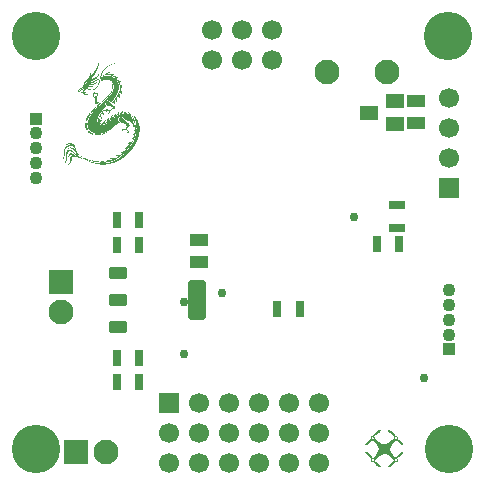
<source format=gbs>
G04*
G04 #@! TF.GenerationSoftware,Altium Limited,Altium Designer,22.10.1 (41)*
G04*
G04 Layer_Color=16711935*
%FSLAX25Y25*%
%MOIN*%
G70*
G04*
G04 #@! TF.SameCoordinates,0245A464-56C0-4E7C-B2BA-3340792428E8*
G04*
G04*
G04 #@! TF.FilePolarity,Negative*
G04*
G01*
G75*
%ADD38R,0.03150X0.05512*%
%ADD48R,0.06024X0.04213*%
%ADD49R,0.05512X0.03150*%
%ADD51C,0.06693*%
%ADD52R,0.06693X0.06693*%
%ADD53C,0.16142*%
%ADD54R,0.08268X0.08268*%
%ADD55C,0.08268*%
%ADD56R,0.08268X0.08268*%
%ADD57R,0.06693X0.06693*%
%ADD58R,0.04331X0.04331*%
%ADD59C,0.04331*%
%ADD60C,0.02953*%
G04:AMPARAMS|DCode=101|XSize=57.48mil|YSize=42.52mil|CornerRadius=5.7mil|HoleSize=0mil|Usage=FLASHONLY|Rotation=0.000|XOffset=0mil|YOffset=0mil|HoleType=Round|Shape=RoundedRectangle|*
%AMROUNDEDRECTD101*
21,1,0.05748,0.03112,0,0,0.0*
21,1,0.04608,0.04252,0,0,0.0*
1,1,0.01140,0.02304,-0.01556*
1,1,0.01140,-0.02304,-0.01556*
1,1,0.01140,-0.02304,0.01556*
1,1,0.01140,0.02304,0.01556*
%
%ADD101ROUNDEDRECTD101*%
G04:AMPARAMS|DCode=102|XSize=57.48mil|YSize=133.46mil|CornerRadius=6.82mil|HoleSize=0mil|Usage=FLASHONLY|Rotation=0.000|XOffset=0mil|YOffset=0mil|HoleType=Round|Shape=RoundedRectangle|*
%AMROUNDEDRECTD102*
21,1,0.05748,0.11982,0,0,0.0*
21,1,0.04384,0.13346,0,0,0.0*
1,1,0.01364,0.02192,-0.05991*
1,1,0.01364,-0.02192,-0.05991*
1,1,0.01364,-0.02192,0.05991*
1,1,0.01364,0.02192,0.05991*
%
%ADD102ROUNDEDRECTD102*%
%ADD103R,0.06102X0.04528*%
G36*
X36893Y138597D02*
X36853D01*
Y138637D01*
X36893D01*
Y138597D01*
D02*
G37*
G36*
X31023D02*
X30983D01*
Y138397D01*
X30943D01*
Y138238D01*
X30903D01*
Y138078D01*
X30863D01*
Y137918D01*
X30823D01*
Y137758D01*
X30783D01*
Y137638D01*
X30743D01*
Y137479D01*
X30703D01*
Y137359D01*
X30663D01*
Y137239D01*
X30623D01*
Y137079D01*
X30583D01*
Y136960D01*
X30543D01*
Y136840D01*
X30503D01*
Y136720D01*
X30463D01*
Y136600D01*
X30424D01*
Y136480D01*
X30384D01*
Y136400D01*
X30344D01*
Y136281D01*
X30304D01*
Y136201D01*
X30264D01*
Y136081D01*
X30224D01*
Y136001D01*
X30184D01*
Y135921D01*
X30144D01*
Y135841D01*
X30104D01*
Y135761D01*
X30064D01*
Y135682D01*
X30024D01*
Y135642D01*
X29984D01*
Y135562D01*
X29944D01*
Y135482D01*
X29904D01*
Y135402D01*
X29864D01*
Y135362D01*
X29825D01*
Y135282D01*
X29785D01*
Y135202D01*
X29745D01*
Y135162D01*
X29705D01*
Y135083D01*
X29665D01*
Y135043D01*
X29625D01*
Y134963D01*
X29585D01*
Y134883D01*
X29545D01*
Y134843D01*
X29505D01*
Y134763D01*
X29465D01*
Y134723D01*
X29425D01*
Y134683D01*
X29385D01*
Y134603D01*
X29345D01*
Y134563D01*
X29305D01*
Y134484D01*
X29265D01*
Y134444D01*
X29225D01*
Y134404D01*
X29186D01*
Y134324D01*
X29146D01*
Y134284D01*
X29106D01*
Y134204D01*
X29066D01*
Y134164D01*
X29026D01*
Y134124D01*
X28986D01*
Y134044D01*
X28946D01*
Y134004D01*
X28906D01*
Y133964D01*
X28866D01*
Y133924D01*
X28826D01*
Y133845D01*
X28786D01*
Y133805D01*
X28746D01*
Y133765D01*
X28706D01*
Y133725D01*
X28666D01*
Y133645D01*
X28626D01*
Y133605D01*
X28587D01*
Y133565D01*
X28547D01*
Y133525D01*
X28507D01*
Y133485D01*
X28467D01*
Y133445D01*
X28427D01*
Y133365D01*
X28387D01*
Y133326D01*
X28347D01*
Y133285D01*
X28307D01*
Y133246D01*
X28267D01*
Y133206D01*
X28227D01*
Y133166D01*
X28187D01*
Y133126D01*
X28147D01*
Y133086D01*
X28107D01*
Y133046D01*
X28067D01*
Y133006D01*
X28027D01*
Y132966D01*
X27987D01*
Y132926D01*
X28067D01*
Y132966D01*
X28107D01*
Y133006D01*
X28187D01*
Y133046D01*
X28267D01*
Y133086D01*
X28307D01*
Y133126D01*
X28387D01*
Y133166D01*
X28467D01*
Y133206D01*
X28547D01*
Y133246D01*
X28626D01*
Y133285D01*
X28706D01*
Y133326D01*
X28786D01*
Y133365D01*
X28866D01*
Y133405D01*
X28946D01*
Y133445D01*
X29026D01*
Y133485D01*
X29146D01*
Y133525D01*
X29225D01*
Y133565D01*
X29345D01*
Y133605D01*
X29425D01*
Y133645D01*
X29545D01*
Y133685D01*
X29625D01*
Y133725D01*
X29705D01*
Y133765D01*
X29785D01*
Y133805D01*
X29864D01*
Y133845D01*
X29904D01*
Y133885D01*
X29984D01*
Y133924D01*
X30024D01*
Y133964D01*
X30064D01*
Y134004D01*
X30144D01*
Y134044D01*
X30184D01*
Y134084D01*
X30224D01*
Y134124D01*
X30264D01*
Y134164D01*
X30304D01*
Y134204D01*
X30344D01*
Y134244D01*
X30384D01*
Y134284D01*
X30424D01*
Y134324D01*
X30463D01*
Y134404D01*
X30503D01*
Y134444D01*
X30543D01*
Y134484D01*
X30583D01*
Y134563D01*
X30623D01*
Y134603D01*
X30663D01*
Y134683D01*
X30703D01*
Y134723D01*
X30743D01*
Y134803D01*
X30783D01*
Y134883D01*
X30823D01*
Y134923D01*
X30863D01*
Y135003D01*
X30903D01*
Y135083D01*
X30943D01*
Y135162D01*
X30983D01*
Y135242D01*
X31023D01*
Y135123D01*
X30983D01*
Y134963D01*
X30943D01*
Y134803D01*
X30903D01*
Y134683D01*
X30863D01*
Y134563D01*
X30823D01*
Y134484D01*
X30783D01*
Y134404D01*
X30743D01*
Y134324D01*
X30703D01*
Y134244D01*
X30663D01*
Y134164D01*
X30623D01*
Y134084D01*
X30583D01*
Y134004D01*
X30543D01*
Y133964D01*
X30503D01*
Y133885D01*
X30463D01*
Y133845D01*
X30424D01*
Y133765D01*
X30384D01*
Y133725D01*
X30344D01*
Y133685D01*
X30304D01*
Y133645D01*
X30264D01*
Y133565D01*
X30224D01*
Y133525D01*
X30184D01*
Y133485D01*
X30144D01*
Y133445D01*
X30104D01*
Y133405D01*
X30024D01*
Y133365D01*
X29984D01*
Y133326D01*
X29944D01*
Y133285D01*
X29904D01*
Y133246D01*
X29825D01*
Y133206D01*
X29785D01*
Y133166D01*
X29705D01*
Y133126D01*
X29665D01*
Y133086D01*
X29585D01*
Y133046D01*
X29545D01*
Y133006D01*
X29465D01*
Y132966D01*
X29385D01*
Y132926D01*
X29305D01*
Y132886D01*
X29265D01*
Y132846D01*
X29186D01*
Y132806D01*
X29106D01*
Y132766D01*
X29026D01*
Y132726D01*
X28906D01*
Y132686D01*
X28826D01*
Y132647D01*
X28746D01*
Y132607D01*
X28626D01*
Y132567D01*
X28547D01*
Y132527D01*
X28467D01*
Y132487D01*
X28347D01*
Y132447D01*
X28307D01*
Y132407D01*
X28227D01*
Y132287D01*
X28267D01*
Y132247D01*
X28587D01*
Y132287D01*
X28746D01*
Y132327D01*
X28866D01*
Y132367D01*
X28986D01*
Y132407D01*
X29066D01*
Y132447D01*
X29186D01*
Y132487D01*
X29265D01*
Y132527D01*
X29305D01*
Y132567D01*
X29385D01*
Y132607D01*
X29465D01*
Y132647D01*
X29505D01*
Y132686D01*
X29585D01*
Y132726D01*
X29625D01*
Y132766D01*
X29705D01*
Y132806D01*
X29745D01*
Y132846D01*
X29825D01*
Y132886D01*
X29904D01*
Y132926D01*
X29944D01*
Y132966D01*
X30024D01*
Y133006D01*
X30144D01*
Y133046D01*
X30224D01*
Y133086D01*
X30384D01*
Y133126D01*
X30543D01*
Y133166D01*
X30743D01*
Y133206D01*
X30783D01*
Y133166D01*
X30823D01*
Y133206D01*
X30983D01*
Y133166D01*
X30863D01*
Y133126D01*
X30783D01*
Y133086D01*
X30703D01*
Y133046D01*
X30623D01*
Y133006D01*
X30543D01*
Y132966D01*
X30503D01*
Y132926D01*
X30424D01*
Y132886D01*
X30384D01*
Y132846D01*
X30304D01*
Y132806D01*
X30224D01*
Y132766D01*
X30184D01*
Y132726D01*
X30144D01*
Y132686D01*
X30064D01*
Y132647D01*
X30024D01*
Y132607D01*
X29984D01*
Y132567D01*
X29904D01*
Y132527D01*
X29864D01*
Y132487D01*
X29825D01*
Y132447D01*
X29745D01*
Y132407D01*
X29705D01*
Y132367D01*
X29665D01*
Y132327D01*
X29625D01*
Y132287D01*
X29545D01*
Y132247D01*
X29505D01*
Y132207D01*
X29425D01*
Y132167D01*
X29345D01*
Y132127D01*
X29305D01*
Y132088D01*
X29225D01*
Y132048D01*
X29146D01*
Y132008D01*
X29026D01*
Y131968D01*
X28946D01*
Y131928D01*
X28866D01*
Y131888D01*
X28746D01*
Y131848D01*
X28587D01*
Y131808D01*
X28427D01*
Y131768D01*
X28267D01*
Y131728D01*
X28227D01*
Y131688D01*
X28347D01*
Y131648D01*
X28946D01*
Y131688D01*
X29146D01*
Y131728D01*
X29265D01*
Y131768D01*
X29425D01*
Y131808D01*
X29505D01*
Y131848D01*
X29625D01*
Y131888D01*
X29705D01*
Y131928D01*
X29825D01*
Y131968D01*
X29904D01*
Y132008D01*
X29984D01*
Y132048D01*
X30064D01*
Y132088D01*
X30144D01*
Y132127D01*
X30184D01*
Y132167D01*
X30264D01*
Y132207D01*
X30344D01*
Y132247D01*
X30384D01*
Y132287D01*
X30463D01*
Y132327D01*
X30543D01*
Y132287D01*
X30503D01*
Y132247D01*
X30463D01*
Y132207D01*
X30424D01*
Y132167D01*
X30384D01*
Y132127D01*
X30344D01*
Y132088D01*
X30304D01*
Y132048D01*
X30264D01*
Y132008D01*
X30224D01*
Y131968D01*
X30184D01*
Y131928D01*
X30104D01*
Y131888D01*
X30064D01*
Y131848D01*
X30024D01*
Y131808D01*
X29984D01*
Y131768D01*
X29904D01*
Y131728D01*
X29864D01*
Y131688D01*
X29785D01*
Y131648D01*
X29745D01*
Y131608D01*
X29665D01*
Y131568D01*
X29585D01*
Y131528D01*
X29505D01*
Y131488D01*
X29425D01*
Y131448D01*
X29345D01*
Y131409D01*
X29265D01*
Y131369D01*
X29106D01*
Y131329D01*
X28826D01*
Y131289D01*
X28507D01*
Y131249D01*
X28147D01*
Y131209D01*
X27868D01*
Y131169D01*
X27708D01*
Y131129D01*
X27588D01*
Y131089D01*
X27508D01*
Y131049D01*
X27428D01*
Y131009D01*
X27868D01*
Y130969D01*
X28107D01*
Y130929D01*
X28307D01*
Y130889D01*
X28826D01*
Y130929D01*
X28946D01*
Y130969D01*
X29066D01*
Y131009D01*
X29146D01*
Y131049D01*
X29225D01*
Y131089D01*
X29265D01*
Y131129D01*
X29345D01*
Y131089D01*
X29305D01*
Y131049D01*
X29265D01*
Y131009D01*
X29225D01*
Y130969D01*
X29186D01*
Y130929D01*
X29146D01*
Y130889D01*
X29066D01*
Y130850D01*
X29026D01*
Y130810D01*
X28946D01*
Y130770D01*
X28906D01*
Y130730D01*
X28826D01*
Y130690D01*
X28746D01*
Y130650D01*
X28626D01*
Y130610D01*
X28467D01*
Y130570D01*
X27708D01*
Y130610D01*
X27428D01*
Y130650D01*
X27109D01*
Y130690D01*
X26829D01*
Y130650D01*
X26670D01*
Y130610D01*
X26709D01*
Y130570D01*
X26789D01*
Y130530D01*
X26869D01*
Y130490D01*
X26989D01*
Y130450D01*
X27149D01*
Y130410D01*
X27428D01*
Y130370D01*
X27588D01*
Y130410D01*
X27788D01*
Y130370D01*
X27628D01*
Y130330D01*
X27349D01*
Y130290D01*
X26750D01*
Y130330D01*
X26510D01*
Y130370D01*
X25911D01*
Y130330D01*
X25711D01*
Y130290D01*
X25591D01*
Y130251D01*
X25471D01*
Y130210D01*
X25352D01*
Y130171D01*
X25272D01*
Y130131D01*
X25192D01*
Y130091D01*
X25112D01*
Y130051D01*
X25032D01*
Y130011D01*
X24952D01*
Y129971D01*
X24913D01*
Y129931D01*
X24833D01*
Y129891D01*
X24793D01*
Y129851D01*
X24753D01*
Y129811D01*
X24673D01*
Y129771D01*
X24633D01*
Y129731D01*
X24593D01*
Y129691D01*
X24553D01*
Y129651D01*
X24513D01*
Y129612D01*
X24473D01*
Y129532D01*
X24433D01*
Y129452D01*
X24393D01*
Y129252D01*
X24433D01*
Y129212D01*
X24473D01*
Y129172D01*
X24553D01*
Y129132D01*
X24673D01*
Y129092D01*
X24753D01*
Y129013D01*
X24473D01*
Y128973D01*
X24353D01*
Y128933D01*
X24313D01*
Y128893D01*
X24154D01*
Y128933D01*
X24114D01*
Y128973D01*
X24074D01*
Y129013D01*
X24034D01*
Y129092D01*
X23994D01*
Y129292D01*
X23954D01*
Y129532D01*
X23994D01*
Y129651D01*
X24034D01*
Y129731D01*
X24114D01*
Y129771D01*
X24154D01*
Y129811D01*
X24234D01*
Y129851D01*
X24353D01*
Y129891D01*
X24433D01*
Y129931D01*
X24553D01*
Y129971D01*
X24633D01*
Y130011D01*
X24673D01*
Y130051D01*
X24753D01*
Y130091D01*
X24793D01*
Y130131D01*
X24872D01*
Y130171D01*
X24913D01*
Y130210D01*
X24952D01*
Y130251D01*
X25032D01*
Y130290D01*
X25072D01*
Y130330D01*
X25112D01*
Y130370D01*
X25152D01*
Y130410D01*
X25192D01*
Y130450D01*
X25232D01*
Y130490D01*
X25272D01*
Y130530D01*
X25312D01*
Y130570D01*
X25352D01*
Y130650D01*
X25392D01*
Y130690D01*
X25432D01*
Y130730D01*
X25471D01*
Y130770D01*
X25512D01*
Y130850D01*
X25551D01*
Y130889D01*
X25591D01*
Y130929D01*
X25631D01*
Y131009D01*
X25671D01*
Y131049D01*
X25711D01*
Y131129D01*
X25751D01*
Y131169D01*
X25791D01*
Y131249D01*
X25831D01*
Y131329D01*
X25871D01*
Y131409D01*
X25911D01*
Y131728D01*
X25871D01*
Y131768D01*
X25911D01*
Y131808D01*
X25871D01*
Y131848D01*
X25911D01*
Y131968D01*
X25951D01*
Y132048D01*
X25991D01*
Y132088D01*
X26031D01*
Y132167D01*
X26071D01*
Y132207D01*
X26150D01*
Y132247D01*
X26190D01*
Y132287D01*
X26230D01*
Y132327D01*
X26270D01*
Y132367D01*
X26310D01*
Y132407D01*
X26350D01*
Y132487D01*
X26390D01*
Y132527D01*
X26430D01*
Y132567D01*
X26470D01*
Y132607D01*
X26510D01*
Y132647D01*
X26550D01*
Y132686D01*
X26590D01*
Y132726D01*
X26630D01*
Y132766D01*
X26670D01*
Y132806D01*
X26709D01*
Y132846D01*
X26750D01*
Y132926D01*
X26789D01*
Y132966D01*
X26829D01*
Y133006D01*
X26869D01*
Y133046D01*
X26909D01*
Y133086D01*
X26949D01*
Y133126D01*
X26989D01*
Y133206D01*
X27029D01*
Y133246D01*
X27069D01*
Y133285D01*
X27109D01*
Y133326D01*
X27149D01*
Y133405D01*
X27189D01*
Y133445D01*
X27229D01*
Y133485D01*
X27269D01*
Y133525D01*
X27308D01*
Y133605D01*
X27349D01*
Y133645D01*
X27388D01*
Y133685D01*
X27428D01*
Y133765D01*
X27468D01*
Y133805D01*
X27508D01*
Y133885D01*
X27548D01*
Y133924D01*
X27588D01*
Y134004D01*
X27628D01*
Y134044D01*
X27668D01*
Y134124D01*
X27708D01*
Y134204D01*
X27748D01*
Y134244D01*
X27788D01*
Y134324D01*
X27828D01*
Y134444D01*
X27868D01*
Y134523D01*
X27908D01*
Y134643D01*
X27948D01*
Y134763D01*
X27987D01*
Y134883D01*
X28027D01*
Y135043D01*
X28067D01*
Y135202D01*
X28107D01*
Y135362D01*
X28147D01*
Y135562D01*
X28187D01*
Y135801D01*
X28227D01*
Y135841D01*
X28347D01*
Y135801D01*
X28387D01*
Y134723D01*
X28427D01*
Y134763D01*
X28467D01*
Y134803D01*
X28507D01*
Y134843D01*
X28587D01*
Y134883D01*
X28626D01*
Y134923D01*
X28666D01*
Y134963D01*
X28706D01*
Y135003D01*
X28746D01*
Y135043D01*
X28786D01*
Y135083D01*
X28826D01*
Y135123D01*
X28866D01*
Y135162D01*
X28906D01*
Y135202D01*
X28946D01*
Y135242D01*
X28986D01*
Y135282D01*
X29026D01*
Y135322D01*
X29066D01*
Y135362D01*
X29106D01*
Y135442D01*
X29146D01*
Y135482D01*
X29186D01*
Y135522D01*
X29225D01*
Y135562D01*
X29265D01*
Y135602D01*
X29305D01*
Y135642D01*
X29345D01*
Y135682D01*
X29385D01*
Y135761D01*
X29425D01*
Y135801D01*
X29465D01*
Y135841D01*
X29505D01*
Y135921D01*
X29545D01*
Y135961D01*
X29585D01*
Y136001D01*
X29625D01*
Y136081D01*
X29665D01*
Y136121D01*
X29705D01*
Y136201D01*
X29745D01*
Y136241D01*
X29785D01*
Y136321D01*
X29825D01*
Y136400D01*
X29864D01*
Y136440D01*
X29904D01*
Y136520D01*
X29944D01*
Y136600D01*
X29984D01*
Y136720D01*
X30024D01*
Y136800D01*
X30064D01*
Y136880D01*
X30104D01*
Y136999D01*
X30144D01*
Y137079D01*
X30184D01*
Y137159D01*
X30224D01*
Y137279D01*
X30264D01*
Y137359D01*
X30304D01*
Y137479D01*
X30344D01*
Y137559D01*
X30384D01*
Y137678D01*
X30424D01*
Y137758D01*
X30463D01*
Y137878D01*
X30503D01*
Y137958D01*
X30543D01*
Y138038D01*
X30583D01*
Y138158D01*
X30623D01*
Y138238D01*
X30663D01*
Y138317D01*
X30703D01*
Y138437D01*
X30743D01*
Y138517D01*
X30783D01*
Y138597D01*
X30823D01*
Y138677D01*
X30863D01*
Y138757D01*
X30903D01*
Y138837D01*
X30943D01*
Y138876D01*
X30983D01*
Y138916D01*
X31023D01*
Y138597D01*
D02*
G37*
G36*
X34137Y134324D02*
X34417D01*
Y134284D01*
X34577D01*
Y134244D01*
X34736D01*
Y134204D01*
X34856D01*
Y134164D01*
X34976D01*
Y134124D01*
X35096D01*
Y134084D01*
X35176D01*
Y134044D01*
X35256D01*
Y134004D01*
X35335D01*
Y133964D01*
X35415D01*
Y133924D01*
X35495D01*
Y133885D01*
X35575D01*
Y133845D01*
X35615D01*
Y133805D01*
X35695D01*
Y133765D01*
X35735D01*
Y133725D01*
X35815D01*
Y133685D01*
X35855D01*
Y133645D01*
X35934D01*
Y133605D01*
X35974D01*
Y133565D01*
X36014D01*
Y133525D01*
X36054D01*
Y133485D01*
X36094D01*
Y133445D01*
X36174D01*
Y133405D01*
X36214D01*
Y133365D01*
X36254D01*
Y133326D01*
X36294D01*
Y133285D01*
X36334D01*
Y133246D01*
X36374D01*
Y133206D01*
X36414D01*
Y133166D01*
X36454D01*
Y133126D01*
X36494D01*
Y133086D01*
X36533D01*
Y133046D01*
X36573D01*
Y132966D01*
X36613D01*
Y132926D01*
X36653D01*
Y132886D01*
X36693D01*
Y132846D01*
X36733D01*
Y132806D01*
X36773D01*
Y132726D01*
X36813D01*
Y132686D01*
X36853D01*
Y132647D01*
X36893D01*
Y132567D01*
X36933D01*
Y132527D01*
X36973D01*
Y132447D01*
X37013D01*
Y132407D01*
X37053D01*
Y132327D01*
X37093D01*
Y132287D01*
X37132D01*
Y132207D01*
X37172D01*
Y132127D01*
X37212D01*
Y132048D01*
X37252D01*
Y131968D01*
X37292D01*
Y131888D01*
X37332D01*
Y131808D01*
X37372D01*
Y131688D01*
X37412D01*
Y131568D01*
X37452D01*
Y131409D01*
X37492D01*
Y131209D01*
X37532D01*
Y130929D01*
X37572D01*
Y130290D01*
X37532D01*
Y129931D01*
X37492D01*
Y129731D01*
X37452D01*
Y129532D01*
X37412D01*
Y129412D01*
X37372D01*
Y129252D01*
X37332D01*
Y129132D01*
X37292D01*
Y129013D01*
X37252D01*
Y128893D01*
X37212D01*
Y128813D01*
X37172D01*
Y128693D01*
X37132D01*
Y128613D01*
X37093D01*
Y128493D01*
X37053D01*
Y128413D01*
X37013D01*
Y128334D01*
X36973D01*
Y128254D01*
X36933D01*
Y128174D01*
X36893D01*
Y128094D01*
X36853D01*
Y128014D01*
X36813D01*
Y127934D01*
X36773D01*
Y127854D01*
X36733D01*
Y127775D01*
X36693D01*
Y127734D01*
X36653D01*
Y127655D01*
X36613D01*
Y127575D01*
X36573D01*
Y127495D01*
X36533D01*
Y127455D01*
X36494D01*
Y127375D01*
X36454D01*
Y127295D01*
X36414D01*
Y127255D01*
X36374D01*
Y127175D01*
X36334D01*
Y127136D01*
X36294D01*
Y127056D01*
X36254D01*
Y127016D01*
X36214D01*
Y126936D01*
X36174D01*
Y126896D01*
X36134D01*
Y126816D01*
X36094D01*
Y126776D01*
X36054D01*
Y126696D01*
X36014D01*
Y126656D01*
X35974D01*
Y126616D01*
X35934D01*
Y126537D01*
X35895D01*
Y126497D01*
X35855D01*
Y126457D01*
X35815D01*
Y126377D01*
X35775D01*
Y126337D01*
X35735D01*
Y126297D01*
X35695D01*
Y126217D01*
X35655D01*
Y126177D01*
X35615D01*
Y126137D01*
X35575D01*
Y126097D01*
X35535D01*
Y126017D01*
X35495D01*
Y125977D01*
X35455D01*
Y125937D01*
X35415D01*
Y125898D01*
X35375D01*
Y125858D01*
X35335D01*
Y125778D01*
X35296D01*
Y125738D01*
X35256D01*
Y125698D01*
X35216D01*
Y125658D01*
X35176D01*
Y125618D01*
X35136D01*
Y125578D01*
X35096D01*
Y125538D01*
X35056D01*
Y125498D01*
X35016D01*
Y125418D01*
X34976D01*
Y125378D01*
X34936D01*
Y125338D01*
X34896D01*
Y125299D01*
X34856D01*
Y125378D01*
X34816D01*
Y125458D01*
X34776D01*
Y125538D01*
X34736D01*
Y125578D01*
X34696D01*
Y125618D01*
X34657D01*
Y125658D01*
X34617D01*
Y125738D01*
X34577D01*
Y125778D01*
X34497D01*
Y125818D01*
X34457D01*
Y125858D01*
X34417D01*
Y125898D01*
X34377D01*
Y125937D01*
X34297D01*
Y125977D01*
X34217D01*
Y126017D01*
X34137D01*
Y126057D01*
X34058D01*
Y126097D01*
X33898D01*
Y126137D01*
X33658D01*
Y126097D01*
X33498D01*
Y126057D01*
X33419D01*
Y126017D01*
X33339D01*
Y125977D01*
X33299D01*
Y125937D01*
X33259D01*
Y125898D01*
X33179D01*
Y125858D01*
X33139D01*
Y125778D01*
X33099D01*
Y125738D01*
X33059D01*
Y125698D01*
X33019D01*
Y125618D01*
X32979D01*
Y125498D01*
X32939D01*
Y125059D01*
X32979D01*
Y124939D01*
X33019D01*
Y124819D01*
X33059D01*
Y124740D01*
X33099D01*
Y124699D01*
X33139D01*
Y124620D01*
X33179D01*
Y124580D01*
X33219D01*
Y124500D01*
X33259D01*
Y124460D01*
X33299D01*
Y124420D01*
X33339D01*
Y124380D01*
X33379D01*
Y124340D01*
X33419D01*
Y124300D01*
X33459D01*
Y124260D01*
X33498D01*
Y124220D01*
X33459D01*
Y124180D01*
X33419D01*
Y124140D01*
X33379D01*
Y124100D01*
X33339D01*
Y124061D01*
X33299D01*
Y124021D01*
X33259D01*
Y123981D01*
X33219D01*
Y123941D01*
X33179D01*
Y123901D01*
X33139D01*
Y123861D01*
X33099D01*
Y123821D01*
X33059D01*
Y123781D01*
X33019D01*
Y123741D01*
X32979D01*
Y123701D01*
X32939D01*
Y123661D01*
X32899D01*
Y123621D01*
X32860D01*
Y123581D01*
X32820D01*
Y123541D01*
X32780D01*
Y123501D01*
X32740D01*
Y123461D01*
X32700D01*
Y123422D01*
X32660D01*
Y123382D01*
X32620D01*
Y123342D01*
X32580D01*
Y123302D01*
X32540D01*
Y123262D01*
X32500D01*
Y123222D01*
X32460D01*
Y123182D01*
X32420D01*
Y123142D01*
X32380D01*
Y123102D01*
X32340D01*
Y123062D01*
X32300D01*
Y122982D01*
X32261D01*
Y122942D01*
X32221D01*
Y122902D01*
X32181D01*
Y122863D01*
X32141D01*
Y122823D01*
X32101D01*
Y122783D01*
X32061D01*
Y122743D01*
X32021D01*
Y122663D01*
X31981D01*
Y122623D01*
X31941D01*
Y122583D01*
X31901D01*
Y122543D01*
X31861D01*
Y122503D01*
X31821D01*
Y122423D01*
X31781D01*
Y122383D01*
X31741D01*
Y122343D01*
X31701D01*
Y122303D01*
X31661D01*
Y122224D01*
X31622D01*
Y122184D01*
X31582D01*
Y122144D01*
X31542D01*
Y122104D01*
X31502D01*
Y122024D01*
X31462D01*
Y121984D01*
X31422D01*
Y121944D01*
X31382D01*
Y121864D01*
X31342D01*
Y121824D01*
X31302D01*
Y121744D01*
X31262D01*
Y121704D01*
X31222D01*
Y121625D01*
X31182D01*
Y121585D01*
X31142D01*
Y121505D01*
X31102D01*
Y121465D01*
X31062D01*
Y121385D01*
X31023D01*
Y121345D01*
X30983D01*
Y121265D01*
X30943D01*
Y121185D01*
X30903D01*
Y121145D01*
X30863D01*
Y121065D01*
X30823D01*
Y120986D01*
X30783D01*
Y120906D01*
X30743D01*
Y120826D01*
X30703D01*
Y120746D01*
X30663D01*
Y120666D01*
X30623D01*
Y120586D01*
X30583D01*
Y120506D01*
X30543D01*
Y120387D01*
X30503D01*
Y120267D01*
X30463D01*
Y120147D01*
X30424D01*
Y120027D01*
X30384D01*
Y119827D01*
X30344D01*
Y119508D01*
X30304D01*
Y119428D01*
X30344D01*
Y119109D01*
X30384D01*
Y118989D01*
X30424D01*
Y118869D01*
X30463D01*
Y118789D01*
X30503D01*
Y118709D01*
X30543D01*
Y118669D01*
X30583D01*
Y118589D01*
X30623D01*
Y118550D01*
X30663D01*
Y118510D01*
X30703D01*
Y118470D01*
X30743D01*
Y118430D01*
X30783D01*
Y118390D01*
X30823D01*
Y118350D01*
X30863D01*
Y118310D01*
X30903D01*
Y118270D01*
X30943D01*
Y118230D01*
X31023D01*
Y118190D01*
X31062D01*
Y118150D01*
X31102D01*
Y118110D01*
X31182D01*
Y118070D01*
X31262D01*
Y118030D01*
X31342D01*
Y117991D01*
X31422D01*
Y117950D01*
X31542D01*
Y117911D01*
X31701D01*
Y117871D01*
X32221D01*
Y117911D01*
X32420D01*
Y117950D01*
X32540D01*
Y117991D01*
X32660D01*
Y118030D01*
X32780D01*
Y118070D01*
X32860D01*
Y118110D01*
X32939D01*
Y118150D01*
X33019D01*
Y118190D01*
X33099D01*
Y118230D01*
X33179D01*
Y118270D01*
X33259D01*
Y118310D01*
X33339D01*
Y118350D01*
X33379D01*
Y118390D01*
X33459D01*
Y118430D01*
X33498D01*
Y118470D01*
X33578D01*
Y118510D01*
X33658D01*
Y118550D01*
X33698D01*
Y118589D01*
X33778D01*
Y118629D01*
X33818D01*
Y118669D01*
X33858D01*
Y118709D01*
X33938D01*
Y118749D01*
X33978D01*
Y118789D01*
X34058D01*
Y118829D01*
X34097D01*
Y118869D01*
X34137D01*
Y118909D01*
X34217D01*
Y118949D01*
X34257D01*
Y118989D01*
X34297D01*
Y119029D01*
X34377D01*
Y119069D01*
X34417D01*
Y119109D01*
X34497D01*
Y119149D01*
X34537D01*
Y119188D01*
X34577D01*
Y119228D01*
X34617D01*
Y119268D01*
X34696D01*
Y119308D01*
X34736D01*
Y119348D01*
X34776D01*
Y119388D01*
X34856D01*
Y119428D01*
X34896D01*
Y119468D01*
X34936D01*
Y119508D01*
X35016D01*
Y119548D01*
X35056D01*
Y119588D01*
X35096D01*
Y119628D01*
X35136D01*
Y119668D01*
X35216D01*
Y119708D01*
X35256D01*
Y119748D01*
X35296D01*
Y119788D01*
X35375D01*
Y119827D01*
X35415D01*
Y119867D01*
X35455D01*
Y119907D01*
X35535D01*
Y119947D01*
X35575D01*
Y119987D01*
X35615D01*
Y120027D01*
X35695D01*
Y120067D01*
X35735D01*
Y120107D01*
X35775D01*
Y120147D01*
X35855D01*
Y120187D01*
X35895D01*
Y120227D01*
X35934D01*
Y120267D01*
X36014D01*
Y120307D01*
X36054D01*
Y120347D01*
X36094D01*
Y120387D01*
X36174D01*
Y120426D01*
X36214D01*
Y120466D01*
X36254D01*
Y120506D01*
X36334D01*
Y120546D01*
X36374D01*
Y120586D01*
X36454D01*
Y120626D01*
X36494D01*
Y120666D01*
X36533D01*
Y120706D01*
X36613D01*
Y120746D01*
X36653D01*
Y120786D01*
X36733D01*
Y120826D01*
X36773D01*
Y120866D01*
X36853D01*
Y120906D01*
X36893D01*
Y120946D01*
X36973D01*
Y120986D01*
X37053D01*
Y121026D01*
X37093D01*
Y121065D01*
X37172D01*
Y121105D01*
X37252D01*
Y121145D01*
X37332D01*
Y121185D01*
X37412D01*
Y121225D01*
X37492D01*
Y121265D01*
X37572D01*
Y121305D01*
X37652D01*
Y121345D01*
X37771D01*
Y121385D01*
X37851D01*
Y121425D01*
X37971D01*
Y121465D01*
X38051D01*
Y121505D01*
X38171D01*
Y121545D01*
X38291D01*
Y121585D01*
X38450D01*
Y121625D01*
X38610D01*
Y121665D01*
X38770D01*
Y121704D01*
X39009D01*
Y121744D01*
X39329D01*
Y121784D01*
X40207D01*
Y121744D01*
X40247D01*
Y121784D01*
X40287D01*
Y121744D01*
X40527D01*
Y121704D01*
X40727D01*
Y121665D01*
X40926D01*
Y121625D01*
X41046D01*
Y121585D01*
X41166D01*
Y121545D01*
X41286D01*
Y121505D01*
X41406D01*
Y121465D01*
X41485D01*
Y121145D01*
X41525D01*
Y120906D01*
X41565D01*
Y120746D01*
X41605D01*
Y120666D01*
X41645D01*
Y120586D01*
X41685D01*
Y120506D01*
X41725D01*
Y120466D01*
X41765D01*
Y120387D01*
X41805D01*
Y120347D01*
X41845D01*
Y120307D01*
X41885D01*
Y120267D01*
X41925D01*
Y120227D01*
X41965D01*
Y120147D01*
X42005D01*
Y120067D01*
X42044D01*
Y119987D01*
X42085D01*
Y119907D01*
X42124D01*
Y119708D01*
X42164D01*
Y119228D01*
X42204D01*
Y119069D01*
X42244D01*
Y118989D01*
X42284D01*
Y118909D01*
X42324D01*
Y118829D01*
X42364D01*
Y118749D01*
X42404D01*
Y118669D01*
X42444D01*
Y118589D01*
X42484D01*
Y118510D01*
X42524D01*
Y117791D01*
X42484D01*
Y117631D01*
X42444D01*
Y117312D01*
X42404D01*
Y117471D01*
X42364D01*
Y117591D01*
X42324D01*
Y117671D01*
X42284D01*
Y117791D01*
X42244D01*
Y117871D01*
X42204D01*
Y117950D01*
X42164D01*
Y118030D01*
X42124D01*
Y118110D01*
X42085D01*
Y118190D01*
X42044D01*
Y118230D01*
X42005D01*
Y118310D01*
X41965D01*
Y118350D01*
X41925D01*
Y118390D01*
X41885D01*
Y118470D01*
X41845D01*
Y118510D01*
X41805D01*
Y118550D01*
X41765D01*
Y118589D01*
X41725D01*
Y118629D01*
X41685D01*
Y118669D01*
X41645D01*
Y118709D01*
X41605D01*
Y118749D01*
X41565D01*
Y118789D01*
X41525D01*
Y118829D01*
X41485D01*
Y118869D01*
X41445D01*
Y118909D01*
X41366D01*
Y118949D01*
X41326D01*
Y118989D01*
X41286D01*
Y119029D01*
X41206D01*
Y119069D01*
X41166D01*
Y119109D01*
X41086D01*
Y119149D01*
X41006D01*
Y119188D01*
X40926D01*
Y119228D01*
X40846D01*
Y119268D01*
X40727D01*
Y119308D01*
X40607D01*
Y119348D01*
X40487D01*
Y119388D01*
X40327D01*
Y119428D01*
X40088D01*
Y119468D01*
X39649D01*
Y119548D01*
X39608D01*
Y119628D01*
X39569D01*
Y119708D01*
X39529D01*
Y119788D01*
X39489D01*
Y119867D01*
X39449D01*
Y119907D01*
X39409D01*
Y119987D01*
X39369D01*
Y120027D01*
X39329D01*
Y120067D01*
X39289D01*
Y120147D01*
X39249D01*
Y120187D01*
X39209D01*
Y120227D01*
X39169D01*
Y120267D01*
X39129D01*
Y120307D01*
X39089D01*
Y120387D01*
X39049D01*
Y120426D01*
X38970D01*
Y120466D01*
X38930D01*
Y120506D01*
X38890D01*
Y120546D01*
X38810D01*
Y120586D01*
X38730D01*
Y120626D01*
X38650D01*
Y120666D01*
X38530D01*
Y120706D01*
X37931D01*
Y120666D01*
X37811D01*
Y120626D01*
X37732D01*
Y120586D01*
X37652D01*
Y120546D01*
X37612D01*
Y120506D01*
X37572D01*
Y120466D01*
X37532D01*
Y120426D01*
X37492D01*
Y120387D01*
X37452D01*
Y120347D01*
X37412D01*
Y120267D01*
X37372D01*
Y120187D01*
X37332D01*
Y120147D01*
X37292D01*
Y120027D01*
X37252D01*
Y119907D01*
X37212D01*
Y119548D01*
X37252D01*
Y119428D01*
X37292D01*
Y119308D01*
X37332D01*
Y119268D01*
X37372D01*
Y119188D01*
X37412D01*
Y119149D01*
X37452D01*
Y119069D01*
X37492D01*
Y119029D01*
X37532D01*
Y118989D01*
X37572D01*
Y118949D01*
X37612D01*
Y118909D01*
X37652D01*
Y118869D01*
X37732D01*
Y118829D01*
X37771D01*
Y118789D01*
X37811D01*
Y118749D01*
X37692D01*
Y118709D01*
X37612D01*
Y118669D01*
X37532D01*
Y118629D01*
X37492D01*
Y118589D01*
X37412D01*
Y118550D01*
X37372D01*
Y118510D01*
X37292D01*
Y118470D01*
X37252D01*
Y118430D01*
X37212D01*
Y118390D01*
X37132D01*
Y118350D01*
X37093D01*
Y118310D01*
X37053D01*
Y118270D01*
X36973D01*
Y118230D01*
X36933D01*
Y118190D01*
X36893D01*
Y118150D01*
X36853D01*
Y118110D01*
X36773D01*
Y118070D01*
X36733D01*
Y118030D01*
X36693D01*
Y117991D01*
X36653D01*
Y117950D01*
X36613D01*
Y117911D01*
X36533D01*
Y117871D01*
X36494D01*
Y117831D01*
X36454D01*
Y117791D01*
X36414D01*
Y117751D01*
X36374D01*
Y117711D01*
X36334D01*
Y117671D01*
X36254D01*
Y117631D01*
X36214D01*
Y117591D01*
X36174D01*
Y117551D01*
X36134D01*
Y117511D01*
X36094D01*
Y117471D01*
X36054D01*
Y117431D01*
X35974D01*
Y117391D01*
X35934D01*
Y117351D01*
X35895D01*
Y117312D01*
X35855D01*
Y117272D01*
X35815D01*
Y117232D01*
X35775D01*
Y117192D01*
X35695D01*
Y117152D01*
X35655D01*
Y117112D01*
X35615D01*
Y117072D01*
X35575D01*
Y117032D01*
X35535D01*
Y116992D01*
X35455D01*
Y116952D01*
X35415D01*
Y116912D01*
X35375D01*
Y116872D01*
X35335D01*
Y116832D01*
X35296D01*
Y116792D01*
X35216D01*
Y116753D01*
X35176D01*
Y116712D01*
X35136D01*
Y116673D01*
X35096D01*
Y116633D01*
X35016D01*
Y116593D01*
X34976D01*
Y116553D01*
X34936D01*
Y116513D01*
X34856D01*
Y116473D01*
X34816D01*
Y116433D01*
X34776D01*
Y116393D01*
X34696D01*
Y116353D01*
X34657D01*
Y116313D01*
X34617D01*
Y116273D01*
X34537D01*
Y116233D01*
X34497D01*
Y116193D01*
X34417D01*
Y116153D01*
X34377D01*
Y116113D01*
X34297D01*
Y116074D01*
X34257D01*
Y116034D01*
X34177D01*
Y115994D01*
X34097D01*
Y115954D01*
X34058D01*
Y115914D01*
X33978D01*
Y115874D01*
X33898D01*
Y115834D01*
X33818D01*
Y115794D01*
X33738D01*
Y115754D01*
X33658D01*
Y115714D01*
X33578D01*
Y115674D01*
X33498D01*
Y115634D01*
X33419D01*
Y115594D01*
X33299D01*
Y115554D01*
X33219D01*
Y115515D01*
X33099D01*
Y115474D01*
X32979D01*
Y115435D01*
X32860D01*
Y115395D01*
X32740D01*
Y115355D01*
X32620D01*
Y115315D01*
X32500D01*
Y115275D01*
X32340D01*
Y115235D01*
X32181D01*
Y115195D01*
X32021D01*
Y115155D01*
X31821D01*
Y115115D01*
X31622D01*
Y115075D01*
X31382D01*
Y115035D01*
X31342D01*
Y115075D01*
X31302D01*
Y115035D01*
X30703D01*
Y114995D01*
X30543D01*
Y115035D01*
X30503D01*
Y114995D01*
X30463D01*
Y115035D01*
X30384D01*
Y114995D01*
X30344D01*
Y115035D01*
X29984D01*
Y115075D01*
X29705D01*
Y115115D01*
X29545D01*
Y115155D01*
X29385D01*
Y115195D01*
X29265D01*
Y115235D01*
X29146D01*
Y115275D01*
X29026D01*
Y115315D01*
X28946D01*
Y115355D01*
X28866D01*
Y115395D01*
X28786D01*
Y115435D01*
X28706D01*
Y115474D01*
X28626D01*
Y115515D01*
X28547D01*
Y115554D01*
X28507D01*
Y115594D01*
X28427D01*
Y115634D01*
X28387D01*
Y115674D01*
X28307D01*
Y115714D01*
X28267D01*
Y115754D01*
X28227D01*
Y115794D01*
X28187D01*
Y115834D01*
X28107D01*
Y115874D01*
X28067D01*
Y115914D01*
X28027D01*
Y115954D01*
X27987D01*
Y115994D01*
X27948D01*
Y116034D01*
X27908D01*
Y116074D01*
X27868D01*
Y116113D01*
X27828D01*
Y116153D01*
X27788D01*
Y116233D01*
X27748D01*
Y116273D01*
X27708D01*
Y116313D01*
X27668D01*
Y116353D01*
X27628D01*
Y116433D01*
X27588D01*
Y116473D01*
X27548D01*
Y116513D01*
X27508D01*
Y116593D01*
X27468D01*
Y116633D01*
X27428D01*
Y116712D01*
X27388D01*
Y116792D01*
X27349D01*
Y116872D01*
X27308D01*
Y116992D01*
X27269D01*
Y117072D01*
X27229D01*
Y117192D01*
X27189D01*
Y117351D01*
X27149D01*
Y117511D01*
X27109D01*
Y117831D01*
X27069D01*
Y118350D01*
X27109D01*
Y118390D01*
X27069D01*
Y118430D01*
X27109D01*
Y118669D01*
X27149D01*
Y118909D01*
X27189D01*
Y119069D01*
X27229D01*
Y119228D01*
X27269D01*
Y119348D01*
X27308D01*
Y119468D01*
X27349D01*
Y119588D01*
X27388D01*
Y119708D01*
X27428D01*
Y119788D01*
X27468D01*
Y119907D01*
X27508D01*
Y119987D01*
X27548D01*
Y120067D01*
X27588D01*
Y120147D01*
X27628D01*
Y120227D01*
X27668D01*
Y120307D01*
X27708D01*
Y120387D01*
X27748D01*
Y120466D01*
X27788D01*
Y120546D01*
X27828D01*
Y120626D01*
X27868D01*
Y120706D01*
X27908D01*
Y120786D01*
X27948D01*
Y120826D01*
X27987D01*
Y120906D01*
X28027D01*
Y120986D01*
X28067D01*
Y121026D01*
X28107D01*
Y121105D01*
X28147D01*
Y121145D01*
X28187D01*
Y121225D01*
X28227D01*
Y121305D01*
X28267D01*
Y121345D01*
X28307D01*
Y121425D01*
X28347D01*
Y121465D01*
X28387D01*
Y121505D01*
X28427D01*
Y121585D01*
X28467D01*
Y121625D01*
X28507D01*
Y121704D01*
X28547D01*
Y121744D01*
X28587D01*
Y121784D01*
X28626D01*
Y121864D01*
X28666D01*
Y121904D01*
X28706D01*
Y121944D01*
X28746D01*
Y122024D01*
X28786D01*
Y122064D01*
X28826D01*
Y122104D01*
X28866D01*
Y122184D01*
X28906D01*
Y122224D01*
X28946D01*
Y122264D01*
X28986D01*
Y122303D01*
X29026D01*
Y122383D01*
X29066D01*
Y122423D01*
X29106D01*
Y122463D01*
X29146D01*
Y122503D01*
X29186D01*
Y122543D01*
X29225D01*
Y122583D01*
X29265D01*
Y122663D01*
X29305D01*
Y122703D01*
X29345D01*
Y122743D01*
X29385D01*
Y122783D01*
X29425D01*
Y122823D01*
X29465D01*
Y122863D01*
X29505D01*
Y122902D01*
X29545D01*
Y122942D01*
X29585D01*
Y122982D01*
X29625D01*
Y123022D01*
X29665D01*
Y123062D01*
X29705D01*
Y123102D01*
X29745D01*
Y123142D01*
X29785D01*
Y123182D01*
X29825D01*
Y123222D01*
X29864D01*
Y123262D01*
X29904D01*
Y123302D01*
X29944D01*
Y123342D01*
X29984D01*
Y123382D01*
X30024D01*
Y123422D01*
X30064D01*
Y123461D01*
X30104D01*
Y123501D01*
X30144D01*
Y123541D01*
X30184D01*
Y123581D01*
X30224D01*
Y123621D01*
X30264D01*
Y123661D01*
X30304D01*
Y123701D01*
X30344D01*
Y123741D01*
X30384D01*
Y123781D01*
X30424D01*
Y123821D01*
X30503D01*
Y123861D01*
X30543D01*
Y123901D01*
X30583D01*
Y123941D01*
X30623D01*
Y123981D01*
X30663D01*
Y124021D01*
X30703D01*
Y124061D01*
X30743D01*
Y124100D01*
X30783D01*
Y124140D01*
X30863D01*
Y124180D01*
X30903D01*
Y124220D01*
X30943D01*
Y124260D01*
X30983D01*
Y124300D01*
X31023D01*
Y124340D01*
X31062D01*
Y124380D01*
X31102D01*
Y124420D01*
X31182D01*
Y124460D01*
X31222D01*
Y124500D01*
X31262D01*
Y124540D01*
X31302D01*
Y124580D01*
X31342D01*
Y124620D01*
X31382D01*
Y124660D01*
X31422D01*
Y124699D01*
X31462D01*
Y124740D01*
X31542D01*
Y124779D01*
X31582D01*
Y124819D01*
X31622D01*
Y124859D01*
X31661D01*
Y124899D01*
X31701D01*
Y124939D01*
X31741D01*
Y124979D01*
X31781D01*
Y125019D01*
X31861D01*
Y125059D01*
X31901D01*
Y125099D01*
X31941D01*
Y125139D01*
X31981D01*
Y125179D01*
X32021D01*
Y125219D01*
X32061D01*
Y125259D01*
X32101D01*
Y125299D01*
X32141D01*
Y125338D01*
X32221D01*
Y125378D01*
X32261D01*
Y125418D01*
X32300D01*
Y125458D01*
X32340D01*
Y125498D01*
X32380D01*
Y125538D01*
X32420D01*
Y125578D01*
X32460D01*
Y125618D01*
X32500D01*
Y125658D01*
X32540D01*
Y125698D01*
X32620D01*
Y125738D01*
X32660D01*
Y125778D01*
X32700D01*
Y125818D01*
X32740D01*
Y125858D01*
X32780D01*
Y125898D01*
X32820D01*
Y125937D01*
X32860D01*
Y125977D01*
X32899D01*
Y126017D01*
X32939D01*
Y126057D01*
X32979D01*
Y126097D01*
X33019D01*
Y126137D01*
X33059D01*
Y126177D01*
X33099D01*
Y126217D01*
X33139D01*
Y126257D01*
X33179D01*
Y126297D01*
X33259D01*
Y126337D01*
X33299D01*
Y126377D01*
X33339D01*
Y126417D01*
X33379D01*
Y126457D01*
X33419D01*
Y126497D01*
X33459D01*
Y126537D01*
X33498D01*
Y126576D01*
X33538D01*
Y126616D01*
X33578D01*
Y126656D01*
X33618D01*
Y126696D01*
X33658D01*
Y126736D01*
X33698D01*
Y126776D01*
X33738D01*
Y126816D01*
X33778D01*
Y126896D01*
X33818D01*
Y126936D01*
X33858D01*
Y126976D01*
X33898D01*
Y127016D01*
X33938D01*
Y127056D01*
X33978D01*
Y127096D01*
X34018D01*
Y127136D01*
X34058D01*
Y127175D01*
X34097D01*
Y127215D01*
X34137D01*
Y127255D01*
X34177D01*
Y127295D01*
X34217D01*
Y127335D01*
X34257D01*
Y127415D01*
X34297D01*
Y127455D01*
X34337D01*
Y127495D01*
X34377D01*
Y127535D01*
X34417D01*
Y127575D01*
X34457D01*
Y127615D01*
X34497D01*
Y127695D01*
X34537D01*
Y127734D01*
X34577D01*
Y127775D01*
X34617D01*
Y127814D01*
X34657D01*
Y127894D01*
X34696D01*
Y127934D01*
X34736D01*
Y127974D01*
X34776D01*
Y128014D01*
X34816D01*
Y128094D01*
X34856D01*
Y128134D01*
X34896D01*
Y128214D01*
X34936D01*
Y128254D01*
X34976D01*
Y128294D01*
X35016D01*
Y128374D01*
X35056D01*
Y128413D01*
X35096D01*
Y128493D01*
X35136D01*
Y128533D01*
X35176D01*
Y128613D01*
X35216D01*
Y128693D01*
X35256D01*
Y128733D01*
X35296D01*
Y128813D01*
X35335D01*
Y128893D01*
X35375D01*
Y128973D01*
X35415D01*
Y129052D01*
X35455D01*
Y129132D01*
X35495D01*
Y129212D01*
X35535D01*
Y129292D01*
X35575D01*
Y129412D01*
X35615D01*
Y129492D01*
X35655D01*
Y129612D01*
X35695D01*
Y129731D01*
X35735D01*
Y129891D01*
X35775D01*
Y130051D01*
Y130091D01*
X35815D01*
Y130370D01*
X35855D01*
Y130770D01*
X35815D01*
Y130810D01*
X35855D01*
Y130889D01*
X35815D01*
Y131129D01*
X35775D01*
Y131329D01*
X35735D01*
Y131448D01*
X35695D01*
Y131568D01*
X35655D01*
Y131648D01*
X35615D01*
Y131768D01*
X35575D01*
Y131848D01*
X35535D01*
Y131928D01*
X35495D01*
Y131968D01*
X35455D01*
Y132048D01*
X35415D01*
Y132088D01*
X35375D01*
Y132167D01*
X35335D01*
Y132207D01*
X35296D01*
Y132247D01*
X35256D01*
Y132327D01*
X35216D01*
Y132367D01*
X35176D01*
Y132407D01*
X35136D01*
Y132447D01*
X35096D01*
Y132487D01*
X35056D01*
Y132527D01*
X35016D01*
Y132567D01*
X34976D01*
Y132607D01*
X34896D01*
Y132647D01*
X34856D01*
Y132686D01*
X34816D01*
Y132726D01*
X34736D01*
Y132766D01*
X34696D01*
Y132806D01*
X34617D01*
Y132846D01*
X34577D01*
Y132886D01*
X34497D01*
Y132926D01*
X34377D01*
Y132966D01*
X34257D01*
Y133006D01*
X34058D01*
Y133046D01*
X34018D01*
Y133006D01*
X33978D01*
Y133046D01*
X33419D01*
Y133006D01*
X33139D01*
Y132966D01*
X32939D01*
Y132926D01*
X32740D01*
Y132886D01*
X32580D01*
Y132846D01*
X32460D01*
Y132806D01*
X32300D01*
Y132766D01*
X32181D01*
Y132726D01*
X32061D01*
Y132686D01*
X31941D01*
Y132647D01*
X31821D01*
Y132607D01*
X31701D01*
Y132567D01*
X31622D01*
Y132527D01*
X31502D01*
Y132487D01*
X31422D01*
Y132447D01*
X31382D01*
Y132647D01*
X31422D01*
Y132846D01*
X31462D01*
Y133006D01*
X31502D01*
Y133166D01*
X31542D01*
Y133326D01*
X31582D01*
Y133445D01*
X31622D01*
Y133565D01*
X31661D01*
Y133685D01*
X31701D01*
Y133805D01*
X31741D01*
Y133885D01*
X31781D01*
Y133964D01*
X31861D01*
Y134004D01*
X31941D01*
Y134044D01*
X32061D01*
Y134084D01*
X32181D01*
Y134124D01*
X32300D01*
Y134164D01*
X32420D01*
Y134204D01*
X32580D01*
Y134244D01*
X32740D01*
Y134284D01*
X32939D01*
Y134324D01*
X33179D01*
Y134364D01*
X33219D01*
Y134324D01*
X33259D01*
Y134364D01*
X34137D01*
Y134324D01*
D02*
G37*
G36*
X34457Y135402D02*
X34617D01*
Y135362D01*
X34577D01*
Y135322D01*
X34457D01*
Y135282D01*
X34377D01*
Y135242D01*
X34297D01*
Y135202D01*
X34217D01*
Y135162D01*
X34137D01*
Y135123D01*
X34058D01*
Y135083D01*
X34018D01*
Y135043D01*
X33938D01*
Y135003D01*
X33898D01*
Y134963D01*
X33858D01*
Y134843D01*
X33898D01*
Y134803D01*
X33978D01*
Y134763D01*
X34257D01*
Y134803D01*
X34417D01*
Y134843D01*
X34537D01*
Y134883D01*
X34696D01*
Y134923D01*
X34936D01*
Y134963D01*
X35136D01*
Y134923D01*
X35455D01*
Y134883D01*
X35615D01*
Y134843D01*
X35735D01*
Y134803D01*
X35815D01*
Y134763D01*
X35895D01*
Y134723D01*
X35815D01*
Y134683D01*
X35655D01*
Y134643D01*
X35575D01*
Y134603D01*
X35535D01*
Y134563D01*
X35495D01*
Y134523D01*
X35455D01*
Y134444D01*
X35495D01*
Y134404D01*
X35535D01*
Y134364D01*
X35575D01*
Y134324D01*
X35695D01*
Y134284D01*
X35775D01*
Y134244D01*
X35934D01*
Y134204D01*
X36174D01*
Y134164D01*
X36254D01*
Y134204D01*
X36294D01*
Y134164D01*
X36533D01*
Y134124D01*
X36653D01*
Y134084D01*
X36733D01*
Y134044D01*
X36813D01*
Y134004D01*
X36893D01*
Y133964D01*
X36973D01*
Y133924D01*
X37013D01*
Y133885D01*
X37093D01*
Y133845D01*
X37132D01*
Y133805D01*
X37212D01*
Y133765D01*
X37252D01*
Y133725D01*
X37292D01*
Y133685D01*
X37332D01*
Y133645D01*
X37372D01*
Y133605D01*
X37412D01*
Y133565D01*
X37372D01*
Y133605D01*
X36933D01*
Y133565D01*
X36853D01*
Y133525D01*
X36813D01*
Y133326D01*
X36853D01*
Y133246D01*
X36893D01*
Y133206D01*
X36933D01*
Y133166D01*
X36973D01*
Y133126D01*
X37013D01*
Y133086D01*
X37093D01*
Y133046D01*
X37132D01*
Y133006D01*
X37212D01*
Y132966D01*
X37252D01*
Y132926D01*
X37372D01*
Y132886D01*
X37452D01*
Y132846D01*
X37532D01*
Y132806D01*
X37612D01*
Y132766D01*
X37692D01*
Y132726D01*
X37771D01*
Y132686D01*
X37851D01*
Y132647D01*
X37891D01*
Y132607D01*
X37931D01*
Y132567D01*
X37971D01*
Y132527D01*
X38011D01*
Y132487D01*
X38051D01*
Y132447D01*
X38091D01*
Y132407D01*
X38131D01*
Y132327D01*
X38171D01*
Y132247D01*
X38211D01*
Y132127D01*
X38251D01*
Y132008D01*
X38211D01*
Y132048D01*
X38131D01*
Y132088D01*
X38051D01*
Y132127D01*
X37891D01*
Y132088D01*
X37851D01*
Y132048D01*
X37811D01*
Y131808D01*
X37851D01*
Y131688D01*
X37891D01*
Y131608D01*
X37931D01*
Y131568D01*
X37971D01*
Y131488D01*
X38011D01*
Y131448D01*
X38051D01*
Y131409D01*
X38091D01*
Y131369D01*
X38131D01*
Y131329D01*
X38171D01*
Y131289D01*
X38211D01*
Y131249D01*
X38291D01*
Y131209D01*
X38331D01*
Y131169D01*
X38370D01*
Y131129D01*
X38410D01*
Y131089D01*
X38450D01*
Y131009D01*
X38490D01*
Y130969D01*
X38530D01*
Y130889D01*
X38570D01*
Y130770D01*
X38610D01*
Y130610D01*
X38650D01*
Y130410D01*
X38690D01*
Y129971D01*
X38730D01*
Y129891D01*
X38690D01*
Y129931D01*
X38650D01*
Y130051D01*
X38610D01*
Y130091D01*
X38570D01*
Y130171D01*
X38530D01*
Y130210D01*
X38490D01*
Y130251D01*
X38450D01*
Y130290D01*
X38410D01*
Y130330D01*
X38251D01*
Y130290D01*
X38211D01*
Y130251D01*
X38171D01*
Y130210D01*
X38131D01*
Y130091D01*
X38091D01*
Y129891D01*
X38131D01*
Y129771D01*
X38171D01*
Y129691D01*
X38211D01*
Y129612D01*
X38251D01*
Y129572D01*
X38291D01*
Y129532D01*
X38331D01*
Y129492D01*
X38370D01*
Y129452D01*
X38410D01*
Y129412D01*
X38450D01*
Y129372D01*
X38490D01*
Y129292D01*
X38530D01*
Y129212D01*
X38570D01*
Y129092D01*
X38610D01*
Y128893D01*
X38650D01*
Y128493D01*
X38610D01*
Y128254D01*
X38570D01*
Y128094D01*
X38490D01*
Y128254D01*
X38450D01*
Y128334D01*
X38410D01*
Y128413D01*
X38370D01*
Y128493D01*
X38331D01*
Y128533D01*
X38291D01*
Y128573D01*
X38251D01*
Y128613D01*
X38211D01*
Y128653D01*
X38131D01*
Y128693D01*
X37891D01*
Y128653D01*
X37851D01*
Y128613D01*
X37811D01*
Y128573D01*
X37771D01*
Y128533D01*
X37732D01*
Y128174D01*
X37771D01*
Y128054D01*
X37811D01*
Y127974D01*
X37851D01*
Y127814D01*
X37891D01*
Y127375D01*
X37851D01*
Y127175D01*
X37811D01*
Y127016D01*
X37771D01*
Y126936D01*
X37732D01*
Y126816D01*
X37692D01*
Y127056D01*
X37652D01*
Y127175D01*
X37612D01*
Y127255D01*
X37572D01*
Y127335D01*
X37532D01*
Y127375D01*
X37452D01*
Y127415D01*
X37292D01*
Y127375D01*
X37172D01*
Y127335D01*
X37132D01*
Y127295D01*
X37093D01*
Y127255D01*
X37053D01*
Y127215D01*
X37013D01*
Y127136D01*
X36973D01*
Y126976D01*
X36933D01*
Y126856D01*
X36973D01*
Y126736D01*
X37013D01*
Y126576D01*
X37053D01*
Y126097D01*
X37013D01*
Y125977D01*
X36973D01*
Y125858D01*
X36933D01*
Y125818D01*
X36893D01*
Y125738D01*
X36853D01*
Y125658D01*
X36813D01*
Y125618D01*
X36773D01*
Y125578D01*
X36733D01*
Y125538D01*
X36693D01*
Y125658D01*
X36733D01*
Y125738D01*
X36693D01*
Y125778D01*
X36733D01*
Y125818D01*
X36693D01*
Y125977D01*
X36653D01*
Y126057D01*
X36613D01*
Y126137D01*
X36573D01*
Y126177D01*
X36533D01*
Y126217D01*
X36294D01*
Y126177D01*
X36214D01*
Y126137D01*
X36174D01*
Y126057D01*
X36134D01*
Y125658D01*
X36174D01*
Y125458D01*
X36214D01*
Y125099D01*
X36174D01*
Y124979D01*
X36134D01*
Y124899D01*
X36094D01*
Y124859D01*
X36054D01*
Y124819D01*
X36014D01*
Y124779D01*
X35974D01*
Y124740D01*
X35934D01*
Y124699D01*
X35895D01*
Y125019D01*
X35855D01*
Y125099D01*
X35815D01*
Y125139D01*
X35775D01*
Y125179D01*
X35735D01*
Y125219D01*
X35655D01*
Y125259D01*
X35256D01*
Y125219D01*
X35096D01*
Y125179D01*
X35016D01*
Y125219D01*
X35056D01*
Y125259D01*
X35096D01*
Y125299D01*
X35136D01*
Y125338D01*
X35176D01*
Y125378D01*
X35216D01*
Y125418D01*
X35256D01*
Y125458D01*
X35296D01*
Y125498D01*
X35335D01*
Y125538D01*
X35375D01*
Y125578D01*
X35415D01*
Y125618D01*
X35455D01*
Y125658D01*
X35495D01*
Y125738D01*
X35535D01*
Y125778D01*
X35575D01*
Y125818D01*
X35615D01*
Y125858D01*
X35655D01*
Y125898D01*
X35695D01*
Y125937D01*
X35735D01*
Y126017D01*
X35775D01*
Y126057D01*
X35815D01*
Y126097D01*
X35855D01*
Y126137D01*
X35895D01*
Y126177D01*
X35934D01*
Y126257D01*
X35974D01*
Y126297D01*
X36014D01*
Y126337D01*
X36054D01*
Y126377D01*
X36094D01*
Y126457D01*
X36134D01*
Y126497D01*
X36174D01*
Y126537D01*
X36214D01*
Y126576D01*
X36254D01*
Y126656D01*
X36294D01*
Y126696D01*
X36334D01*
Y126736D01*
X36374D01*
Y126816D01*
X36414D01*
Y126856D01*
X36454D01*
Y126896D01*
X36494D01*
Y126976D01*
X36533D01*
Y127016D01*
X36573D01*
Y127096D01*
X36613D01*
Y127136D01*
X36653D01*
Y127215D01*
X36693D01*
Y127255D01*
X36733D01*
Y127295D01*
X36773D01*
Y127375D01*
X36813D01*
Y127415D01*
X36853D01*
Y127495D01*
X36893D01*
Y127575D01*
X36933D01*
Y127615D01*
X36973D01*
Y127695D01*
X37013D01*
Y127734D01*
X37053D01*
Y127814D01*
X37093D01*
Y127894D01*
X37132D01*
Y127974D01*
X37172D01*
Y128014D01*
X37212D01*
Y128094D01*
X37252D01*
Y128174D01*
X37292D01*
Y128254D01*
X37332D01*
Y128334D01*
X37372D01*
Y128413D01*
X37412D01*
Y128493D01*
X37452D01*
Y128573D01*
X37492D01*
Y128693D01*
X37532D01*
Y128773D01*
X37572D01*
Y128853D01*
X37612D01*
Y128973D01*
X37652D01*
Y129092D01*
X37692D01*
Y129212D01*
X37732D01*
Y129372D01*
X37771D01*
Y129532D01*
X37811D01*
Y129771D01*
X37851D01*
Y130770D01*
X37811D01*
Y131009D01*
X37771D01*
Y131169D01*
X37732D01*
Y131329D01*
X37692D01*
Y131448D01*
X37652D01*
Y131568D01*
X37612D01*
Y131688D01*
X37572D01*
Y131768D01*
X37532D01*
Y131888D01*
X37492D01*
Y131968D01*
X37452D01*
Y132048D01*
X37412D01*
Y132127D01*
X37372D01*
Y132207D01*
X37332D01*
Y132287D01*
X37292D01*
Y132327D01*
X37252D01*
Y132407D01*
X37212D01*
Y132487D01*
X37172D01*
Y132527D01*
X37132D01*
Y132607D01*
X37093D01*
Y132647D01*
X37053D01*
Y132686D01*
X37013D01*
Y132766D01*
X36973D01*
Y132806D01*
X36933D01*
Y132846D01*
X36893D01*
Y132926D01*
X36853D01*
Y132966D01*
X36813D01*
Y133006D01*
X36773D01*
Y133046D01*
X36733D01*
Y133126D01*
X36693D01*
Y133166D01*
X36653D01*
Y133206D01*
X36613D01*
Y133246D01*
X36573D01*
Y133285D01*
X36533D01*
Y133326D01*
X36494D01*
Y133365D01*
X36454D01*
Y133405D01*
X36414D01*
Y133445D01*
X36374D01*
Y133485D01*
X36334D01*
Y133525D01*
X36294D01*
Y133565D01*
X36254D01*
Y133605D01*
X36214D01*
Y133645D01*
X36174D01*
Y133685D01*
X36134D01*
Y133725D01*
X36094D01*
Y133765D01*
X36014D01*
Y133805D01*
X35974D01*
Y133845D01*
X35934D01*
Y133885D01*
X35895D01*
Y133924D01*
X35815D01*
Y133964D01*
X35775D01*
Y134004D01*
X35735D01*
Y134044D01*
X35655D01*
Y134084D01*
X35615D01*
Y134124D01*
X35575D01*
Y134164D01*
X35495D01*
Y134204D01*
X35455D01*
Y134244D01*
X35375D01*
Y134284D01*
X35296D01*
Y134324D01*
X35216D01*
Y134364D01*
X35096D01*
Y134404D01*
X35016D01*
Y134444D01*
X34856D01*
Y134484D01*
X34736D01*
Y134523D01*
X34537D01*
Y134563D01*
X34177D01*
Y134603D01*
X33658D01*
Y134563D01*
X33618D01*
Y134603D01*
X33498D01*
Y134563D01*
X33099D01*
Y134523D01*
X32860D01*
Y134484D01*
X32660D01*
Y134444D01*
X32500D01*
Y134404D01*
X32380D01*
Y134444D01*
X32460D01*
Y134484D01*
X32540D01*
Y134523D01*
X32580D01*
Y134563D01*
X32620D01*
Y134603D01*
X32660D01*
Y134643D01*
X32700D01*
Y134683D01*
X32740D01*
Y134723D01*
X32780D01*
Y134763D01*
X32820D01*
Y134803D01*
X32860D01*
Y134843D01*
X32899D01*
Y134883D01*
X32939D01*
Y134923D01*
X32979D01*
Y134963D01*
X33019D01*
Y135003D01*
X33059D01*
Y135043D01*
X33099D01*
Y135083D01*
X33139D01*
Y135123D01*
X33219D01*
Y135162D01*
X33259D01*
Y135202D01*
X33299D01*
Y135242D01*
X33379D01*
Y135282D01*
X33419D01*
Y135322D01*
X33538D01*
Y135362D01*
X33618D01*
Y135402D01*
X33818D01*
Y135442D01*
X34457D01*
Y135402D01*
D02*
G37*
G36*
X30663Y132407D02*
X30623D01*
Y132447D01*
X30663D01*
Y132407D01*
D02*
G37*
G36*
X30623Y132367D02*
X30583D01*
Y132407D01*
X30623D01*
Y132367D01*
D02*
G37*
G36*
X30583Y132327D02*
X30543D01*
Y132367D01*
X30583D01*
Y132327D01*
D02*
G37*
G36*
X35455Y131369D02*
X35495D01*
Y131209D01*
X35535D01*
Y130969D01*
X35575D01*
Y130131D01*
X35535D01*
Y130011D01*
X35455D01*
Y130051D01*
X35335D01*
Y130091D01*
X35296D01*
Y130171D01*
X35335D01*
Y130410D01*
X35375D01*
Y130450D01*
X35335D01*
Y130490D01*
X35375D01*
Y130810D01*
X35415D01*
Y131488D01*
X35455D01*
Y131369D01*
D02*
G37*
G36*
X26390Y129771D02*
X26630D01*
Y129691D01*
X26470D01*
Y129651D01*
X26390D01*
Y129612D01*
X26310D01*
Y129572D01*
X26270D01*
Y129532D01*
X26230D01*
Y129492D01*
X26190D01*
Y129452D01*
X26150D01*
Y129372D01*
X26111D01*
Y129332D01*
X26071D01*
Y129212D01*
X26031D01*
Y128973D01*
X26071D01*
Y128933D01*
X26111D01*
Y128893D01*
X26150D01*
Y128853D01*
X26230D01*
Y128813D01*
X26310D01*
Y128773D01*
X26430D01*
Y128733D01*
X26550D01*
Y128693D01*
X26750D01*
Y128653D01*
X26989D01*
Y128613D01*
X26909D01*
Y128573D01*
X26750D01*
Y128533D01*
X26230D01*
Y128573D01*
X26031D01*
Y128613D01*
X25911D01*
Y128653D01*
X25831D01*
Y128693D01*
X25791D01*
Y128653D01*
X25831D01*
Y128613D01*
X25911D01*
Y128573D01*
X25951D01*
Y128533D01*
X26031D01*
Y128493D01*
X26150D01*
Y128453D01*
X26270D01*
Y128413D01*
X26430D01*
Y128374D01*
X26470D01*
Y128413D01*
X26510D01*
Y128374D01*
X26630D01*
Y128413D01*
X26750D01*
Y128374D01*
X26949D01*
Y128334D01*
X27029D01*
Y128294D01*
X27109D01*
Y128254D01*
X27189D01*
Y128214D01*
X27229D01*
Y128174D01*
X27308D01*
Y128134D01*
X27349D01*
Y128094D01*
X27388D01*
Y128054D01*
X27468D01*
Y128014D01*
X27508D01*
Y127974D01*
X27548D01*
Y127934D01*
X27468D01*
Y127974D01*
X27388D01*
Y128014D01*
X27269D01*
Y128054D01*
X26470D01*
Y128014D01*
X26190D01*
Y128054D01*
X26071D01*
Y128094D01*
X25991D01*
Y128134D01*
X25911D01*
Y128174D01*
X25871D01*
Y128214D01*
X25831D01*
Y128254D01*
X25751D01*
Y128294D01*
X25711D01*
Y128334D01*
X25671D01*
Y128374D01*
X25631D01*
Y128413D01*
X25591D01*
Y128453D01*
X25512D01*
Y128493D01*
X25471D01*
Y128533D01*
X25432D01*
Y128573D01*
X25352D01*
Y128613D01*
X25272D01*
Y128653D01*
X25232D01*
Y128693D01*
X25112D01*
Y128733D01*
X24992D01*
Y128773D01*
X25152D01*
Y128813D01*
X25312D01*
Y128853D01*
X25352D01*
Y128893D01*
X25432D01*
Y128973D01*
X25471D01*
Y129172D01*
X25432D01*
Y129212D01*
X25512D01*
Y129252D01*
X25591D01*
Y129292D01*
X25631D01*
Y129332D01*
X25671D01*
Y129412D01*
X25711D01*
Y129572D01*
X25671D01*
Y129691D01*
X25751D01*
Y129731D01*
X25871D01*
Y129771D01*
X26111D01*
Y129811D01*
X26150D01*
Y129771D01*
X26230D01*
Y129811D01*
X26270D01*
Y129771D01*
X26350D01*
Y129811D01*
X26390D01*
Y129771D01*
D02*
G37*
G36*
X36813Y138557D02*
X36693D01*
Y138517D01*
X36533D01*
Y138477D01*
X36414D01*
Y138437D01*
X36294D01*
Y138397D01*
X36174D01*
Y138357D01*
X36054D01*
Y138317D01*
X35934D01*
Y138277D01*
X35815D01*
Y138238D01*
X35735D01*
Y138198D01*
X35615D01*
Y138158D01*
X35535D01*
Y138118D01*
X35415D01*
Y138078D01*
X35335D01*
Y138038D01*
X35256D01*
Y137998D01*
X35136D01*
Y137958D01*
X35056D01*
Y137918D01*
X34976D01*
Y137878D01*
X34896D01*
Y137838D01*
X34816D01*
Y137798D01*
X34736D01*
Y137758D01*
X34657D01*
Y137718D01*
X34577D01*
Y137678D01*
X34497D01*
Y137638D01*
X34417D01*
Y137599D01*
X34337D01*
Y137559D01*
X34257D01*
Y137519D01*
X34217D01*
Y137479D01*
X34137D01*
Y137439D01*
X34058D01*
Y137399D01*
X34018D01*
Y137359D01*
X33938D01*
Y137319D01*
X33898D01*
Y137279D01*
X33818D01*
Y137239D01*
X33778D01*
Y137199D01*
X33698D01*
Y137159D01*
X33658D01*
Y137119D01*
X33578D01*
Y137079D01*
X33538D01*
Y137039D01*
X33498D01*
Y136999D01*
X33459D01*
Y136960D01*
X33379D01*
Y136920D01*
X33339D01*
Y136880D01*
X33299D01*
Y136840D01*
X33259D01*
Y136800D01*
X33219D01*
Y136760D01*
X33139D01*
Y136720D01*
X33099D01*
Y136680D01*
X33059D01*
Y136640D01*
X33019D01*
Y136600D01*
X32979D01*
Y136560D01*
X32939D01*
Y136520D01*
X32899D01*
Y136480D01*
X32860D01*
Y136440D01*
X32820D01*
Y136400D01*
X32780D01*
Y136321D01*
X32740D01*
Y136281D01*
X32700D01*
Y136241D01*
X32660D01*
Y136201D01*
X32620D01*
Y136121D01*
X32580D01*
Y136081D01*
X32540D01*
Y136041D01*
X32500D01*
Y135961D01*
X32460D01*
Y135881D01*
X32420D01*
Y135841D01*
X32380D01*
Y135761D01*
X32340D01*
Y135682D01*
X32300D01*
Y135602D01*
X32261D01*
Y135522D01*
X32221D01*
Y135442D01*
X32181D01*
Y135322D01*
X32141D01*
Y135242D01*
X32101D01*
Y135162D01*
X32061D01*
Y135043D01*
X32021D01*
Y134963D01*
X31981D01*
Y134843D01*
X31941D01*
Y134763D01*
X31901D01*
Y134643D01*
X31861D01*
Y134523D01*
X31821D01*
Y134444D01*
X31781D01*
Y134324D01*
X31741D01*
Y134204D01*
X31701D01*
Y134084D01*
X31661D01*
Y133964D01*
X31622D01*
Y133845D01*
X31582D01*
Y133725D01*
X31542D01*
Y133605D01*
X31502D01*
Y133485D01*
X31462D01*
Y133365D01*
X31422D01*
Y133326D01*
Y133285D01*
Y133206D01*
X31382D01*
Y133086D01*
X31342D01*
Y132926D01*
X31302D01*
Y132766D01*
X31262D01*
Y132607D01*
X31222D01*
Y132407D01*
X31182D01*
Y132247D01*
X31142D01*
Y132088D01*
X31102D01*
Y131928D01*
X31062D01*
Y131808D01*
X31023D01*
Y131688D01*
X30983D01*
Y131608D01*
X30943D01*
Y131488D01*
X30903D01*
Y131409D01*
X30863D01*
Y131329D01*
X30823D01*
Y131209D01*
X30783D01*
Y131129D01*
X30743D01*
Y131049D01*
X30703D01*
Y131009D01*
X30663D01*
Y130929D01*
X30623D01*
Y130850D01*
X30583D01*
Y130770D01*
X30543D01*
Y130730D01*
X30503D01*
Y130650D01*
X30463D01*
Y130570D01*
X30424D01*
Y130530D01*
X30384D01*
Y130490D01*
X30344D01*
Y130410D01*
X30304D01*
Y130370D01*
X30264D01*
Y130330D01*
X30224D01*
Y130251D01*
X30184D01*
Y130210D01*
X30144D01*
Y130171D01*
X30104D01*
Y130131D01*
X30064D01*
Y130091D01*
X30024D01*
Y130051D01*
X29984D01*
Y130011D01*
X29944D01*
Y129971D01*
X29904D01*
Y129931D01*
X29864D01*
Y129891D01*
X29825D01*
Y129851D01*
X29785D01*
Y129811D01*
X29705D01*
Y129771D01*
X29665D01*
Y129731D01*
X29585D01*
Y129691D01*
X29545D01*
Y129651D01*
X29465D01*
Y129612D01*
X29385D01*
Y129572D01*
X29265D01*
Y129532D01*
X29146D01*
Y129492D01*
X28946D01*
Y129452D01*
X28267D01*
Y129492D01*
X28107D01*
Y129532D01*
X27948D01*
Y129572D01*
X27788D01*
Y129612D01*
X27668D01*
Y129651D01*
X27548D01*
Y129691D01*
X27428D01*
Y129731D01*
X27308D01*
Y129771D01*
X27189D01*
Y129811D01*
X27069D01*
Y129851D01*
X26909D01*
Y129891D01*
X26789D01*
Y129931D01*
X26550D01*
Y129971D01*
X26031D01*
Y129931D01*
X25871D01*
Y129891D01*
X25751D01*
Y129851D01*
X25631D01*
Y129811D01*
X25551D01*
Y129771D01*
X25471D01*
Y129731D01*
X25392D01*
Y129691D01*
X25312D01*
Y129651D01*
X25272D01*
Y129612D01*
X25192D01*
Y129572D01*
X25112D01*
Y129532D01*
X25072D01*
Y129492D01*
X24992D01*
Y129452D01*
X24952D01*
Y129412D01*
X24913D01*
Y129372D01*
X24833D01*
Y129332D01*
X24793D01*
Y129292D01*
X24713D01*
Y129252D01*
X24553D01*
Y129292D01*
X24513D01*
Y129452D01*
X24553D01*
Y129492D01*
X24593D01*
Y129532D01*
X24633D01*
Y129572D01*
X24673D01*
Y129612D01*
X24713D01*
Y129651D01*
X24753D01*
Y129691D01*
X24793D01*
Y129731D01*
X24872D01*
Y129771D01*
X24913D01*
Y129811D01*
X24992D01*
Y129851D01*
X25032D01*
Y129891D01*
X25112D01*
Y129931D01*
X25192D01*
Y129971D01*
X25272D01*
Y130011D01*
X25312D01*
Y130051D01*
X25432D01*
Y130091D01*
X25512D01*
Y130131D01*
X25631D01*
Y130171D01*
X25871D01*
Y130210D01*
X26670D01*
Y130171D01*
X26869D01*
Y130131D01*
X27069D01*
Y130091D01*
X27229D01*
Y130051D01*
X27349D01*
Y130011D01*
X27468D01*
Y129971D01*
X27588D01*
Y129931D01*
X27708D01*
Y129891D01*
X27828D01*
Y129851D01*
X27908D01*
Y129811D01*
X28027D01*
Y129771D01*
X28187D01*
Y129731D01*
X28507D01*
Y129691D01*
X28587D01*
Y129731D01*
X28866D01*
Y129771D01*
X29026D01*
Y129811D01*
X29146D01*
Y129851D01*
X29225D01*
Y129891D01*
X29305D01*
Y129931D01*
X29385D01*
Y129971D01*
X29465D01*
Y130011D01*
X29505D01*
Y130051D01*
X29585D01*
Y130091D01*
X29625D01*
Y130131D01*
X29665D01*
Y130171D01*
X29705D01*
Y130210D01*
X29785D01*
Y130251D01*
X29825D01*
Y130290D01*
X29864D01*
Y130330D01*
X29904D01*
Y130370D01*
X29944D01*
Y130410D01*
X29984D01*
Y130490D01*
X30024D01*
Y130530D01*
X30064D01*
Y130570D01*
X30104D01*
Y130610D01*
X30144D01*
Y130690D01*
X30184D01*
Y130730D01*
X30224D01*
Y130770D01*
X30264D01*
Y130850D01*
X30304D01*
Y130889D01*
X30344D01*
Y130969D01*
X30384D01*
Y131049D01*
X30424D01*
Y131129D01*
X30463D01*
Y131169D01*
X30503D01*
Y131249D01*
X30543D01*
Y131329D01*
X30583D01*
Y131409D01*
X30623D01*
Y131488D01*
X30663D01*
Y131608D01*
X30703D01*
Y131688D01*
X30743D01*
Y131808D01*
X30783D01*
Y131888D01*
X30823D01*
Y132008D01*
X30863D01*
Y132167D01*
X30903D01*
Y132327D01*
X30943D01*
Y132447D01*
X30983D01*
Y132647D01*
X31023D01*
Y132806D01*
X31062D01*
Y132966D01*
X31102D01*
Y133166D01*
X31142D01*
Y133326D01*
X31182D01*
Y133485D01*
X31222D01*
Y133645D01*
X31262D01*
Y133805D01*
X31302D01*
Y133924D01*
X31342D01*
Y134084D01*
X31382D01*
Y134204D01*
X31422D01*
Y134324D01*
X31462D01*
Y134444D01*
X31502D01*
Y134563D01*
X31542D01*
Y134683D01*
X31582D01*
Y134763D01*
X31622D01*
Y134883D01*
X31661D01*
Y134963D01*
X31701D01*
Y135043D01*
X31741D01*
Y135162D01*
X31781D01*
Y135242D01*
X31821D01*
Y135322D01*
X31861D01*
Y135402D01*
X31901D01*
Y135482D01*
X31941D01*
Y135562D01*
X31981D01*
Y135602D01*
X32021D01*
Y135682D01*
X32061D01*
Y135761D01*
X32101D01*
Y135841D01*
X32141D01*
Y135881D01*
X32181D01*
Y135961D01*
X32221D01*
Y136001D01*
X32261D01*
Y136081D01*
X32300D01*
Y136121D01*
X32340D01*
Y136201D01*
X32380D01*
Y136241D01*
X32420D01*
Y136281D01*
X32460D01*
Y136321D01*
X32500D01*
Y136400D01*
X32540D01*
Y136440D01*
X32580D01*
Y136480D01*
X32620D01*
Y136520D01*
X32660D01*
Y136560D01*
X32700D01*
Y136640D01*
X32740D01*
Y136680D01*
X32780D01*
Y136720D01*
X32820D01*
Y136760D01*
X32860D01*
Y136800D01*
X32899D01*
Y136840D01*
X32939D01*
Y136880D01*
X32979D01*
Y136920D01*
X33019D01*
Y136960D01*
X33059D01*
Y136999D01*
X33099D01*
Y137039D01*
X33179D01*
Y137079D01*
X33219D01*
Y137119D01*
X33259D01*
Y137159D01*
X33299D01*
Y137199D01*
X33339D01*
Y137239D01*
X33419D01*
Y137279D01*
X33459D01*
Y137319D01*
X33498D01*
Y137359D01*
X33578D01*
Y137399D01*
X33618D01*
Y137439D01*
X33698D01*
Y137479D01*
X33738D01*
Y137519D01*
X33818D01*
Y137559D01*
X33858D01*
Y137599D01*
X33938D01*
Y137638D01*
X34018D01*
Y137678D01*
X34058D01*
Y137718D01*
X34137D01*
Y137758D01*
X34217D01*
Y137798D01*
X34297D01*
Y137838D01*
X34377D01*
Y137878D01*
X34457D01*
Y137918D01*
X34537D01*
Y137958D01*
X34617D01*
Y137998D01*
X34696D01*
Y138038D01*
X34816D01*
Y138078D01*
X34896D01*
Y138118D01*
X35016D01*
Y138158D01*
X35096D01*
Y138198D01*
X35216D01*
Y138238D01*
X35335D01*
Y138277D01*
X35455D01*
Y138317D01*
X35615D01*
Y138357D01*
X35735D01*
Y138397D01*
X35895D01*
Y138437D01*
X36054D01*
Y138477D01*
X36254D01*
Y138517D01*
X36454D01*
Y138557D01*
X36613D01*
Y138597D01*
X36813D01*
Y138557D01*
D02*
G37*
G36*
X29585Y129052D02*
X29625D01*
Y129013D01*
X29665D01*
Y128973D01*
X29705D01*
Y128933D01*
X29745D01*
Y128893D01*
X29825D01*
Y128853D01*
X29864D01*
Y128813D01*
X29944D01*
Y128773D01*
X29984D01*
Y128733D01*
X30064D01*
Y128693D01*
X30144D01*
Y128653D01*
X30024D01*
Y128693D01*
X29904D01*
Y128733D01*
X29825D01*
Y128773D01*
X29745D01*
Y128813D01*
X29585D01*
Y128773D01*
X29545D01*
Y128453D01*
X29425D01*
Y128413D01*
X29345D01*
Y128374D01*
X29265D01*
Y128334D01*
X29225D01*
Y128254D01*
X29186D01*
Y128214D01*
X29146D01*
Y128134D01*
X29106D01*
Y128014D01*
X29066D01*
Y128453D01*
X29106D01*
Y128493D01*
X29146D01*
Y128533D01*
X29186D01*
Y128573D01*
X29225D01*
Y128733D01*
X29186D01*
Y128813D01*
X29345D01*
Y128853D01*
X29385D01*
Y128893D01*
X29425D01*
Y128933D01*
X29465D01*
Y128973D01*
X29505D01*
Y129092D01*
X29585D01*
Y129052D01*
D02*
G37*
G36*
X35256Y129771D02*
X35335D01*
Y129731D01*
X35415D01*
Y129691D01*
X35455D01*
Y129572D01*
X35415D01*
Y129452D01*
X35375D01*
Y129332D01*
X35335D01*
Y129212D01*
X35296D01*
Y129132D01*
X35256D01*
Y129052D01*
X35216D01*
Y128973D01*
X35176D01*
Y128893D01*
X35136D01*
Y128813D01*
X35096D01*
Y128733D01*
X35056D01*
Y128653D01*
X35016D01*
Y128573D01*
X34976D01*
Y128533D01*
X34936D01*
Y128453D01*
X34896D01*
Y128413D01*
X34856D01*
Y128334D01*
X34776D01*
Y128374D01*
X34736D01*
Y128413D01*
X34696D01*
Y128453D01*
X34657D01*
Y128533D01*
X34696D01*
Y128573D01*
X34736D01*
Y128653D01*
X34776D01*
Y128693D01*
X34816D01*
Y128773D01*
X34856D01*
Y128853D01*
X34896D01*
Y128933D01*
X34936D01*
Y129013D01*
X34976D01*
Y129092D01*
X35016D01*
Y129212D01*
X35056D01*
Y129292D01*
X35096D01*
Y129412D01*
X35136D01*
Y129532D01*
X35176D01*
Y129651D01*
X35216D01*
Y129811D01*
X35256D01*
Y129771D01*
D02*
G37*
G36*
X34537Y128134D02*
X34577D01*
Y128094D01*
X34617D01*
Y128014D01*
X34577D01*
Y127934D01*
X34537D01*
Y127894D01*
X34497D01*
Y127854D01*
X34457D01*
Y127814D01*
X34417D01*
Y127775D01*
X34377D01*
Y127695D01*
X34337D01*
Y127655D01*
X34297D01*
Y127615D01*
X34257D01*
Y127575D01*
X34217D01*
Y127535D01*
X34177D01*
Y127495D01*
X34137D01*
Y127455D01*
X34097D01*
Y127415D01*
X34058D01*
Y127375D01*
X34018D01*
Y127335D01*
X33978D01*
Y127295D01*
X33938D01*
Y127255D01*
X33898D01*
Y127215D01*
X33858D01*
Y127175D01*
X33818D01*
Y127136D01*
X33778D01*
Y127096D01*
X33738D01*
Y127056D01*
X33698D01*
Y127016D01*
X33658D01*
Y126976D01*
X33538D01*
Y127016D01*
X33498D01*
Y127056D01*
X33419D01*
Y127096D01*
X33379D01*
Y127136D01*
X33419D01*
Y127175D01*
X33459D01*
Y127215D01*
X33498D01*
Y127255D01*
X33578D01*
Y127295D01*
X33618D01*
Y127335D01*
X33658D01*
Y127375D01*
X33698D01*
Y127415D01*
X33738D01*
Y127455D01*
X33778D01*
Y127495D01*
X33818D01*
Y127535D01*
X33858D01*
Y127575D01*
X33898D01*
Y127615D01*
X33938D01*
Y127655D01*
X33978D01*
Y127695D01*
X34018D01*
Y127734D01*
X34058D01*
Y127775D01*
X34097D01*
Y127814D01*
X34137D01*
Y127854D01*
X34177D01*
Y127894D01*
X34217D01*
Y127934D01*
X34257D01*
Y127974D01*
X34297D01*
Y128054D01*
X34337D01*
Y128094D01*
X34377D01*
Y128134D01*
X34417D01*
Y128174D01*
X34457D01*
Y128214D01*
X34537D01*
Y128134D01*
D02*
G37*
G36*
X29225Y127854D02*
X29186D01*
Y127655D01*
X29225D01*
Y127495D01*
X29265D01*
Y127455D01*
X29305D01*
Y127415D01*
X29345D01*
Y127375D01*
X29385D01*
Y127335D01*
X29505D01*
Y127215D01*
Y127175D01*
Y127016D01*
X29545D01*
Y126976D01*
X29465D01*
Y127016D01*
X29345D01*
Y126976D01*
X29265D01*
Y126936D01*
X29225D01*
Y127096D01*
X29186D01*
Y127215D01*
X29146D01*
Y127295D01*
X29106D01*
Y127335D01*
X29066D01*
Y127375D01*
X28986D01*
Y127415D01*
X28906D01*
Y127455D01*
X28826D01*
Y127495D01*
X28866D01*
Y127575D01*
X28906D01*
Y127615D01*
X28946D01*
Y127655D01*
X28986D01*
Y127734D01*
X29026D01*
Y127775D01*
X29066D01*
Y127854D01*
X29106D01*
Y127894D01*
X29146D01*
Y127934D01*
X29186D01*
Y128014D01*
X29225D01*
Y127854D01*
D02*
G37*
G36*
X33219Y126856D02*
X33259D01*
Y126776D01*
X33299D01*
Y126656D01*
X33259D01*
Y126616D01*
X33219D01*
Y126576D01*
X33179D01*
Y126537D01*
X33139D01*
Y126497D01*
X33099D01*
Y126457D01*
X33059D01*
Y126417D01*
X33019D01*
Y126377D01*
X32979D01*
Y126337D01*
X32939D01*
Y126297D01*
X32899D01*
Y126257D01*
X32860D01*
Y126217D01*
X32780D01*
Y126177D01*
X32740D01*
Y126137D01*
X32700D01*
Y126097D01*
X32660D01*
Y126057D01*
X32620D01*
Y126017D01*
X32580D01*
Y125977D01*
X32540D01*
Y125937D01*
X32500D01*
Y125898D01*
X32460D01*
Y125858D01*
X32420D01*
Y125818D01*
X32340D01*
Y125778D01*
X32300D01*
Y125738D01*
X32261D01*
Y125698D01*
X32221D01*
Y125658D01*
X32181D01*
Y125618D01*
X32141D01*
Y125578D01*
X32101D01*
Y125538D01*
X32061D01*
Y125498D01*
X32021D01*
Y125458D01*
X31981D01*
Y125418D01*
X31941D01*
Y125458D01*
X31901D01*
Y125498D01*
X31861D01*
Y125538D01*
X31821D01*
Y125578D01*
X31781D01*
Y125618D01*
X31701D01*
Y125698D01*
X31781D01*
Y125738D01*
X31821D01*
Y125778D01*
X31861D01*
Y125818D01*
X31901D01*
Y125858D01*
X31981D01*
Y125898D01*
X32021D01*
Y125937D01*
X32061D01*
Y125977D01*
X32101D01*
Y126017D01*
X32141D01*
Y126057D01*
X32221D01*
Y126097D01*
X32261D01*
Y126137D01*
X32300D01*
Y126177D01*
X32340D01*
Y126217D01*
X32420D01*
Y126257D01*
X32460D01*
Y126297D01*
X32500D01*
Y126337D01*
X32540D01*
Y126377D01*
X32580D01*
Y126417D01*
X32660D01*
Y126457D01*
X32700D01*
Y126497D01*
X32740D01*
Y126537D01*
X32780D01*
Y126576D01*
X32820D01*
Y126616D01*
X32860D01*
Y126656D01*
X32899D01*
Y126696D01*
X32939D01*
Y126736D01*
X32979D01*
Y126776D01*
X33019D01*
Y126816D01*
X33099D01*
Y126856D01*
X33139D01*
Y126896D01*
X33179D01*
Y126936D01*
X33219D01*
Y126856D01*
D02*
G37*
G36*
X29785Y128613D02*
X29864D01*
Y128573D01*
X29944D01*
Y128533D01*
X30064D01*
Y128493D01*
X30184D01*
Y128453D01*
X30424D01*
Y128493D01*
X30463D01*
Y128094D01*
X30503D01*
Y127894D01*
X30543D01*
Y127775D01*
X30583D01*
Y127655D01*
X30623D01*
Y127615D01*
X30663D01*
Y127535D01*
X30543D01*
Y127495D01*
X30463D01*
Y127455D01*
X30384D01*
Y127415D01*
X30344D01*
Y127375D01*
X30304D01*
Y127295D01*
X30264D01*
Y127215D01*
X30224D01*
Y127096D01*
X30184D01*
Y126816D01*
X30144D01*
Y126497D01*
X30104D01*
Y126457D01*
X30144D01*
Y126417D01*
X30104D01*
Y125658D01*
X30144D01*
Y125538D01*
X30184D01*
Y125458D01*
X30224D01*
Y125498D01*
X30304D01*
Y125538D01*
X30344D01*
Y125578D01*
X30424D01*
Y125618D01*
X30543D01*
Y125658D01*
X30703D01*
Y125698D01*
X31023D01*
Y125658D01*
X31182D01*
Y125618D01*
X31262D01*
Y125578D01*
X31222D01*
Y125538D01*
X31182D01*
Y125498D01*
X31102D01*
Y125458D01*
X31062D01*
Y125418D01*
X31023D01*
Y125378D01*
X30943D01*
Y125338D01*
X30903D01*
Y125299D01*
X30863D01*
Y125259D01*
X30783D01*
Y125219D01*
X30743D01*
Y125179D01*
X30703D01*
Y125139D01*
X30623D01*
Y125099D01*
X30583D01*
Y125059D01*
X30543D01*
Y125019D01*
X30503D01*
Y124979D01*
X30424D01*
Y124939D01*
X30384D01*
Y124899D01*
X30344D01*
Y124859D01*
X30224D01*
Y124819D01*
X29785D01*
Y124859D01*
X29625D01*
Y124899D01*
X29545D01*
Y124939D01*
X29505D01*
Y124979D01*
X29465D01*
Y125059D01*
X29425D01*
Y125139D01*
X29465D01*
Y125498D01*
X29505D01*
Y125658D01*
X29545D01*
Y125778D01*
X29585D01*
Y125898D01*
X29625D01*
Y126097D01*
X29665D01*
Y126457D01*
X29705D01*
Y127136D01*
X29665D01*
Y127335D01*
X29705D01*
Y127415D01*
X29745D01*
Y127455D01*
X29785D01*
Y127495D01*
X29825D01*
Y127535D01*
X29864D01*
Y127575D01*
X29944D01*
Y127615D01*
X30024D01*
Y127655D01*
X30064D01*
Y127695D01*
X30104D01*
Y127734D01*
X30144D01*
Y127775D01*
X30184D01*
Y127974D01*
X30144D01*
Y128054D01*
X30104D01*
Y128094D01*
X30064D01*
Y128134D01*
X30024D01*
Y128174D01*
X29944D01*
Y128214D01*
X29864D01*
Y128254D01*
X29825D01*
Y128214D01*
X29745D01*
Y128174D01*
X29705D01*
Y128094D01*
X29665D01*
Y128014D01*
X29625D01*
Y127894D01*
X29585D01*
Y127695D01*
X29545D01*
Y127734D01*
X29505D01*
Y127814D01*
X29465D01*
Y127934D01*
X29425D01*
Y127974D01*
X29465D01*
Y128014D01*
X29425D01*
Y128054D01*
X29465D01*
Y128214D01*
X29505D01*
Y128254D01*
X29545D01*
Y128294D01*
X29585D01*
Y128334D01*
X29625D01*
Y128413D01*
X29665D01*
Y128533D01*
X29625D01*
Y128653D01*
X29785D01*
Y128613D01*
D02*
G37*
G36*
X31462Y125418D02*
X31502D01*
Y125338D01*
X31542D01*
Y125299D01*
X31582D01*
Y125219D01*
X31622D01*
Y125099D01*
X31582D01*
Y125059D01*
X31502D01*
Y125019D01*
X31462D01*
Y124979D01*
X31422D01*
Y124939D01*
X31382D01*
Y124899D01*
X31342D01*
Y124859D01*
X31302D01*
Y124819D01*
X31262D01*
Y124779D01*
X31222D01*
Y124740D01*
X31182D01*
Y124699D01*
X31102D01*
Y124660D01*
X31062D01*
Y124620D01*
X31023D01*
Y124580D01*
X30983D01*
Y124540D01*
X30943D01*
Y124500D01*
X30903D01*
Y124460D01*
X30863D01*
Y124420D01*
X30823D01*
Y124380D01*
X30783D01*
Y124340D01*
X30743D01*
Y124300D01*
X30663D01*
Y124260D01*
X30623D01*
Y124220D01*
X30583D01*
Y124180D01*
X30543D01*
Y124140D01*
X30503D01*
Y124100D01*
X30463D01*
Y124061D01*
X30424D01*
Y124021D01*
X30384D01*
Y123981D01*
X30344D01*
Y124021D01*
X30304D01*
Y124061D01*
X30264D01*
Y124100D01*
X30224D01*
Y124140D01*
X30184D01*
Y124180D01*
X30144D01*
Y124220D01*
X30104D01*
Y124260D01*
X30064D01*
Y124300D01*
X30104D01*
Y124340D01*
X30184D01*
Y124380D01*
X30224D01*
Y124420D01*
X30264D01*
Y124460D01*
X30304D01*
Y124500D01*
X30344D01*
Y124540D01*
X30384D01*
Y124580D01*
X30424D01*
Y124620D01*
X30463D01*
Y124660D01*
X30543D01*
Y124699D01*
X30583D01*
Y124740D01*
X30623D01*
Y124779D01*
X30663D01*
Y124819D01*
X30703D01*
Y124859D01*
X30743D01*
Y124899D01*
X30823D01*
Y124939D01*
X30863D01*
Y124979D01*
X30903D01*
Y125019D01*
X30943D01*
Y125059D01*
X30983D01*
Y125099D01*
X31023D01*
Y125139D01*
X31102D01*
Y125179D01*
X31142D01*
Y125219D01*
X31182D01*
Y125259D01*
X31222D01*
Y125299D01*
X31262D01*
Y125338D01*
X31342D01*
Y125378D01*
X31382D01*
Y125418D01*
X31422D01*
Y125458D01*
X31462D01*
Y125418D01*
D02*
G37*
G36*
X33778Y125937D02*
X33938D01*
Y125898D01*
X34018D01*
Y125858D01*
X34097D01*
Y125818D01*
X34137D01*
Y125778D01*
X34217D01*
Y125738D01*
X34257D01*
Y125698D01*
X34297D01*
Y125658D01*
X34337D01*
Y125618D01*
X34377D01*
Y125578D01*
X34417D01*
Y125538D01*
X34457D01*
Y125458D01*
X34497D01*
Y125418D01*
X34537D01*
Y125378D01*
X34577D01*
Y125338D01*
X34617D01*
Y125259D01*
X34657D01*
Y125219D01*
X34696D01*
Y125139D01*
X34736D01*
Y125099D01*
X34776D01*
Y125059D01*
X34816D01*
Y124979D01*
X34856D01*
Y124939D01*
X34896D01*
Y124899D01*
X34936D01*
Y124859D01*
X34976D01*
Y124819D01*
X35016D01*
Y124779D01*
X35096D01*
Y124740D01*
X35136D01*
Y124699D01*
X35176D01*
Y124660D01*
X35256D01*
Y124620D01*
X35296D01*
Y124580D01*
X35375D01*
Y124540D01*
X35455D01*
Y124500D01*
X35535D01*
Y124460D01*
X35615D01*
Y124420D01*
X35695D01*
Y124380D01*
X35815D01*
Y124340D01*
X35934D01*
Y124300D01*
X36014D01*
Y124260D01*
X36054D01*
Y124220D01*
X36094D01*
Y124180D01*
X36134D01*
Y124140D01*
X36174D01*
Y124061D01*
X36214D01*
Y123981D01*
X36254D01*
Y123901D01*
X36294D01*
Y123741D01*
X36334D01*
Y123422D01*
X36294D01*
Y123342D01*
X36254D01*
Y123302D01*
X36214D01*
Y123262D01*
X35934D01*
Y123222D01*
X35695D01*
Y123182D01*
X35575D01*
Y123142D01*
X35455D01*
Y123102D01*
X35375D01*
Y123062D01*
X35296D01*
Y123022D01*
X35216D01*
Y122982D01*
X35136D01*
Y122942D01*
X35096D01*
Y122902D01*
X35016D01*
Y122863D01*
X34976D01*
Y122823D01*
X34936D01*
Y122783D01*
X34856D01*
Y122743D01*
X34816D01*
Y122703D01*
X34776D01*
Y122663D01*
X34696D01*
Y122623D01*
X34577D01*
Y122583D01*
X34337D01*
Y122623D01*
X34257D01*
Y122663D01*
X34177D01*
Y122703D01*
X34097D01*
Y122743D01*
X34058D01*
Y122783D01*
X34018D01*
Y122823D01*
X33898D01*
Y122783D01*
X33858D01*
Y122743D01*
X33698D01*
Y122863D01*
X33538D01*
Y122823D01*
X33498D01*
Y122783D01*
X33459D01*
Y122583D01*
X33498D01*
Y122503D01*
X33538D01*
Y122423D01*
X33578D01*
Y122343D01*
X33618D01*
Y122264D01*
X33658D01*
Y122224D01*
X33698D01*
Y122184D01*
X33738D01*
Y122144D01*
X33658D01*
Y122184D01*
X33578D01*
Y122224D01*
X33538D01*
Y122264D01*
X33459D01*
Y122303D01*
X33419D01*
Y122343D01*
X33379D01*
Y122423D01*
X33339D01*
Y122463D01*
X33299D01*
Y122543D01*
X33259D01*
Y122623D01*
X33219D01*
Y122823D01*
X33259D01*
Y122942D01*
X33299D01*
Y122982D01*
X33339D01*
Y123022D01*
X33379D01*
Y123062D01*
X33419D01*
Y123102D01*
X33459D01*
Y123142D01*
X33498D01*
Y123182D01*
X33538D01*
Y123262D01*
X33578D01*
Y123302D01*
X33618D01*
Y123382D01*
X33658D01*
Y123422D01*
X33698D01*
Y123382D01*
X33738D01*
Y123302D01*
X33778D01*
Y123262D01*
X33818D01*
Y123222D01*
X33858D01*
Y123182D01*
X33898D01*
Y123142D01*
X33938D01*
Y123102D01*
X34018D01*
Y123062D01*
X34097D01*
Y123022D01*
X34617D01*
Y123062D01*
X34776D01*
Y123102D01*
X34856D01*
Y123142D01*
X34976D01*
Y123182D01*
X35056D01*
Y123222D01*
X35136D01*
Y123262D01*
X35176D01*
Y123302D01*
X35256D01*
Y123342D01*
X35296D01*
Y123382D01*
X35335D01*
Y123422D01*
X35415D01*
Y123461D01*
X35455D01*
Y123501D01*
X35495D01*
Y123581D01*
X35535D01*
Y123661D01*
X35575D01*
Y123741D01*
X35535D01*
Y123821D01*
X35495D01*
Y123861D01*
X35455D01*
Y123901D01*
X35415D01*
Y123941D01*
X35335D01*
Y123981D01*
X35216D01*
Y124021D01*
X35056D01*
Y124061D01*
X34856D01*
Y124100D01*
X34816D01*
Y124061D01*
X34776D01*
Y124100D01*
X34537D01*
Y124140D01*
X34257D01*
Y124180D01*
X34058D01*
Y124220D01*
X33898D01*
Y124260D01*
X33818D01*
Y124300D01*
X33738D01*
Y124340D01*
X33658D01*
Y124380D01*
X33618D01*
Y124420D01*
X33538D01*
Y124460D01*
X33498D01*
Y124500D01*
X33459D01*
Y124540D01*
X33419D01*
Y124580D01*
X33379D01*
Y124620D01*
X33339D01*
Y124699D01*
X33299D01*
Y124740D01*
X33259D01*
Y124779D01*
X33219D01*
Y124859D01*
X33179D01*
Y124939D01*
X33139D01*
Y125019D01*
X33099D01*
Y125139D01*
X33059D01*
Y125538D01*
X33099D01*
Y125618D01*
X33139D01*
Y125698D01*
X33179D01*
Y125738D01*
X33219D01*
Y125778D01*
X33259D01*
Y125818D01*
X33339D01*
Y125858D01*
X33379D01*
Y125898D01*
X33498D01*
Y125937D01*
X33658D01*
Y125977D01*
X33778D01*
Y125937D01*
D02*
G37*
G36*
X32540Y122942D02*
X32500D01*
Y122982D01*
X32540D01*
Y122942D01*
D02*
G37*
G36*
X33339Y123302D02*
X33299D01*
Y123142D01*
X33259D01*
Y123102D01*
X33219D01*
Y123062D01*
X33179D01*
Y122982D01*
X33139D01*
Y122902D01*
X33099D01*
Y122623D01*
X33059D01*
Y122543D01*
X33019D01*
Y122343D01*
X33059D01*
Y122264D01*
X33099D01*
Y122184D01*
X33139D01*
Y122144D01*
X33179D01*
Y122104D01*
X33139D01*
Y122144D01*
X33059D01*
Y122184D01*
X33019D01*
Y122224D01*
X32939D01*
Y122264D01*
X32899D01*
Y122303D01*
X32860D01*
Y122343D01*
X32820D01*
Y122383D01*
X32780D01*
Y122463D01*
X32740D01*
Y122663D01*
X32700D01*
Y122703D01*
X32740D01*
Y122863D01*
X32780D01*
Y122902D01*
X32820D01*
Y122942D01*
X32939D01*
Y122982D01*
X32979D01*
Y123022D01*
X33019D01*
Y123062D01*
X33099D01*
Y123102D01*
X33139D01*
Y123182D01*
X33179D01*
Y123222D01*
X33219D01*
Y123262D01*
X33259D01*
Y123342D01*
X33299D01*
Y123382D01*
X33339D01*
Y123302D01*
D02*
G37*
G36*
X29825Y123981D02*
X29864D01*
Y123941D01*
X29904D01*
Y123901D01*
X29944D01*
Y123861D01*
X29984D01*
Y123821D01*
X30024D01*
Y123781D01*
X30064D01*
Y123701D01*
X30024D01*
Y123661D01*
X29984D01*
Y123621D01*
X29944D01*
Y123581D01*
X29904D01*
Y123541D01*
X29864D01*
Y123501D01*
X29825D01*
Y123461D01*
X29785D01*
Y123422D01*
X29745D01*
Y123382D01*
X29705D01*
Y123342D01*
X29665D01*
Y123302D01*
X29625D01*
Y123262D01*
X29585D01*
Y123222D01*
X29545D01*
Y123182D01*
X29505D01*
Y123142D01*
X29465D01*
Y123102D01*
X29425D01*
Y123062D01*
X29385D01*
Y123022D01*
X29345D01*
Y122982D01*
X29305D01*
Y122942D01*
X29265D01*
Y122902D01*
X29225D01*
Y122863D01*
X29186D01*
Y122823D01*
X29146D01*
Y122783D01*
X29106D01*
Y122743D01*
X29066D01*
Y122663D01*
X29026D01*
Y122623D01*
X28986D01*
Y122583D01*
X28946D01*
Y122543D01*
X28906D01*
Y122503D01*
X28866D01*
Y122463D01*
X28826D01*
Y122423D01*
X28786D01*
Y122343D01*
X28746D01*
Y122303D01*
X28706D01*
Y122264D01*
X28666D01*
Y122224D01*
X28626D01*
Y122184D01*
X28587D01*
Y122104D01*
X28547D01*
Y122064D01*
X28507D01*
Y122024D01*
X28427D01*
Y122064D01*
X28387D01*
Y122104D01*
X28307D01*
Y122144D01*
X28267D01*
Y122184D01*
X28227D01*
Y122224D01*
X28187D01*
Y122264D01*
X28147D01*
Y122303D01*
X28187D01*
Y122383D01*
X28227D01*
Y122423D01*
X28267D01*
Y122463D01*
X28307D01*
Y122503D01*
X28347D01*
Y122543D01*
X28387D01*
Y122583D01*
X28427D01*
Y122623D01*
X28467D01*
Y122703D01*
X28507D01*
Y122743D01*
X28547D01*
Y122783D01*
X28587D01*
Y122823D01*
X28626D01*
Y122863D01*
X28666D01*
Y122902D01*
X28706D01*
Y122942D01*
X28746D01*
Y122982D01*
X28786D01*
Y123022D01*
X28826D01*
Y123062D01*
X28866D01*
Y123142D01*
X28906D01*
Y123182D01*
X28946D01*
Y123222D01*
X28986D01*
Y123262D01*
X29026D01*
Y123302D01*
X29066D01*
Y123342D01*
X29106D01*
Y123382D01*
X29146D01*
Y123422D01*
X29186D01*
Y123461D01*
X29225D01*
Y123501D01*
X29265D01*
Y123541D01*
X29305D01*
Y123581D01*
X29345D01*
Y123621D01*
X29385D01*
Y123661D01*
X29425D01*
Y123701D01*
X29465D01*
Y123741D01*
X29505D01*
Y123781D01*
X29545D01*
Y123821D01*
X29585D01*
Y123861D01*
X29665D01*
Y123901D01*
X29705D01*
Y123941D01*
X29745D01*
Y123981D01*
X29785D01*
Y124021D01*
X29825D01*
Y123981D01*
D02*
G37*
G36*
X36853Y121984D02*
X36813D01*
Y122024D01*
X36853D01*
Y121984D01*
D02*
G37*
G36*
X34217Y122463D02*
X34457D01*
Y122423D01*
X34537D01*
Y122463D01*
X34577D01*
Y122423D01*
X34617D01*
Y122463D01*
X34776D01*
Y122423D01*
X34736D01*
Y122383D01*
X34696D01*
Y122343D01*
X34657D01*
Y122303D01*
X34617D01*
Y122264D01*
X34577D01*
Y122224D01*
X34537D01*
Y122184D01*
X34497D01*
Y122144D01*
X34457D01*
Y122064D01*
X34417D01*
Y121944D01*
X34377D01*
Y121784D01*
X34337D01*
Y121704D01*
X34177D01*
Y121665D01*
X33898D01*
Y121704D01*
X33858D01*
Y121744D01*
X33778D01*
Y121784D01*
X33698D01*
Y121824D01*
X33658D01*
Y121864D01*
X33578D01*
Y121904D01*
X33498D01*
Y121944D01*
X33459D01*
Y121984D01*
X33498D01*
Y121944D01*
X33698D01*
Y121904D01*
X33738D01*
Y121944D01*
X33778D01*
Y121904D01*
X33858D01*
Y121944D01*
X34058D01*
Y121984D01*
X34097D01*
Y122024D01*
X34137D01*
Y122064D01*
X34177D01*
Y122144D01*
X34217D01*
Y122383D01*
X34177D01*
Y122503D01*
X34217D01*
Y122463D01*
D02*
G37*
G36*
X32500Y122863D02*
X32460D01*
Y122743D01*
X32420D01*
Y122583D01*
X32380D01*
Y122104D01*
X32420D01*
Y121944D01*
X32460D01*
Y121385D01*
X32420D01*
Y121225D01*
X32380D01*
Y121145D01*
X32340D01*
Y121065D01*
X32300D01*
Y121026D01*
X32261D01*
Y120946D01*
X32221D01*
Y120906D01*
X32181D01*
Y120866D01*
X32141D01*
Y120826D01*
X32101D01*
Y121026D01*
X32141D01*
Y121505D01*
X32101D01*
Y121665D01*
X32061D01*
Y121744D01*
X32021D01*
Y121784D01*
X31861D01*
Y121744D01*
X31781D01*
Y121704D01*
X31741D01*
Y121625D01*
X31701D01*
Y121545D01*
X31661D01*
Y121145D01*
X31701D01*
Y120866D01*
X31741D01*
Y120706D01*
X31781D01*
Y120626D01*
X31821D01*
Y120506D01*
X31861D01*
Y120387D01*
X31901D01*
Y120147D01*
X31861D01*
Y120027D01*
X31821D01*
Y119987D01*
X31781D01*
Y120067D01*
X31741D01*
Y120147D01*
X31701D01*
Y120227D01*
X31661D01*
Y120267D01*
X31622D01*
Y120347D01*
X31582D01*
Y120387D01*
X31542D01*
Y120426D01*
X31502D01*
Y120466D01*
X31422D01*
Y120506D01*
X31342D01*
Y120546D01*
X31182D01*
Y120506D01*
X31102D01*
Y120466D01*
X31062D01*
Y120426D01*
X30983D01*
Y120347D01*
X30943D01*
Y120267D01*
X30903D01*
Y120107D01*
X30943D01*
Y119987D01*
X30983D01*
Y119907D01*
X31023D01*
Y119867D01*
X31062D01*
Y119788D01*
X31102D01*
Y119748D01*
X31142D01*
Y119708D01*
X31182D01*
Y119668D01*
X31262D01*
Y119628D01*
X31302D01*
Y119588D01*
X31382D01*
Y119548D01*
X31542D01*
Y119508D01*
X31781D01*
Y119468D01*
X31861D01*
Y119428D01*
X31941D01*
Y119388D01*
X31981D01*
Y119348D01*
X32061D01*
Y119308D01*
X32101D01*
Y119268D01*
X32141D01*
Y119228D01*
X32061D01*
Y119188D01*
X31941D01*
Y119149D01*
X31821D01*
Y119109D01*
X31741D01*
Y119069D01*
X31661D01*
Y119029D01*
X31582D01*
Y118989D01*
X31542D01*
Y118949D01*
X31462D01*
Y118909D01*
X31422D01*
Y118869D01*
X31382D01*
Y118789D01*
X31342D01*
Y118709D01*
X31302D01*
Y118589D01*
X31342D01*
Y118510D01*
X31382D01*
Y118430D01*
X31422D01*
Y118390D01*
X31502D01*
Y118350D01*
X31741D01*
Y118390D01*
X31821D01*
Y118430D01*
X31901D01*
Y118470D01*
X31981D01*
Y118510D01*
X32021D01*
Y118550D01*
X32061D01*
Y118589D01*
X32101D01*
Y118629D01*
X32141D01*
Y118669D01*
X32181D01*
Y118709D01*
X32221D01*
Y118749D01*
X32261D01*
Y118789D01*
X32300D01*
Y118829D01*
X32340D01*
Y118909D01*
X32380D01*
Y118949D01*
X32420D01*
Y119029D01*
X32460D01*
Y119069D01*
Y119109D01*
X32500D01*
Y119149D01*
X32540D01*
Y119228D01*
X32580D01*
Y119268D01*
X32620D01*
Y119308D01*
X32660D01*
Y119348D01*
X32740D01*
Y119388D01*
X32820D01*
Y119428D01*
X32899D01*
Y119468D01*
X33059D01*
Y119508D01*
X33179D01*
Y119428D01*
X33139D01*
Y119308D01*
X33099D01*
Y119228D01*
X33059D01*
Y119149D01*
X33019D01*
Y119029D01*
X32979D01*
Y118909D01*
X32939D01*
Y118669D01*
X32979D01*
Y118629D01*
X33099D01*
Y118669D01*
X33219D01*
Y118709D01*
X33259D01*
Y118749D01*
X33339D01*
Y118789D01*
X33379D01*
Y118829D01*
X33419D01*
Y118869D01*
X33459D01*
Y118949D01*
X33498D01*
Y119029D01*
X33538D01*
Y119109D01*
X33578D01*
Y119268D01*
X33618D01*
Y119508D01*
X33658D01*
Y119668D01*
X33698D01*
Y119748D01*
X33738D01*
Y119827D01*
X33778D01*
Y119907D01*
X33818D01*
Y119987D01*
X33858D01*
Y120027D01*
X33898D01*
Y120067D01*
X33938D01*
Y120107D01*
X33978D01*
Y120147D01*
X34018D01*
Y120187D01*
X34058D01*
Y120227D01*
X34097D01*
Y120267D01*
X34177D01*
Y120307D01*
X34257D01*
Y120347D01*
X34297D01*
Y120387D01*
X34377D01*
Y120347D01*
X34337D01*
Y120267D01*
X34297D01*
Y120147D01*
X34257D01*
Y120067D01*
X34217D01*
Y119907D01*
X34177D01*
Y119748D01*
X34137D01*
Y119628D01*
X34177D01*
Y119548D01*
X34217D01*
Y119508D01*
X34297D01*
Y119548D01*
X34377D01*
Y119588D01*
X34457D01*
Y119628D01*
X34497D01*
Y119668D01*
X34537D01*
Y119708D01*
X34577D01*
Y119748D01*
X34617D01*
Y119827D01*
X34657D01*
Y119907D01*
X34696D01*
Y120027D01*
X34736D01*
Y120147D01*
X34776D01*
Y120267D01*
X34816D01*
Y120347D01*
X34856D01*
Y120426D01*
X34896D01*
Y120506D01*
X34936D01*
Y120586D01*
X34976D01*
Y120666D01*
X35016D01*
Y120706D01*
X35056D01*
Y120786D01*
X35096D01*
Y120826D01*
X35136D01*
Y120866D01*
X35176D01*
Y120906D01*
X35216D01*
Y120946D01*
X35256D01*
Y120986D01*
X35296D01*
Y121026D01*
X35335D01*
Y121065D01*
X35375D01*
Y121105D01*
X35455D01*
Y121145D01*
X35495D01*
Y121185D01*
X35575D01*
Y121225D01*
X35615D01*
Y121265D01*
X35695D01*
Y121225D01*
X35655D01*
Y121185D01*
X35615D01*
Y121105D01*
X35575D01*
Y121065D01*
X35535D01*
Y120986D01*
X35495D01*
Y120946D01*
X35455D01*
Y120866D01*
X35415D01*
Y120786D01*
X35375D01*
Y120666D01*
X35335D01*
Y120626D01*
X35375D01*
Y120546D01*
X35455D01*
Y120506D01*
X35615D01*
Y120546D01*
X35735D01*
Y120586D01*
X35775D01*
Y120626D01*
X35815D01*
Y120666D01*
X35855D01*
Y120746D01*
X35895D01*
Y120826D01*
X35934D01*
Y120946D01*
X35974D01*
Y121065D01*
X36014D01*
Y121145D01*
X36054D01*
Y121225D01*
X36094D01*
Y121305D01*
X36134D01*
Y121385D01*
X36174D01*
Y121465D01*
X36214D01*
Y121505D01*
X36254D01*
Y121545D01*
X36294D01*
Y121625D01*
X36334D01*
Y121665D01*
X36374D01*
Y121704D01*
X36414D01*
Y121744D01*
X36454D01*
Y121784D01*
X36533D01*
Y121824D01*
X36573D01*
Y121864D01*
X36613D01*
Y121904D01*
X36693D01*
Y121944D01*
X36733D01*
Y121984D01*
X36813D01*
Y121904D01*
X36773D01*
Y121864D01*
X36733D01*
Y121784D01*
X36693D01*
Y121744D01*
X36653D01*
Y121665D01*
X36613D01*
Y121585D01*
X36573D01*
Y121505D01*
X36533D01*
Y121385D01*
X36494D01*
Y121305D01*
X36533D01*
Y121265D01*
X36733D01*
Y121305D01*
X36853D01*
Y121345D01*
X36893D01*
Y121385D01*
X36973D01*
Y121425D01*
X37013D01*
Y121505D01*
X37053D01*
Y121545D01*
X37093D01*
Y121625D01*
X37132D01*
Y121704D01*
X37172D01*
Y121784D01*
X37212D01*
Y121864D01*
X37252D01*
Y121944D01*
X37292D01*
Y121984D01*
X37332D01*
Y122024D01*
X37372D01*
Y122064D01*
X37412D01*
Y122104D01*
X37452D01*
Y122144D01*
X37492D01*
Y122184D01*
X37612D01*
Y122224D01*
X37692D01*
Y122264D01*
X37851D01*
Y122224D01*
X37811D01*
Y122184D01*
X37771D01*
Y122104D01*
X37732D01*
Y122064D01*
X37692D01*
Y121944D01*
X37652D01*
Y121744D01*
X37692D01*
Y121704D01*
X37811D01*
Y121744D01*
X37931D01*
Y121784D01*
X38011D01*
Y121824D01*
X38051D01*
Y121864D01*
X38091D01*
Y121904D01*
X38131D01*
Y121944D01*
X38171D01*
Y122024D01*
X38211D01*
Y122064D01*
X38251D01*
Y122104D01*
X38291D01*
Y122144D01*
X38331D01*
Y122184D01*
X38370D01*
Y122224D01*
X38410D01*
Y122264D01*
X38450D01*
Y122303D01*
X38530D01*
Y122343D01*
X38610D01*
Y122383D01*
X38730D01*
Y122423D01*
X39009D01*
Y122463D01*
X39089D01*
Y122423D01*
X39049D01*
Y122383D01*
X39009D01*
Y122343D01*
X38970D01*
Y122303D01*
X38930D01*
Y122264D01*
X38890D01*
Y122224D01*
X38850D01*
Y122184D01*
X38810D01*
Y122104D01*
X38770D01*
Y122024D01*
X39009D01*
Y122064D01*
X39089D01*
Y122104D01*
X39169D01*
Y122144D01*
X39209D01*
Y122184D01*
X39289D01*
Y122224D01*
X39369D01*
Y122264D01*
X39449D01*
Y122303D01*
X39529D01*
Y122343D01*
X39688D01*
Y122383D01*
X40287D01*
Y122343D01*
X40447D01*
Y122303D01*
X40247D01*
Y122264D01*
X40128D01*
Y122224D01*
X40008D01*
Y122184D01*
X39928D01*
Y122144D01*
X39848D01*
Y122104D01*
X39888D01*
Y122064D01*
X40048D01*
Y122024D01*
X40447D01*
Y122064D01*
X40607D01*
Y122104D01*
X41046D01*
Y122064D01*
X41246D01*
Y122024D01*
X41406D01*
Y121984D01*
X41246D01*
Y121944D01*
X41166D01*
Y121864D01*
X41206D01*
Y121824D01*
X41246D01*
Y121784D01*
X41286D01*
Y121744D01*
X41326D01*
Y121704D01*
X41406D01*
Y121665D01*
X41485D01*
Y121625D01*
X41525D01*
Y121585D01*
X41485D01*
Y121625D01*
X41406D01*
Y121665D01*
X41286D01*
Y121704D01*
X41166D01*
Y121744D01*
X41006D01*
Y121784D01*
X40846D01*
Y121824D01*
X40607D01*
Y121864D01*
X40287D01*
Y121904D01*
X40247D01*
Y121864D01*
X40207D01*
Y121904D01*
X39409D01*
Y121864D01*
X39049D01*
Y121824D01*
X38770D01*
Y121784D01*
X38610D01*
Y121744D01*
X38450D01*
Y121704D01*
X38291D01*
Y121665D01*
X38171D01*
Y121625D01*
X38051D01*
Y121585D01*
X37931D01*
Y121545D01*
X37811D01*
Y121505D01*
X37732D01*
Y121465D01*
X37652D01*
Y121425D01*
X37572D01*
Y121385D01*
X37452D01*
Y121345D01*
X37372D01*
Y121305D01*
X37292D01*
Y121265D01*
X37252D01*
Y121225D01*
X37172D01*
Y121185D01*
X37093D01*
Y121145D01*
X37013D01*
Y121105D01*
X36973D01*
Y121065D01*
X36893D01*
Y121026D01*
X36813D01*
Y120986D01*
X36773D01*
Y120946D01*
X36693D01*
Y120906D01*
X36653D01*
Y120866D01*
X36573D01*
Y120826D01*
X36533D01*
Y120786D01*
X36454D01*
Y120746D01*
X36414D01*
Y120706D01*
X36334D01*
Y120666D01*
X36294D01*
Y120626D01*
X36254D01*
Y120586D01*
X36174D01*
Y120546D01*
X36134D01*
Y120506D01*
X36054D01*
Y120466D01*
X36014D01*
Y120426D01*
X35974D01*
Y120387D01*
X35895D01*
Y120347D01*
X35855D01*
Y120307D01*
X35815D01*
Y120267D01*
X35735D01*
Y120227D01*
X35695D01*
Y120187D01*
X35655D01*
Y120147D01*
X35575D01*
Y120107D01*
X35535D01*
Y120067D01*
X35495D01*
Y120027D01*
X35455D01*
Y119987D01*
X35375D01*
Y119947D01*
X35335D01*
Y119907D01*
X35296D01*
Y119867D01*
X35216D01*
Y119827D01*
X35176D01*
Y119788D01*
X35136D01*
Y119748D01*
X35096D01*
Y119708D01*
X35016D01*
Y119668D01*
X34976D01*
Y119628D01*
X34936D01*
Y119588D01*
X34856D01*
Y119548D01*
X34816D01*
Y119508D01*
X34776D01*
Y119468D01*
X34696D01*
Y119428D01*
X34657D01*
Y119388D01*
X34617D01*
Y119348D01*
X34577D01*
Y119308D01*
X34497D01*
Y119268D01*
X34457D01*
Y119228D01*
X34417D01*
Y119188D01*
X34337D01*
Y119149D01*
X34297D01*
Y119109D01*
X34217D01*
Y119069D01*
X34177D01*
Y119029D01*
X34137D01*
Y118989D01*
X34058D01*
Y118949D01*
X34018D01*
Y118909D01*
X33938D01*
Y118869D01*
X33898D01*
Y118829D01*
X33818D01*
Y118789D01*
X33778D01*
Y118749D01*
X33698D01*
Y118709D01*
X33658D01*
Y118669D01*
X33578D01*
Y118629D01*
X33538D01*
Y118589D01*
X33459D01*
Y118550D01*
X33379D01*
Y118510D01*
X33339D01*
Y118470D01*
X33259D01*
Y118430D01*
X33179D01*
Y118390D01*
X33099D01*
Y118350D01*
X33019D01*
Y118310D01*
X32939D01*
Y118270D01*
X32860D01*
Y118230D01*
X32740D01*
Y118190D01*
X32660D01*
Y118150D01*
X32500D01*
Y118110D01*
X32340D01*
Y118070D01*
X32141D01*
Y118030D01*
X32101D01*
Y118070D01*
X32021D01*
Y118030D01*
X31981D01*
Y118070D01*
X31622D01*
Y118110D01*
X31502D01*
Y118150D01*
X31422D01*
Y118190D01*
X31342D01*
Y118230D01*
X31262D01*
Y118270D01*
X31182D01*
Y118310D01*
X31142D01*
Y118350D01*
X31062D01*
Y118390D01*
X31023D01*
Y118430D01*
X30983D01*
Y118470D01*
X30943D01*
Y118510D01*
X30903D01*
Y118550D01*
X30863D01*
Y118589D01*
X30823D01*
Y118629D01*
X30783D01*
Y118709D01*
X30743D01*
Y118789D01*
X30703D01*
Y118869D01*
X30663D01*
Y118949D01*
X30623D01*
Y119109D01*
X30583D01*
Y119348D01*
X30543D01*
Y119388D01*
X30583D01*
Y119428D01*
X30543D01*
Y119468D01*
X30583D01*
Y119788D01*
X30623D01*
Y119987D01*
X30663D01*
Y120147D01*
X30703D01*
Y120267D01*
X30743D01*
Y120347D01*
X30783D01*
Y120466D01*
X30823D01*
Y120546D01*
X30863D01*
Y120626D01*
X30903D01*
Y120746D01*
X30943D01*
Y120826D01*
X30983D01*
Y120906D01*
X31023D01*
Y120946D01*
X31062D01*
Y121026D01*
X31102D01*
Y121105D01*
X31142D01*
Y121185D01*
X31182D01*
Y121265D01*
X31222D01*
Y121305D01*
X31262D01*
Y121385D01*
X31302D01*
Y121425D01*
X31342D01*
Y121505D01*
X31382D01*
Y121585D01*
X31422D01*
Y121625D01*
X31462D01*
Y121704D01*
X31502D01*
Y121744D01*
X31542D01*
Y121784D01*
X31582D01*
Y121864D01*
X31622D01*
Y121904D01*
X31661D01*
Y121984D01*
X31701D01*
Y122024D01*
X31741D01*
Y122064D01*
X31781D01*
Y122144D01*
X31821D01*
Y122184D01*
X31861D01*
Y122224D01*
X31901D01*
Y122303D01*
X31941D01*
Y122343D01*
X31981D01*
Y122383D01*
X32021D01*
Y122423D01*
X32061D01*
Y122463D01*
X32101D01*
Y122543D01*
X32141D01*
Y122583D01*
X32181D01*
Y122623D01*
X32221D01*
Y122663D01*
X32261D01*
Y122703D01*
X32300D01*
Y122783D01*
X32340D01*
Y122823D01*
X32380D01*
Y122863D01*
X32420D01*
Y122902D01*
X32460D01*
Y122942D01*
X32500D01*
Y122863D01*
D02*
G37*
G36*
X41605Y121545D02*
X41565D01*
Y121585D01*
X41605D01*
Y121545D01*
D02*
G37*
G36*
X41685Y121505D02*
X41645D01*
Y121545D01*
X41685D01*
Y121505D01*
D02*
G37*
G36*
X35735Y121265D02*
X35695D01*
Y121305D01*
X35735D01*
Y121265D01*
D02*
G37*
G36*
X27868Y121864D02*
X27908D01*
Y121824D01*
X27987D01*
Y121784D01*
X28027D01*
Y121744D01*
X28107D01*
Y121704D01*
X28147D01*
Y121665D01*
X28227D01*
Y121585D01*
X28187D01*
Y121505D01*
X28147D01*
Y121465D01*
X28107D01*
Y121385D01*
X28067D01*
Y121345D01*
X28027D01*
Y121265D01*
X27987D01*
Y121225D01*
X27948D01*
Y121145D01*
X27908D01*
Y121105D01*
X27868D01*
Y121026D01*
X27828D01*
Y120946D01*
X27788D01*
Y120906D01*
X27748D01*
Y120826D01*
X27708D01*
Y120786D01*
X27668D01*
Y120706D01*
X27628D01*
Y120626D01*
X27588D01*
Y120546D01*
X27548D01*
Y120506D01*
X27508D01*
Y120426D01*
X27468D01*
Y120347D01*
X27428D01*
Y120267D01*
X27388D01*
Y120187D01*
X27349D01*
Y120107D01*
X27308D01*
Y120027D01*
X27269D01*
Y119987D01*
Y119947D01*
X27229D01*
Y119827D01*
X27189D01*
Y119748D01*
X27149D01*
Y119628D01*
X27109D01*
Y119548D01*
X27069D01*
Y119428D01*
X27029D01*
Y119308D01*
X26989D01*
Y119188D01*
X26949D01*
Y119069D01*
X26909D01*
Y119109D01*
X26590D01*
Y119149D01*
X26390D01*
Y119228D01*
X26430D01*
Y119388D01*
X26470D01*
Y119508D01*
X26510D01*
Y119628D01*
X26550D01*
Y119708D01*
X26590D01*
Y119827D01*
X26630D01*
Y119907D01*
X26670D01*
Y120027D01*
X26709D01*
Y120107D01*
X26750D01*
Y120187D01*
X26789D01*
Y120267D01*
X26829D01*
Y120347D01*
X26869D01*
Y120426D01*
X26909D01*
Y120506D01*
X26949D01*
Y120586D01*
X26989D01*
Y120666D01*
X27029D01*
Y120746D01*
X27069D01*
Y120786D01*
X27109D01*
Y120866D01*
X27149D01*
Y120946D01*
X27189D01*
Y120986D01*
X27229D01*
Y121065D01*
X27269D01*
Y121145D01*
X27308D01*
Y121185D01*
X27349D01*
Y121265D01*
X27388D01*
Y121305D01*
X27428D01*
Y121385D01*
X27468D01*
Y121425D01*
X27508D01*
Y121465D01*
X27548D01*
Y121545D01*
X27588D01*
Y121585D01*
X27628D01*
Y121665D01*
X27668D01*
Y121704D01*
X27708D01*
Y121744D01*
X27748D01*
Y121824D01*
X27788D01*
Y121864D01*
X27828D01*
Y121904D01*
X27868D01*
Y121864D01*
D02*
G37*
G36*
X38770Y116712D02*
X38690D01*
Y116673D01*
X38570D01*
Y116633D01*
X38490D01*
Y116593D01*
X38410D01*
Y116553D01*
X38370D01*
Y116513D01*
X38331D01*
Y116233D01*
X38370D01*
Y116113D01*
X38410D01*
Y116034D01*
X38450D01*
Y115994D01*
X38490D01*
Y115954D01*
X38450D01*
Y115994D01*
X38410D01*
Y116034D01*
X38370D01*
Y116074D01*
X38291D01*
Y116153D01*
X38251D01*
Y116193D01*
X38211D01*
Y116233D01*
X38171D01*
Y116273D01*
X38131D01*
Y116353D01*
X38091D01*
Y116633D01*
X38131D01*
Y116673D01*
X38171D01*
Y116712D01*
X38291D01*
Y116753D01*
X38331D01*
Y116712D01*
X38370D01*
Y116753D01*
X38410D01*
Y116712D01*
X38450D01*
Y116753D01*
X38490D01*
Y116712D01*
X38650D01*
Y116753D01*
X38770D01*
Y116712D01*
D02*
G37*
G36*
X83779Y116706D02*
X83696D01*
Y116748D01*
X83779D01*
Y116706D01*
D02*
G37*
G36*
X69731D02*
X69647D01*
Y116748D01*
X69731D01*
Y116706D01*
D02*
G37*
G36*
X38450Y120466D02*
X38570D01*
Y120426D01*
X38610D01*
Y120387D01*
X38690D01*
Y120347D01*
X38730D01*
Y120307D01*
X38810D01*
Y120267D01*
X38850D01*
Y120227D01*
X38890D01*
Y120187D01*
X38930D01*
Y120107D01*
X38970D01*
Y120067D01*
X39009D01*
Y120027D01*
X39049D01*
Y119987D01*
X39089D01*
Y119907D01*
X39129D01*
Y119867D01*
X39169D01*
Y119788D01*
X39209D01*
Y119748D01*
X39249D01*
Y119668D01*
X39289D01*
Y119588D01*
X39329D01*
Y119548D01*
X39369D01*
Y119508D01*
X39409D01*
Y119428D01*
X39449D01*
Y119388D01*
X39489D01*
Y119348D01*
X39529D01*
Y119308D01*
X39569D01*
Y119268D01*
X39608D01*
Y119228D01*
X39649D01*
Y119188D01*
X39728D01*
Y119149D01*
X39768D01*
Y119109D01*
X39808D01*
Y119069D01*
X39848D01*
Y119029D01*
X39888D01*
Y118989D01*
X39968D01*
Y118949D01*
X40008D01*
Y118909D01*
X40088D01*
Y118869D01*
X40128D01*
Y118829D01*
X40207D01*
Y118789D01*
X40247D01*
Y118749D01*
X40327D01*
Y118709D01*
X40367D01*
Y118669D01*
X40447D01*
Y118629D01*
X40527D01*
Y118589D01*
X40607D01*
Y118550D01*
X40647D01*
Y118510D01*
X40687D01*
Y118470D01*
X40767D01*
Y118430D01*
X40807D01*
Y118390D01*
X40846D01*
Y118350D01*
X40886D01*
Y118310D01*
X40926D01*
Y118230D01*
X40966D01*
Y118190D01*
X41006D01*
Y118150D01*
X41046D01*
Y118070D01*
X41086D01*
Y118030D01*
X41126D01*
Y117950D01*
X41166D01*
Y117831D01*
X41206D01*
Y117591D01*
X41166D01*
Y117511D01*
X41086D01*
Y117471D01*
X41006D01*
Y117431D01*
X40966D01*
Y117391D01*
X40886D01*
Y117351D01*
X40846D01*
Y117312D01*
X40807D01*
Y117272D01*
X40767D01*
Y117232D01*
X40727D01*
Y117192D01*
X40687D01*
Y117152D01*
X40647D01*
Y117112D01*
X40607D01*
Y117072D01*
X40567D01*
Y117032D01*
X40527D01*
Y116952D01*
X40487D01*
Y116872D01*
X40447D01*
Y116832D01*
X40407D01*
Y116753D01*
X40367D01*
Y116633D01*
X40327D01*
Y116513D01*
X40287D01*
Y116393D01*
X40247D01*
Y116353D01*
X40207D01*
Y116313D01*
X40168D01*
Y116273D01*
X40128D01*
Y116233D01*
X40088D01*
Y116193D01*
X40008D01*
Y116153D01*
X39649D01*
Y116193D01*
X39409D01*
Y116233D01*
X39209D01*
Y116273D01*
X39009D01*
Y116313D01*
X38890D01*
Y116273D01*
X38810D01*
Y116193D01*
X38770D01*
Y116034D01*
X38810D01*
Y115874D01*
X38850D01*
Y115834D01*
X38810D01*
Y115874D01*
X38770D01*
Y115914D01*
X38730D01*
Y115954D01*
X38690D01*
Y116034D01*
X38650D01*
Y116074D01*
X38610D01*
Y116153D01*
X38570D01*
Y116233D01*
X38530D01*
Y116473D01*
X38570D01*
Y116513D01*
X38650D01*
Y116553D01*
X38730D01*
Y116593D01*
X38810D01*
Y116633D01*
X38890D01*
Y116673D01*
X39169D01*
Y116633D01*
X39329D01*
Y116593D01*
X39449D01*
Y116553D01*
X39649D01*
Y116513D01*
X39728D01*
Y116553D01*
X39848D01*
Y116593D01*
X39888D01*
Y116673D01*
X39928D01*
Y116753D01*
X39968D01*
Y116872D01*
X40008D01*
Y117032D01*
X40048D01*
Y117351D01*
X40088D01*
Y117431D01*
X40048D01*
Y117471D01*
X40088D01*
Y117711D01*
X40048D01*
Y117911D01*
X40008D01*
Y117991D01*
X39968D01*
Y118030D01*
X39928D01*
Y118070D01*
X39888D01*
Y118110D01*
X39808D01*
Y118150D01*
X39768D01*
Y118190D01*
X39688D01*
Y118230D01*
X39608D01*
Y118270D01*
X39529D01*
Y118310D01*
X39409D01*
Y118350D01*
X39329D01*
Y118390D01*
X39249D01*
Y118430D01*
X39129D01*
Y118470D01*
X39049D01*
Y118510D01*
X38930D01*
Y118550D01*
X38850D01*
Y118589D01*
X38770D01*
Y118629D01*
X38650D01*
Y118669D01*
X38570D01*
Y118709D01*
X38490D01*
Y118749D01*
X38410D01*
Y118789D01*
X38291D01*
Y118829D01*
X38211D01*
Y118869D01*
X38131D01*
Y118909D01*
X38051D01*
Y118949D01*
X37971D01*
Y118989D01*
X37931D01*
Y119029D01*
X37851D01*
Y119069D01*
X37811D01*
Y119109D01*
X37771D01*
Y119149D01*
X37732D01*
Y119188D01*
X37692D01*
Y119228D01*
X37652D01*
Y119268D01*
X37612D01*
Y119348D01*
X37572D01*
Y119388D01*
X37532D01*
Y119508D01*
X37492D01*
Y119668D01*
X37452D01*
Y119708D01*
X37492D01*
Y119788D01*
X37452D01*
Y119827D01*
X37492D01*
Y119987D01*
X37532D01*
Y120067D01*
X37572D01*
Y120147D01*
X37612D01*
Y120227D01*
X37652D01*
Y120267D01*
X37692D01*
Y120307D01*
X37732D01*
Y120347D01*
X37811D01*
Y120387D01*
X37891D01*
Y120426D01*
X37971D01*
Y120466D01*
X38051D01*
Y120506D01*
X38450D01*
Y120466D01*
D02*
G37*
G36*
X26869Y118629D02*
X26829D01*
Y117631D01*
X26869D01*
Y117391D01*
X26909D01*
Y117232D01*
X26949D01*
Y117112D01*
X26989D01*
Y116992D01*
X27029D01*
Y116912D01*
X27069D01*
Y116792D01*
X27109D01*
Y116712D01*
X27149D01*
Y116633D01*
X27189D01*
Y116553D01*
X27229D01*
Y116433D01*
X27149D01*
Y116393D01*
X27109D01*
Y116353D01*
X27029D01*
Y116313D01*
X26949D01*
Y116273D01*
X26909D01*
Y116233D01*
X26829D01*
Y116193D01*
X26750D01*
Y116273D01*
X26709D01*
Y116353D01*
X26670D01*
Y116433D01*
X26630D01*
Y116513D01*
X26590D01*
Y116593D01*
X26550D01*
Y116712D01*
X26510D01*
Y116792D01*
X26470D01*
Y116912D01*
X26430D01*
Y117032D01*
X26390D01*
Y117192D01*
X26350D01*
Y117351D01*
X26310D01*
Y117551D01*
X26270D01*
Y118030D01*
X26230D01*
Y118070D01*
X26270D01*
Y118669D01*
X26869D01*
Y118629D01*
D02*
G37*
G36*
X34018Y115674D02*
X33938D01*
Y115714D01*
X34018D01*
Y115674D01*
D02*
G37*
G36*
X33938Y115634D02*
X33898D01*
Y115594D01*
X33818D01*
Y115634D01*
X33858D01*
Y115674D01*
X33938D01*
Y115634D01*
D02*
G37*
G36*
X40407Y116313D02*
X40447D01*
Y116273D01*
X40487D01*
Y116233D01*
X40527D01*
Y116193D01*
X40567D01*
Y116153D01*
X40607D01*
Y116113D01*
X40647D01*
Y116074D01*
X40727D01*
Y116034D01*
X40846D01*
Y115994D01*
X40966D01*
Y115634D01*
X41006D01*
Y115395D01*
X40966D01*
Y115355D01*
X40846D01*
Y115315D01*
X40527D01*
Y115355D01*
X40367D01*
Y115395D01*
X40207D01*
Y115435D01*
X40527D01*
Y115474D01*
X40647D01*
Y115515D01*
X40687D01*
Y115554D01*
X40727D01*
Y115714D01*
X40687D01*
Y115754D01*
X40647D01*
Y115794D01*
X40607D01*
Y115834D01*
X40567D01*
Y115874D01*
X40487D01*
Y115914D01*
X40407D01*
Y115954D01*
X40287D01*
Y115994D01*
X40207D01*
Y116034D01*
X40088D01*
Y116113D01*
X40168D01*
Y116153D01*
X40207D01*
Y116193D01*
X40247D01*
Y116233D01*
X40287D01*
Y116273D01*
X40327D01*
Y116313D01*
X40367D01*
Y116353D01*
X40407D01*
Y116313D01*
D02*
G37*
G36*
X33818Y115554D02*
X33778D01*
Y115515D01*
X33698D01*
Y115474D01*
X33618D01*
Y115435D01*
X33578D01*
Y115395D01*
X33498D01*
Y115355D01*
X33419D01*
Y115315D01*
X33379D01*
Y115275D01*
X33299D01*
Y115235D01*
X33219D01*
Y115195D01*
X33139D01*
Y115155D01*
X33059D01*
Y115115D01*
X33019D01*
Y115075D01*
X32939D01*
Y115035D01*
X32860D01*
Y114995D01*
X32740D01*
Y114955D01*
X32660D01*
Y114916D01*
X32580D01*
Y114875D01*
X32500D01*
Y114836D01*
X32380D01*
Y114796D01*
X32300D01*
Y114756D01*
X32181D01*
Y114716D01*
X32061D01*
Y114676D01*
X31941D01*
Y114636D01*
X31821D01*
Y114756D01*
X31781D01*
Y114875D01*
X31741D01*
Y114995D01*
X31981D01*
Y115035D01*
X32181D01*
Y115075D01*
X32340D01*
Y115115D01*
X32500D01*
Y115155D01*
X32620D01*
Y115195D01*
X32780D01*
Y115235D01*
X32899D01*
Y115275D01*
X33019D01*
Y115315D01*
X33139D01*
Y115355D01*
X33219D01*
Y115395D01*
X33339D01*
Y115435D01*
X33459D01*
Y115474D01*
X33538D01*
Y115515D01*
X33618D01*
Y115554D01*
X33698D01*
Y115594D01*
X33818D01*
Y115554D01*
D02*
G37*
G36*
X27548Y115994D02*
X27588D01*
Y115954D01*
X27628D01*
Y115914D01*
X27668D01*
Y115874D01*
X27708D01*
Y115834D01*
X27748D01*
Y115794D01*
X27788D01*
Y115754D01*
X27828D01*
Y115714D01*
X27868D01*
Y115674D01*
X27908D01*
Y115634D01*
X27987D01*
Y115594D01*
X28027D01*
Y115554D01*
X28067D01*
Y115515D01*
X28147D01*
Y115474D01*
X28187D01*
Y115435D01*
X28267D01*
Y115395D01*
X28347D01*
Y115355D01*
X28427D01*
Y115315D01*
X28507D01*
Y115275D01*
X28587D01*
Y115235D01*
X28666D01*
Y115195D01*
X28786D01*
Y115155D01*
X28866D01*
Y115115D01*
X28986D01*
Y115075D01*
X29106D01*
Y114955D01*
X29066D01*
Y114796D01*
X29026D01*
Y114636D01*
X28986D01*
Y114596D01*
X28906D01*
Y114636D01*
X28786D01*
Y114676D01*
X28626D01*
Y114716D01*
X28547D01*
Y114756D01*
X28427D01*
Y114796D01*
X28347D01*
Y114836D01*
X28227D01*
Y114875D01*
X28147D01*
Y114916D01*
X28067D01*
Y114955D01*
X28027D01*
Y114995D01*
X27948D01*
Y115035D01*
X27868D01*
Y115075D01*
X27828D01*
Y115115D01*
X27748D01*
Y115155D01*
X27708D01*
Y115195D01*
X27628D01*
Y115235D01*
X27588D01*
Y115275D01*
X27548D01*
Y115315D01*
X27508D01*
Y115355D01*
X27428D01*
Y115395D01*
X27388D01*
Y115435D01*
X27349D01*
Y115474D01*
X27308D01*
Y115515D01*
X27269D01*
Y115554D01*
X27229D01*
Y115594D01*
X27189D01*
Y115634D01*
X27149D01*
Y115714D01*
X27109D01*
Y115754D01*
X27149D01*
Y115794D01*
X27189D01*
Y115834D01*
X27269D01*
Y115874D01*
X27308D01*
Y115914D01*
X27349D01*
Y115954D01*
X27388D01*
Y115994D01*
X27428D01*
Y116034D01*
X27548D01*
Y115994D01*
D02*
G37*
G36*
X29705Y114916D02*
X30024D01*
Y114875D01*
X31102D01*
Y114916D01*
X31422D01*
Y114596D01*
Y114556D01*
Y114516D01*
X31102D01*
Y114476D01*
X31062D01*
Y114516D01*
X31023D01*
Y114476D01*
X30144D01*
Y114436D01*
X30104D01*
Y114476D01*
X29585D01*
Y114516D01*
X29465D01*
Y114556D01*
X29505D01*
Y114836D01*
X29545D01*
Y114875D01*
X29505D01*
Y114916D01*
X29545D01*
Y114955D01*
X29705D01*
Y114916D01*
D02*
G37*
G36*
X21558Y111840D02*
X21718D01*
Y111801D01*
X21837D01*
Y111761D01*
X21917D01*
Y111721D01*
X22037D01*
Y111681D01*
X22077D01*
Y111641D01*
X22157D01*
Y111601D01*
X22237D01*
Y111561D01*
X22277D01*
Y111521D01*
X22357D01*
Y111481D01*
X22397D01*
Y111441D01*
X22436D01*
Y111401D01*
X22516D01*
Y111361D01*
X22556D01*
Y111321D01*
X22596D01*
Y111281D01*
X22636D01*
Y111202D01*
X22676D01*
Y111162D01*
X22716D01*
Y111122D01*
X22756D01*
Y111082D01*
X22796D01*
Y111002D01*
X22836D01*
Y110922D01*
X22876D01*
Y110882D01*
X22916D01*
Y110802D01*
X22956D01*
Y110722D01*
X22996D01*
Y110602D01*
X23035D01*
Y110523D01*
X23075D01*
Y110403D01*
X23115D01*
Y110283D01*
X23155D01*
Y110163D01*
X23195D01*
Y110043D01*
X23235D01*
Y109884D01*
X23275D01*
Y109764D01*
X23315D01*
Y109644D01*
X23355D01*
Y109524D01*
X23395D01*
Y109404D01*
X23435D01*
Y109285D01*
X23475D01*
Y109165D01*
X23515D01*
Y109085D01*
X23555D01*
Y109005D01*
X23595D01*
Y108925D01*
X23634D01*
Y108845D01*
X23674D01*
Y108765D01*
X23714D01*
Y108686D01*
X23754D01*
Y108606D01*
X23794D01*
Y108566D01*
X23834D01*
Y108486D01*
X23874D01*
Y108406D01*
X23914D01*
Y108366D01*
X23954D01*
Y108286D01*
X23994D01*
Y108246D01*
X24034D01*
Y108166D01*
X24074D01*
Y108126D01*
X24114D01*
Y108087D01*
X24074D01*
Y108126D01*
X24034D01*
Y108166D01*
X23994D01*
Y108206D01*
X23954D01*
Y108246D01*
X23914D01*
Y108286D01*
X23834D01*
Y108326D01*
X23794D01*
Y108366D01*
X23754D01*
Y108406D01*
X23714D01*
Y108446D01*
X23674D01*
Y108486D01*
X23634D01*
Y108526D01*
X23595D01*
Y108566D01*
X23515D01*
Y108606D01*
X23475D01*
Y108646D01*
X23435D01*
Y108686D01*
X23395D01*
Y108726D01*
X23355D01*
Y108765D01*
X23315D01*
Y108805D01*
X23275D01*
Y108845D01*
X23235D01*
Y108885D01*
X23195D01*
Y108925D01*
X23115D01*
Y108965D01*
X23075D01*
Y109005D01*
X23035D01*
Y109045D01*
X22996D01*
Y109085D01*
X22956D01*
Y109125D01*
X22916D01*
Y109165D01*
X22876D01*
Y109205D01*
X22836D01*
Y109245D01*
X22796D01*
Y109285D01*
X22756D01*
Y109325D01*
X22716D01*
Y109404D01*
X22676D01*
Y109444D01*
X22636D01*
Y109484D01*
X22596D01*
Y109524D01*
X22556D01*
Y109564D01*
X22516D01*
Y109604D01*
X22476D01*
Y109644D01*
X22436D01*
Y109684D01*
X22397D01*
Y109724D01*
X22317D01*
Y109764D01*
X22277D01*
Y109804D01*
X22237D01*
Y109844D01*
X22157D01*
Y109884D01*
X22117D01*
Y109924D01*
X22037D01*
Y109964D01*
X21957D01*
Y110003D01*
X21877D01*
Y110043D01*
X21798D01*
Y110083D01*
X21678D01*
Y110123D01*
X21558D01*
Y110163D01*
X20959D01*
Y110123D01*
X20799D01*
Y110083D01*
X20679D01*
Y110043D01*
X20599D01*
Y110083D01*
X20639D01*
Y110123D01*
X20679D01*
Y110163D01*
X20759D01*
Y110203D01*
X20799D01*
Y110243D01*
X20879D01*
Y110283D01*
X20959D01*
Y110323D01*
X21039D01*
Y110363D01*
X21159D01*
Y110403D01*
X21358D01*
Y110443D01*
X21718D01*
Y110403D01*
X21917D01*
Y110363D01*
X22037D01*
Y110323D01*
X22157D01*
Y110283D01*
X22237D01*
Y110243D01*
X22277D01*
Y110203D01*
X22357D01*
Y110163D01*
X22436D01*
Y110123D01*
X22476D01*
Y110083D01*
X22516D01*
Y110043D01*
X22596D01*
Y110003D01*
X22636D01*
Y109964D01*
X22676D01*
Y109924D01*
X22716D01*
Y109884D01*
X22756D01*
Y109844D01*
X22796D01*
Y109804D01*
X22836D01*
Y109764D01*
X22876D01*
Y109724D01*
X22916D01*
Y109684D01*
X22956D01*
Y109644D01*
X22996D01*
Y109604D01*
X23035D01*
Y109564D01*
X23075D01*
Y109604D01*
X23035D01*
Y109684D01*
X22996D01*
Y109764D01*
X22956D01*
Y109844D01*
X22916D01*
Y109884D01*
X22876D01*
Y109964D01*
X22836D01*
Y110043D01*
X22796D01*
Y110083D01*
X22756D01*
Y110163D01*
X22716D01*
Y110203D01*
X22676D01*
Y110283D01*
X22636D01*
Y110323D01*
X22596D01*
Y110363D01*
X22556D01*
Y110403D01*
X22516D01*
Y110443D01*
X22476D01*
Y110483D01*
X22436D01*
Y110523D01*
X22397D01*
Y110563D01*
X22357D01*
Y110602D01*
X22317D01*
Y110642D01*
X22277D01*
Y110682D01*
X22237D01*
Y110722D01*
X22157D01*
Y110762D01*
X22117D01*
Y110802D01*
X22037D01*
Y110842D01*
X21917D01*
Y110882D01*
X21798D01*
Y110922D01*
X21358D01*
Y110882D01*
X21199D01*
Y110842D01*
X21039D01*
Y110802D01*
X20919D01*
Y110762D01*
X20839D01*
Y110722D01*
X20719D01*
Y110682D01*
X20639D01*
Y110642D01*
X20560D01*
Y110602D01*
X20480D01*
Y110563D01*
X20440D01*
Y110523D01*
X20360D01*
Y110483D01*
X20320D01*
Y110443D01*
X20240D01*
Y110403D01*
X20200D01*
Y110363D01*
X20160D01*
Y110323D01*
X20120D01*
Y110283D01*
X20080D01*
Y110243D01*
X20040D01*
Y110203D01*
X20000D01*
Y110163D01*
X19961D01*
Y110123D01*
X19921D01*
Y110083D01*
X19881D01*
Y110003D01*
X19841D01*
Y109964D01*
X19801D01*
Y109884D01*
X19761D01*
Y109804D01*
X19721D01*
Y109724D01*
X19681D01*
Y109644D01*
X19641D01*
Y109564D01*
X19601D01*
Y109444D01*
X19561D01*
Y109285D01*
X19521D01*
Y109085D01*
X19481D01*
Y109045D01*
X19521D01*
Y109005D01*
X19481D01*
Y108366D01*
X19441D01*
Y107607D01*
X19401D01*
Y107368D01*
X19362D01*
Y107208D01*
X19321D01*
Y107048D01*
X19282D01*
Y106968D01*
X19242D01*
Y106888D01*
X19202D01*
Y106809D01*
X19162D01*
Y106729D01*
X19122D01*
Y106649D01*
X19082D01*
Y106609D01*
X19042D01*
Y106569D01*
X19002D01*
Y106489D01*
X18962D01*
Y106449D01*
X18922D01*
Y106409D01*
X18882D01*
Y106369D01*
X18842D01*
Y106329D01*
X18802D01*
Y106290D01*
X18763D01*
Y106250D01*
X18722D01*
Y106210D01*
X18683D01*
Y106170D01*
X18643D01*
Y106130D01*
X18603D01*
Y106210D01*
X18643D01*
Y106250D01*
X18683D01*
Y106290D01*
X18722D01*
Y106369D01*
X18763D01*
Y106409D01*
X18802D01*
Y106489D01*
X18842D01*
Y106569D01*
X18882D01*
Y106649D01*
X18922D01*
Y106729D01*
X18962D01*
Y106809D01*
X19002D01*
Y106929D01*
X19042D01*
Y107008D01*
X19082D01*
Y107128D01*
X19122D01*
Y107288D01*
X19162D01*
Y107448D01*
X19202D01*
Y107487D01*
Y107687D01*
X19242D01*
Y108566D01*
X19202D01*
Y109245D01*
X19242D01*
Y109484D01*
X19282D01*
Y109604D01*
X19321D01*
Y109724D01*
X19362D01*
Y109844D01*
X19401D01*
Y109924D01*
X19441D01*
Y110003D01*
X19481D01*
Y110083D01*
X19521D01*
Y110163D01*
X19561D01*
Y110203D01*
X19601D01*
Y110283D01*
X19641D01*
Y110323D01*
X19681D01*
Y110403D01*
X19721D01*
Y110443D01*
X19761D01*
Y110483D01*
X19801D01*
Y110523D01*
X19841D01*
Y110563D01*
X19881D01*
Y110642D01*
X19921D01*
Y110682D01*
X20000D01*
Y110722D01*
X20040D01*
Y110762D01*
X20080D01*
Y110802D01*
X20120D01*
Y110842D01*
X20160D01*
Y110882D01*
X20240D01*
Y110922D01*
X20280D01*
Y110962D01*
X20360D01*
Y111002D01*
X20440D01*
Y111042D01*
X20520D01*
Y111082D01*
X20599D01*
Y111122D01*
X20679D01*
Y111162D01*
X20799D01*
Y111202D01*
X20919D01*
Y111241D01*
X21159D01*
Y111281D01*
X21758D01*
Y111241D01*
X21957D01*
Y111202D01*
X22077D01*
Y111241D01*
X21957D01*
Y111281D01*
X21837D01*
Y111321D01*
X21718D01*
Y111361D01*
X21558D01*
Y111401D01*
X21358D01*
Y111441D01*
X20560D01*
Y111401D01*
X20360D01*
Y111361D01*
X20240D01*
Y111321D01*
X20120D01*
Y111281D01*
X20000D01*
Y111241D01*
X19921D01*
Y111202D01*
X19801D01*
Y111162D01*
X19721D01*
Y111122D01*
X19681D01*
Y111082D01*
X19601D01*
Y111042D01*
X19521D01*
Y111002D01*
X19481D01*
Y110962D01*
X19401D01*
Y110922D01*
X19362D01*
Y110882D01*
X19321D01*
Y110842D01*
X19242D01*
Y110882D01*
X19282D01*
Y110922D01*
X19321D01*
Y110962D01*
X19362D01*
Y111002D01*
X19401D01*
Y111042D01*
X19441D01*
Y111082D01*
X19481D01*
Y111122D01*
X19561D01*
Y111162D01*
X19601D01*
Y111202D01*
X19641D01*
Y111241D01*
X19681D01*
Y111281D01*
X19761D01*
Y111321D01*
X19801D01*
Y111361D01*
X19881D01*
Y111401D01*
X19921D01*
Y111441D01*
X20000D01*
Y111481D01*
X20040D01*
Y111521D01*
X20120D01*
Y111561D01*
X20200D01*
Y111601D01*
X20280D01*
Y111641D01*
X20360D01*
Y111681D01*
X20440D01*
Y111721D01*
X20520D01*
Y111761D01*
X20639D01*
Y111801D01*
X20759D01*
Y111840D01*
X20959D01*
Y111880D01*
X21558D01*
Y111840D01*
D02*
G37*
G36*
X21199Y109604D02*
X21398D01*
Y109564D01*
X21518D01*
Y109524D01*
X21638D01*
Y109484D01*
X21758D01*
Y109444D01*
X21837D01*
Y109404D01*
X21917D01*
Y109364D01*
X21997D01*
Y109325D01*
X22037D01*
Y109285D01*
X22117D01*
Y109245D01*
X22157D01*
Y109205D01*
X22237D01*
Y109165D01*
X22277D01*
Y109125D01*
X22317D01*
Y109085D01*
X22357D01*
Y109045D01*
X22397D01*
Y109005D01*
X22476D01*
Y108965D01*
X22516D01*
Y108925D01*
X22556D01*
Y108885D01*
X22596D01*
Y108845D01*
X22636D01*
Y108805D01*
X22676D01*
Y108765D01*
X22716D01*
Y108726D01*
X22756D01*
Y108686D01*
X22796D01*
Y108646D01*
X22876D01*
Y108606D01*
X22916D01*
Y108566D01*
X22956D01*
Y108526D01*
X22996D01*
Y108486D01*
X23035D01*
Y108446D01*
X23075D01*
Y108406D01*
X23115D01*
Y108366D01*
X23155D01*
Y108326D01*
X23195D01*
Y108286D01*
X23235D01*
Y108246D01*
X23315D01*
Y108206D01*
X23355D01*
Y108166D01*
X23395D01*
Y108126D01*
X23435D01*
Y108087D01*
X23475D01*
Y108047D01*
X23515D01*
Y108007D01*
X23595D01*
Y107967D01*
X23634D01*
Y107927D01*
X23674D01*
Y107887D01*
X23714D01*
Y107847D01*
X23794D01*
Y107807D01*
X23834D01*
Y107767D01*
X23874D01*
Y107727D01*
X23914D01*
Y107687D01*
X23994D01*
Y107647D01*
X24034D01*
Y107607D01*
X24074D01*
Y107567D01*
X24154D01*
Y107527D01*
X24194D01*
Y107487D01*
X24234D01*
Y107448D01*
X24313D01*
Y107408D01*
X24353D01*
Y107368D01*
X24433D01*
Y107328D01*
X24473D01*
Y107288D01*
X24553D01*
Y107248D01*
X24593D01*
Y107208D01*
X24633D01*
Y107168D01*
X24713D01*
Y107128D01*
X24753D01*
Y107088D01*
X24833D01*
Y107048D01*
X24913D01*
Y107008D01*
X24952D01*
Y106968D01*
X25032D01*
Y106929D01*
X25072D01*
Y106888D01*
X25152D01*
Y106849D01*
X25232D01*
Y106809D01*
X25272D01*
Y106769D01*
X25352D01*
Y106729D01*
X25432D01*
Y106689D01*
X25471D01*
Y106649D01*
X25551D01*
Y106609D01*
X25631D01*
Y106569D01*
X25711D01*
Y106529D01*
X25751D01*
Y106489D01*
X25711D01*
Y106529D01*
X25631D01*
Y106569D01*
X25512D01*
Y106609D01*
X25392D01*
Y106649D01*
X25272D01*
Y106689D01*
X25152D01*
Y106729D01*
X25032D01*
Y106769D01*
X24872D01*
Y106809D01*
X24753D01*
Y106849D01*
X24633D01*
Y106888D01*
X24513D01*
Y106929D01*
X24353D01*
Y106968D01*
X24234D01*
Y107008D01*
X24074D01*
Y107048D01*
X23914D01*
Y107088D01*
X23754D01*
Y107128D01*
X23595D01*
Y107168D01*
X23435D01*
Y107208D01*
X23235D01*
Y107248D01*
X23035D01*
Y107288D01*
X22716D01*
Y107328D01*
X22676D01*
Y107288D01*
X22636D01*
Y107328D01*
X22556D01*
Y107288D01*
X22516D01*
Y107328D01*
X22436D01*
Y107288D01*
X22277D01*
Y107248D01*
X22157D01*
Y107208D01*
X22117D01*
Y107168D01*
X22037D01*
Y107128D01*
X21997D01*
Y107088D01*
X21957D01*
Y107008D01*
X21917D01*
Y106968D01*
X21877D01*
Y106849D01*
X21837D01*
Y106729D01*
X21798D01*
Y106409D01*
X21758D01*
Y106329D01*
X21798D01*
Y106290D01*
X21758D01*
Y105930D01*
X21718D01*
Y105770D01*
X21678D01*
Y105611D01*
X21638D01*
Y105491D01*
X21598D01*
Y105371D01*
X21558D01*
Y105291D01*
X21518D01*
Y105211D01*
X21478D01*
Y105131D01*
X21438D01*
Y105091D01*
X21398D01*
Y105012D01*
X21358D01*
Y104972D01*
X21318D01*
Y104932D01*
X21278D01*
Y104892D01*
X21238D01*
Y104852D01*
X21199D01*
Y104812D01*
X21159D01*
Y104772D01*
X21079D01*
Y104732D01*
X21039D01*
Y104692D01*
X20959D01*
Y104652D01*
X20879D01*
Y104612D01*
X20799D01*
Y104572D01*
X20639D01*
Y104532D01*
X20480D01*
Y104492D01*
X20240D01*
Y104453D01*
X20160D01*
Y104492D01*
X20200D01*
Y104532D01*
X20240D01*
Y104572D01*
X20320D01*
Y104612D01*
X20360D01*
Y104652D01*
X20400D01*
Y104692D01*
X20480D01*
Y104732D01*
X20520D01*
Y104772D01*
X20560D01*
Y104812D01*
X20599D01*
Y104852D01*
X20639D01*
Y104892D01*
X20679D01*
Y104932D01*
X20759D01*
Y104972D01*
X20799D01*
Y105012D01*
X20839D01*
Y105052D01*
X20879D01*
Y105091D01*
X20919D01*
Y105171D01*
X20959D01*
Y105211D01*
X20999D01*
Y105251D01*
X21039D01*
Y105291D01*
X21079D01*
Y105371D01*
X21119D01*
Y105411D01*
X21159D01*
Y105491D01*
X21199D01*
Y105531D01*
X21238D01*
Y105611D01*
X21278D01*
Y105730D01*
X21318D01*
Y105850D01*
X21358D01*
Y106929D01*
X21398D01*
Y107088D01*
X21438D01*
Y107208D01*
X21478D01*
Y107328D01*
X21518D01*
Y107368D01*
X21558D01*
Y107448D01*
X21598D01*
Y107487D01*
X21638D01*
Y107527D01*
X21678D01*
Y107567D01*
X21718D01*
Y107607D01*
X21758D01*
Y107647D01*
X21837D01*
Y107687D01*
X21917D01*
Y107727D01*
X22037D01*
Y107767D01*
X22117D01*
Y107807D01*
X21917D01*
Y107847D01*
X21478D01*
Y107807D01*
X21358D01*
Y107767D01*
X21278D01*
Y107727D01*
X21238D01*
Y107687D01*
X21159D01*
Y107647D01*
X21119D01*
Y107607D01*
X21079D01*
Y107527D01*
X21039D01*
Y107487D01*
X20999D01*
Y107408D01*
X20959D01*
Y107328D01*
X20919D01*
Y107208D01*
X20879D01*
Y107048D01*
X20839D01*
Y106529D01*
X20799D01*
Y106649D01*
X20759D01*
Y107088D01*
X20719D01*
Y107527D01*
X20759D01*
Y107807D01*
X20799D01*
Y107967D01*
X20839D01*
Y108087D01*
X20879D01*
Y108166D01*
X20919D01*
Y108206D01*
X20959D01*
Y108286D01*
X20999D01*
Y108326D01*
X21039D01*
Y108366D01*
X21119D01*
Y108406D01*
X21199D01*
Y108446D01*
X21278D01*
Y108486D01*
X21518D01*
Y108526D01*
X21558D01*
Y108486D01*
X21638D01*
Y108526D01*
X21678D01*
Y108486D01*
X21877D01*
Y108446D01*
X21997D01*
Y108406D01*
X22077D01*
Y108366D01*
X22157D01*
Y108326D01*
X22237D01*
Y108286D01*
X22277D01*
Y108246D01*
X22357D01*
Y108206D01*
X22397D01*
Y108166D01*
X22476D01*
Y108126D01*
X22516D01*
Y108087D01*
X22556D01*
Y108047D01*
X22636D01*
Y108007D01*
X22676D01*
Y107967D01*
X22716D01*
Y107927D01*
X22796D01*
Y107887D01*
X22836D01*
Y107847D01*
X22916D01*
Y107807D01*
X22956D01*
Y107767D01*
X23035D01*
Y107727D01*
X23115D01*
Y107687D01*
X23195D01*
Y107647D01*
X23275D01*
Y107607D01*
X23395D01*
Y107567D01*
X23475D01*
Y107527D01*
X23595D01*
Y107567D01*
X23515D01*
Y107607D01*
X23435D01*
Y107647D01*
X23355D01*
Y107687D01*
X23315D01*
Y107727D01*
X23235D01*
Y107767D01*
X23195D01*
Y107807D01*
X23155D01*
Y107847D01*
X23075D01*
Y107887D01*
X23035D01*
Y107927D01*
X22996D01*
Y107967D01*
X22956D01*
Y108007D01*
X22916D01*
Y108047D01*
X22836D01*
Y108087D01*
X22796D01*
Y108126D01*
X22756D01*
Y108166D01*
X22716D01*
Y108206D01*
X22676D01*
Y108246D01*
X22636D01*
Y108286D01*
X22596D01*
Y108366D01*
X22556D01*
Y108406D01*
X22516D01*
Y108446D01*
X22476D01*
Y108486D01*
X22436D01*
Y108526D01*
X22397D01*
Y108566D01*
X22357D01*
Y108606D01*
X22317D01*
Y108646D01*
X22277D01*
Y108686D01*
X22237D01*
Y108726D01*
X22197D01*
Y108765D01*
X22117D01*
Y108805D01*
X22077D01*
Y108845D01*
X22037D01*
Y108885D01*
X21957D01*
Y108925D01*
X21877D01*
Y108965D01*
X21837D01*
Y109005D01*
X21718D01*
Y109045D01*
X21638D01*
Y109085D01*
X21518D01*
Y109125D01*
X21358D01*
Y109165D01*
X20959D01*
Y109125D01*
X20839D01*
Y109085D01*
X20759D01*
Y109045D01*
X20719D01*
Y109005D01*
X20679D01*
Y108965D01*
X20639D01*
Y108925D01*
X20599D01*
Y108885D01*
X20560D01*
Y108805D01*
X20520D01*
Y108686D01*
X20480D01*
Y108566D01*
X20440D01*
Y108406D01*
X20400D01*
Y108126D01*
X20360D01*
Y107048D01*
X20400D01*
Y107008D01*
X20360D01*
Y106649D01*
X20320D01*
Y106409D01*
X20280D01*
Y106250D01*
X20240D01*
Y106130D01*
X20200D01*
Y106010D01*
X20160D01*
Y105930D01*
X20120D01*
Y105850D01*
X20080D01*
Y105770D01*
X20040D01*
Y105730D01*
X20000D01*
Y105650D01*
X19961D01*
Y105611D01*
X19921D01*
Y105531D01*
X19881D01*
Y105491D01*
X19841D01*
Y105451D01*
X19801D01*
Y105411D01*
X19761D01*
Y105371D01*
X19721D01*
Y105331D01*
X19641D01*
Y105291D01*
X19601D01*
Y105251D01*
X19561D01*
Y105211D01*
X19481D01*
Y105171D01*
X19401D01*
Y105131D01*
X19321D01*
Y105091D01*
X19242D01*
Y105052D01*
X19162D01*
Y105091D01*
X19202D01*
Y105131D01*
X19242D01*
Y105171D01*
X19282D01*
Y105211D01*
X19321D01*
Y105251D01*
X19362D01*
Y105291D01*
X19401D01*
Y105331D01*
X19441D01*
Y105371D01*
X19481D01*
Y105411D01*
X19521D01*
Y105451D01*
X19561D01*
Y105531D01*
X19601D01*
Y105611D01*
X19641D01*
Y105650D01*
X19681D01*
Y105730D01*
X19721D01*
Y105810D01*
X19761D01*
Y105890D01*
X19801D01*
Y106010D01*
X19841D01*
Y106130D01*
X19881D01*
Y106250D01*
X19921D01*
Y106369D01*
X19961D01*
Y106569D01*
X20000D01*
Y106849D01*
X20040D01*
Y106888D01*
X20000D01*
Y106929D01*
X20040D01*
Y107767D01*
X20000D01*
Y108446D01*
X20040D01*
Y108486D01*
X20000D01*
Y108526D01*
X20040D01*
Y108726D01*
X20080D01*
Y108925D01*
X20120D01*
Y109005D01*
X20160D01*
Y109125D01*
X20200D01*
Y109205D01*
X20240D01*
Y109245D01*
X20280D01*
Y109325D01*
X20320D01*
Y109364D01*
X20360D01*
Y109404D01*
X20400D01*
Y109444D01*
X20480D01*
Y109484D01*
X20520D01*
Y109524D01*
X20599D01*
Y109564D01*
X20679D01*
Y109604D01*
X20919D01*
Y109644D01*
X21119D01*
Y109604D01*
X21159D01*
Y109644D01*
X21199D01*
Y109604D01*
D02*
G37*
G36*
X41765Y121425D02*
X41805D01*
Y121385D01*
X41845D01*
Y121305D01*
X41885D01*
Y121225D01*
X41925D01*
Y121185D01*
X41965D01*
Y121105D01*
X42005D01*
Y121026D01*
X42044D01*
Y120946D01*
X42085D01*
Y120906D01*
X42124D01*
Y120826D01*
X42164D01*
Y120746D01*
X42204D01*
Y120666D01*
X42244D01*
Y120586D01*
X42284D01*
Y120506D01*
X42324D01*
Y120426D01*
X42364D01*
Y120307D01*
X42404D01*
Y120227D01*
X42444D01*
Y120147D01*
X42484D01*
Y120067D01*
X42524D01*
Y119947D01*
X42564D01*
Y119867D01*
X42604D01*
Y119748D01*
X42644D01*
Y119668D01*
X42684D01*
Y119548D01*
X42723D01*
Y119428D01*
X42763D01*
Y119308D01*
X42803D01*
Y119188D01*
X42843D01*
Y119029D01*
X42883D01*
Y118909D01*
X42923D01*
Y118749D01*
X42963D01*
Y118589D01*
X43003D01*
Y118430D01*
X43043D01*
Y118230D01*
X43083D01*
Y118030D01*
X43123D01*
Y117831D01*
X43163D01*
Y117471D01*
X43203D01*
Y116992D01*
X43243D01*
Y116034D01*
X43203D01*
Y115554D01*
X43163D01*
Y115515D01*
X43203D01*
Y115474D01*
X43163D01*
Y115235D01*
X43123D01*
Y114995D01*
X43083D01*
Y114796D01*
X43043D01*
Y114596D01*
X43003D01*
Y114436D01*
X42963D01*
Y114316D01*
X42923D01*
Y114157D01*
X42883D01*
Y114037D01*
X42843D01*
Y113917D01*
X42803D01*
Y113797D01*
X42763D01*
Y113678D01*
X42723D01*
Y113558D01*
X42684D01*
Y113438D01*
X42644D01*
Y113358D01*
X42604D01*
Y113278D01*
X42564D01*
Y113158D01*
X42524D01*
Y113078D01*
X42484D01*
Y112999D01*
X42444D01*
Y112879D01*
X42404D01*
Y112799D01*
X42364D01*
Y112719D01*
X42324D01*
Y112639D01*
X42284D01*
Y112559D01*
X42244D01*
Y112479D01*
X42204D01*
Y112399D01*
X42164D01*
Y112320D01*
X42124D01*
Y112240D01*
X42085D01*
Y112160D01*
X42044D01*
Y112120D01*
X42005D01*
Y112040D01*
X41965D01*
Y111960D01*
X41925D01*
Y111880D01*
X41885D01*
Y111840D01*
X41845D01*
Y111761D01*
X41805D01*
Y111681D01*
X41765D01*
Y111641D01*
X41725D01*
Y111561D01*
X41685D01*
Y111481D01*
X41645D01*
Y111441D01*
X41605D01*
Y111361D01*
X41565D01*
Y111321D01*
X41525D01*
Y111241D01*
X41485D01*
Y111202D01*
X41445D01*
Y111122D01*
X41406D01*
Y111082D01*
X41366D01*
Y111002D01*
X41326D01*
Y110962D01*
X41286D01*
Y110882D01*
X41246D01*
Y110842D01*
X41206D01*
Y110762D01*
X41166D01*
Y110722D01*
X41126D01*
Y110682D01*
X41086D01*
Y110602D01*
X41046D01*
Y110563D01*
X41006D01*
Y110523D01*
X40966D01*
Y110443D01*
X40926D01*
Y110403D01*
X40886D01*
Y110363D01*
X40846D01*
Y110283D01*
X40807D01*
Y110243D01*
X40767D01*
Y110203D01*
X40727D01*
Y110163D01*
X40687D01*
Y110083D01*
X40647D01*
Y110043D01*
X40607D01*
Y110003D01*
X40567D01*
Y109964D01*
X40527D01*
Y109884D01*
X40487D01*
Y109844D01*
X40447D01*
Y109804D01*
X40407D01*
Y109764D01*
X40367D01*
Y109724D01*
X40327D01*
Y109684D01*
X40287D01*
Y109604D01*
X40247D01*
Y109564D01*
X40207D01*
Y109524D01*
X40168D01*
Y109484D01*
X40128D01*
Y109444D01*
X40088D01*
Y109404D01*
X40048D01*
Y109364D01*
X40008D01*
Y109325D01*
X39968D01*
Y109285D01*
X39928D01*
Y109245D01*
X39888D01*
Y109165D01*
X39848D01*
Y109125D01*
X39808D01*
Y109085D01*
X39768D01*
Y109045D01*
X39728D01*
Y109005D01*
X39688D01*
Y108965D01*
X39649D01*
Y108925D01*
X39608D01*
Y108885D01*
X39569D01*
Y108845D01*
X39529D01*
Y108805D01*
X39489D01*
Y108765D01*
X39449D01*
Y108726D01*
X39409D01*
Y108686D01*
X39369D01*
Y108646D01*
X39329D01*
Y108606D01*
X39289D01*
Y108566D01*
X39249D01*
Y108526D01*
X39209D01*
Y108486D01*
X39129D01*
Y108446D01*
X39089D01*
Y108406D01*
X39049D01*
Y108366D01*
X39009D01*
Y108326D01*
X38970D01*
Y108286D01*
X38930D01*
Y108246D01*
X38890D01*
Y108206D01*
X38850D01*
Y108166D01*
X38810D01*
Y108126D01*
X38770D01*
Y108087D01*
X38690D01*
Y108047D01*
X38650D01*
Y108007D01*
X38610D01*
Y107967D01*
X38570D01*
Y107927D01*
X38530D01*
Y107887D01*
X38490D01*
Y107847D01*
X38410D01*
Y107807D01*
X38370D01*
Y107767D01*
X38331D01*
Y107727D01*
X38291D01*
Y107687D01*
X38251D01*
Y107647D01*
X38171D01*
Y107607D01*
X38131D01*
Y107567D01*
X38091D01*
Y107527D01*
X38011D01*
Y107487D01*
X37971D01*
Y107448D01*
X37931D01*
Y107408D01*
X37891D01*
Y107368D01*
X37811D01*
Y107328D01*
X37771D01*
Y107288D01*
X37732D01*
Y107248D01*
X37652D01*
Y107208D01*
X37612D01*
Y107168D01*
X37532D01*
Y107128D01*
X37492D01*
Y107088D01*
X37452D01*
Y107048D01*
X37372D01*
Y107008D01*
X37332D01*
Y106968D01*
X37252D01*
Y106929D01*
X37212D01*
Y106888D01*
X37132D01*
Y106849D01*
X37093D01*
Y106809D01*
X37013D01*
Y106769D01*
X36973D01*
Y106729D01*
X36893D01*
Y106689D01*
X36853D01*
Y106649D01*
X36773D01*
Y106609D01*
X36693D01*
Y106569D01*
X36653D01*
Y106529D01*
X36573D01*
Y106489D01*
X36494D01*
Y106449D01*
X36454D01*
Y106409D01*
X36374D01*
Y106369D01*
X36294D01*
Y106329D01*
X36214D01*
Y106290D01*
X36134D01*
Y106250D01*
X36094D01*
Y106210D01*
X36014D01*
Y106170D01*
X35934D01*
Y106130D01*
X35855D01*
Y106090D01*
X35775D01*
Y106050D01*
X35695D01*
Y106010D01*
X35575D01*
Y105970D01*
X35495D01*
Y105930D01*
X35415D01*
Y105890D01*
X35335D01*
Y105850D01*
X35216D01*
Y105810D01*
X35136D01*
Y105770D01*
X35016D01*
Y105730D01*
X34896D01*
Y105691D01*
X34776D01*
Y105650D01*
X34657D01*
Y105611D01*
X34497D01*
Y105571D01*
X34337D01*
Y105531D01*
X34137D01*
Y105491D01*
X33938D01*
Y105451D01*
X33898D01*
Y105491D01*
X33858D01*
Y105451D01*
X33379D01*
Y105411D01*
X32620D01*
Y105371D01*
X32580D01*
Y105411D01*
X31222D01*
Y105451D01*
X30703D01*
Y105491D01*
X30663D01*
Y105451D01*
X30623D01*
Y105491D01*
X30304D01*
Y105531D01*
X29984D01*
Y105571D01*
X29705D01*
Y105611D01*
X29465D01*
Y105650D01*
X29225D01*
Y105691D01*
X29026D01*
Y105730D01*
X28826D01*
Y105770D01*
X28666D01*
Y105810D01*
X28507D01*
Y105850D01*
X28347D01*
Y105890D01*
X28187D01*
Y105930D01*
X28027D01*
Y105970D01*
X27908D01*
Y106010D01*
X27748D01*
Y106050D01*
X27628D01*
Y106090D01*
X27508D01*
Y106130D01*
X27388D01*
Y106170D01*
X27269D01*
Y106210D01*
X27189D01*
Y106250D01*
X27069D01*
Y106290D01*
X26989D01*
Y106329D01*
X26869D01*
Y106369D01*
X26789D01*
Y106409D01*
X26670D01*
Y106449D01*
X26590D01*
Y106489D01*
X26510D01*
Y106529D01*
X26430D01*
Y106569D01*
X26350D01*
Y106609D01*
X26270D01*
Y106649D01*
X26190D01*
Y106689D01*
X26111D01*
Y106729D01*
X26031D01*
Y106769D01*
X25951D01*
Y106809D01*
X25871D01*
Y106849D01*
X25791D01*
Y106888D01*
X25751D01*
Y106929D01*
X25671D01*
Y106968D01*
X25591D01*
Y107008D01*
X25551D01*
Y107048D01*
X25471D01*
Y107088D01*
X25432D01*
Y107128D01*
X25352D01*
Y107168D01*
X25312D01*
Y107208D01*
X25232D01*
Y107248D01*
X25192D01*
Y107288D01*
X25112D01*
Y107328D01*
X25072D01*
Y107368D01*
X25032D01*
Y107408D01*
X24952D01*
Y107448D01*
X24913D01*
Y107487D01*
X24872D01*
Y107527D01*
X24833D01*
Y107567D01*
X24753D01*
Y107607D01*
X24713D01*
Y107647D01*
X24673D01*
Y107687D01*
X24633D01*
Y107727D01*
X24593D01*
Y107767D01*
X24633D01*
Y107727D01*
X24673D01*
Y107687D01*
X24753D01*
Y107647D01*
X24793D01*
Y107607D01*
X24872D01*
Y107567D01*
X24913D01*
Y107527D01*
X24992D01*
Y107487D01*
X25032D01*
Y107448D01*
X25112D01*
Y107408D01*
X25152D01*
Y107368D01*
X25232D01*
Y107328D01*
X25312D01*
Y107288D01*
X25352D01*
Y107248D01*
X25432D01*
Y107208D01*
X25471D01*
Y107168D01*
X25551D01*
Y107128D01*
X25631D01*
Y107088D01*
X25671D01*
Y107048D01*
X25751D01*
Y107008D01*
X25831D01*
Y106968D01*
X25911D01*
Y106929D01*
X25991D01*
Y106888D01*
X26031D01*
Y106849D01*
X26150D01*
Y106809D01*
X26230D01*
Y106769D01*
X26390D01*
Y106849D01*
X26350D01*
Y106929D01*
X26310D01*
Y106968D01*
X26270D01*
Y107008D01*
X26230D01*
Y107048D01*
X26190D01*
Y107128D01*
X26150D01*
Y107168D01*
X26111D01*
Y107208D01*
X26150D01*
Y107168D01*
X26190D01*
Y107128D01*
X26230D01*
Y107088D01*
X26270D01*
Y107048D01*
X26350D01*
Y107008D01*
X26390D01*
Y106968D01*
X26430D01*
Y106929D01*
X26510D01*
Y106888D01*
X26550D01*
Y106849D01*
X26590D01*
Y106809D01*
X26670D01*
Y106769D01*
X26709D01*
Y106729D01*
X26750D01*
Y106689D01*
X26829D01*
Y106649D01*
X26869D01*
Y106609D01*
X26949D01*
Y106569D01*
X26989D01*
Y106529D01*
X27069D01*
Y106489D01*
X27109D01*
Y106449D01*
X27189D01*
Y106409D01*
X27229D01*
Y106369D01*
X27308D01*
Y106329D01*
X27468D01*
Y106369D01*
X27428D01*
Y106449D01*
X27388D01*
Y106529D01*
X27349D01*
Y106569D01*
X27308D01*
Y106609D01*
X27269D01*
Y106689D01*
X27229D01*
Y106729D01*
X27269D01*
Y106689D01*
X27349D01*
Y106649D01*
X27428D01*
Y106609D01*
X27468D01*
Y106569D01*
X27548D01*
Y106529D01*
X27588D01*
Y106489D01*
X27628D01*
Y106449D01*
X27708D01*
Y106409D01*
X27748D01*
Y106369D01*
X27788D01*
Y106329D01*
X27828D01*
Y106290D01*
X27868D01*
Y106250D01*
X27908D01*
Y106210D01*
X27987D01*
Y106170D01*
X28067D01*
Y106130D01*
X28147D01*
Y106090D01*
X28267D01*
Y106050D01*
X28547D01*
Y106130D01*
X28507D01*
Y106170D01*
X28467D01*
Y106210D01*
X28427D01*
Y106250D01*
X28387D01*
Y106290D01*
X28347D01*
Y106329D01*
X28307D01*
Y106369D01*
X28387D01*
Y106329D01*
X28587D01*
Y106290D01*
X28706D01*
Y106250D01*
X28826D01*
Y106210D01*
X28866D01*
Y106170D01*
X28946D01*
Y106130D01*
X28986D01*
Y106090D01*
X29066D01*
Y106050D01*
X29106D01*
Y106010D01*
X29146D01*
Y105970D01*
X29225D01*
Y105930D01*
X29305D01*
Y105890D01*
X29425D01*
Y105850D01*
X29545D01*
Y105810D01*
X29665D01*
Y105770D01*
X29825D01*
Y105730D01*
X30024D01*
Y105770D01*
X30064D01*
Y105850D01*
X30024D01*
Y105890D01*
X29984D01*
Y105930D01*
X29944D01*
Y105970D01*
X29904D01*
Y106010D01*
X29864D01*
Y106050D01*
X29984D01*
Y106090D01*
X30024D01*
Y106050D01*
X30304D01*
Y106010D01*
X30463D01*
Y105970D01*
X30583D01*
Y105930D01*
X30663D01*
Y105890D01*
X30743D01*
Y105850D01*
X30783D01*
Y105810D01*
X30863D01*
Y105770D01*
X30903D01*
Y105730D01*
X30983D01*
Y105691D01*
X31062D01*
Y105650D01*
X31142D01*
Y105611D01*
X31262D01*
Y105571D01*
X31502D01*
Y105611D01*
X31622D01*
Y105650D01*
X31661D01*
Y105730D01*
X31622D01*
Y105810D01*
X31582D01*
Y105850D01*
X31502D01*
Y105890D01*
X31462D01*
Y105930D01*
X31382D01*
Y105970D01*
X31302D01*
Y106010D01*
X31462D01*
Y106050D01*
X31981D01*
Y106010D01*
X32181D01*
Y105970D01*
X32300D01*
Y105930D01*
X32420D01*
Y105890D01*
X32500D01*
Y105850D01*
X32540D01*
Y105810D01*
X32620D01*
Y105770D01*
X32700D01*
Y105730D01*
X32820D01*
Y105691D01*
X33219D01*
Y105730D01*
X33339D01*
Y105770D01*
X33419D01*
Y105810D01*
X33459D01*
Y105850D01*
X33498D01*
Y105890D01*
X33538D01*
Y106090D01*
X33498D01*
Y106130D01*
X33459D01*
Y106170D01*
X33419D01*
Y106210D01*
X33339D01*
Y106250D01*
X33179D01*
Y106290D01*
X32979D01*
Y106329D01*
X33139D01*
Y106369D01*
X33938D01*
Y106329D01*
X34097D01*
Y106290D01*
X34217D01*
Y106250D01*
X34297D01*
Y106210D01*
X34337D01*
Y106170D01*
X34457D01*
Y106130D01*
X34736D01*
Y106170D01*
X34856D01*
Y106210D01*
X34936D01*
Y106250D01*
X35016D01*
Y106290D01*
X35056D01*
Y106329D01*
X35096D01*
Y106369D01*
X35136D01*
Y106409D01*
X35176D01*
Y106609D01*
X35136D01*
Y106649D01*
X35096D01*
Y106689D01*
X34976D01*
Y106729D01*
X34657D01*
Y106769D01*
X34696D01*
Y106809D01*
X34776D01*
Y106849D01*
X34856D01*
Y106888D01*
X34936D01*
Y106929D01*
X35056D01*
Y106968D01*
X35176D01*
Y107008D01*
X35535D01*
Y106968D01*
X35655D01*
Y106929D01*
X35735D01*
Y106888D01*
X35775D01*
Y106849D01*
X35855D01*
Y106809D01*
X36254D01*
Y106849D01*
X36414D01*
Y106888D01*
X36533D01*
Y106929D01*
X36613D01*
Y106968D01*
X36693D01*
Y107008D01*
X36773D01*
Y107048D01*
X36853D01*
Y107088D01*
X36893D01*
Y107128D01*
X36973D01*
Y107168D01*
X37013D01*
Y107208D01*
X37053D01*
Y107248D01*
X37093D01*
Y107448D01*
X37013D01*
Y107487D01*
X36933D01*
Y107527D01*
X36454D01*
Y107567D01*
X36494D01*
Y107607D01*
X36533D01*
Y107687D01*
X36613D01*
Y107727D01*
X36653D01*
Y107767D01*
X36693D01*
Y107807D01*
X36773D01*
Y107847D01*
X36893D01*
Y107887D01*
X37053D01*
Y107927D01*
X37292D01*
Y107967D01*
X37332D01*
Y107927D01*
X37532D01*
Y107967D01*
X37851D01*
Y108007D01*
X38051D01*
Y108047D01*
X38171D01*
Y108087D01*
X38291D01*
Y108126D01*
X38370D01*
Y108166D01*
X38450D01*
Y108206D01*
X38490D01*
Y108246D01*
X38530D01*
Y108286D01*
X38570D01*
Y108326D01*
X38610D01*
Y108406D01*
X38650D01*
Y108446D01*
X38610D01*
Y108486D01*
X38570D01*
Y108526D01*
X38530D01*
Y108566D01*
X38450D01*
Y108606D01*
X38331D01*
Y108646D01*
X38171D01*
Y108726D01*
X38211D01*
Y108765D01*
X38251D01*
Y108805D01*
X38291D01*
Y108845D01*
X38370D01*
Y108885D01*
X38410D01*
Y108925D01*
X38490D01*
Y108965D01*
X38570D01*
Y109005D01*
X38610D01*
Y109045D01*
X38730D01*
Y109085D01*
X38810D01*
Y109125D01*
X38890D01*
Y109165D01*
X39009D01*
Y109205D01*
X39169D01*
Y109245D01*
X39289D01*
Y109285D01*
X39409D01*
Y109325D01*
X39489D01*
Y109364D01*
X39569D01*
Y109404D01*
X39608D01*
Y109444D01*
X39688D01*
Y109484D01*
X39728D01*
Y109524D01*
X39768D01*
Y109564D01*
X39808D01*
Y109604D01*
X39848D01*
Y109644D01*
X39888D01*
Y109684D01*
X39928D01*
Y109724D01*
X39968D01*
Y109804D01*
X40008D01*
Y109844D01*
X40048D01*
Y109964D01*
X40088D01*
Y110083D01*
X40048D01*
Y110123D01*
X39848D01*
Y110083D01*
X39728D01*
Y110043D01*
X39608D01*
Y110003D01*
X39569D01*
Y110083D01*
X39608D01*
Y110163D01*
X39649D01*
Y110203D01*
X39688D01*
Y110283D01*
X39728D01*
Y110323D01*
X39768D01*
Y110363D01*
X39808D01*
Y110443D01*
X39848D01*
Y110483D01*
X39888D01*
Y110523D01*
X39928D01*
Y110563D01*
X39968D01*
Y110602D01*
X40008D01*
Y110642D01*
X40088D01*
Y110682D01*
X40128D01*
Y110722D01*
X40168D01*
Y110762D01*
X40247D01*
Y110802D01*
X40327D01*
Y110842D01*
X40367D01*
Y110882D01*
X40447D01*
Y110922D01*
X40487D01*
Y110962D01*
X40527D01*
Y111002D01*
X40607D01*
Y111042D01*
X40647D01*
Y111082D01*
X40687D01*
Y111122D01*
X40727D01*
Y111162D01*
X40767D01*
Y111202D01*
X40807D01*
Y111241D01*
X40846D01*
Y111281D01*
X40886D01*
Y111321D01*
X40926D01*
Y111361D01*
X40966D01*
Y111401D01*
X41006D01*
Y111441D01*
X41046D01*
Y111521D01*
X41086D01*
Y111641D01*
X41006D01*
Y111681D01*
X40966D01*
Y111641D01*
X40807D01*
Y111601D01*
X40647D01*
Y111561D01*
X40567D01*
Y111521D01*
X40527D01*
Y111601D01*
X40567D01*
Y111641D01*
X40607D01*
Y111681D01*
X40647D01*
Y111761D01*
X40687D01*
Y111801D01*
X40727D01*
Y111840D01*
X40767D01*
Y111880D01*
X40807D01*
Y111920D01*
X40846D01*
Y111960D01*
X40926D01*
Y112000D01*
X40966D01*
Y112040D01*
X41006D01*
Y112080D01*
X41086D01*
Y112120D01*
X41126D01*
Y112160D01*
X41206D01*
Y112200D01*
X41286D01*
Y112240D01*
X41366D01*
Y112280D01*
X41485D01*
Y112320D01*
X41685D01*
Y112360D01*
X41805D01*
Y112399D01*
X41885D01*
Y112440D01*
X41925D01*
Y112479D01*
X41965D01*
Y112519D01*
X42005D01*
Y112559D01*
X42044D01*
Y112599D01*
X42085D01*
Y112639D01*
X42124D01*
Y112719D01*
X42164D01*
Y112839D01*
X42204D01*
Y113118D01*
X42164D01*
Y113158D01*
X41965D01*
Y113118D01*
X41925D01*
Y113078D01*
X41845D01*
Y113039D01*
X41805D01*
Y112999D01*
X41765D01*
Y113078D01*
X41805D01*
Y113198D01*
X41845D01*
Y113278D01*
X41885D01*
Y113358D01*
X41925D01*
Y113398D01*
X41965D01*
Y113478D01*
X42005D01*
Y113518D01*
X42044D01*
Y113558D01*
X42085D01*
Y113598D01*
X42124D01*
Y113637D01*
X42164D01*
Y113678D01*
X42204D01*
Y113717D01*
X42244D01*
Y113757D01*
X42284D01*
Y113797D01*
X42324D01*
Y113837D01*
X42364D01*
Y113877D01*
X42404D01*
Y113917D01*
X42444D01*
Y113957D01*
X42484D01*
Y114037D01*
X42524D01*
Y114077D01*
X42564D01*
Y114157D01*
X42604D01*
Y114277D01*
X42644D01*
Y114436D01*
X42684D01*
Y114476D01*
X42644D01*
Y114556D01*
X42524D01*
Y114516D01*
X42444D01*
Y114476D01*
X42404D01*
Y114436D01*
X42364D01*
Y114396D01*
X42284D01*
Y114436D01*
X42324D01*
Y114596D01*
X42364D01*
Y114716D01*
X42404D01*
Y114836D01*
X42444D01*
Y114916D01*
X42484D01*
Y114995D01*
X42524D01*
Y115075D01*
X42564D01*
Y115115D01*
X42604D01*
Y115195D01*
X42644D01*
Y115235D01*
X42684D01*
Y115275D01*
X42723D01*
Y115315D01*
X42763D01*
Y115395D01*
X42803D01*
Y115435D01*
X42843D01*
Y115474D01*
X42883D01*
Y115554D01*
X42923D01*
Y115834D01*
X42843D01*
Y115874D01*
X42803D01*
Y115834D01*
X42723D01*
Y115794D01*
X42684D01*
Y115754D01*
X42644D01*
Y115674D01*
X42604D01*
Y115594D01*
X42564D01*
Y115954D01*
X42604D01*
Y116113D01*
X42644D01*
Y116233D01*
X42684D01*
Y116313D01*
X42723D01*
Y116393D01*
X42763D01*
Y116473D01*
X42803D01*
Y116513D01*
X42843D01*
Y116633D01*
X42883D01*
Y116753D01*
X42923D01*
Y116952D01*
X42963D01*
Y117192D01*
X42923D01*
Y117312D01*
X42883D01*
Y117351D01*
X42843D01*
Y117312D01*
X42803D01*
Y117272D01*
X42763D01*
Y117232D01*
X42723D01*
Y117152D01*
X42684D01*
Y117032D01*
X42644D01*
Y116992D01*
X42604D01*
Y117591D01*
X42644D01*
Y117751D01*
X42684D01*
Y117831D01*
X42723D01*
Y117991D01*
X42763D01*
Y118669D01*
X42723D01*
Y118909D01*
X42684D01*
Y118989D01*
X42644D01*
Y118949D01*
X42604D01*
Y118829D01*
X42564D01*
Y118869D01*
X42524D01*
Y118949D01*
X42484D01*
Y119029D01*
X42444D01*
Y119188D01*
X42404D01*
Y119388D01*
X42364D01*
Y119628D01*
X42324D01*
Y119668D01*
X42364D01*
Y119708D01*
X42324D01*
Y119987D01*
X42284D01*
Y120187D01*
X42244D01*
Y120347D01*
X42204D01*
Y120426D01*
X42164D01*
Y120506D01*
X42085D01*
Y120387D01*
X42044D01*
Y120426D01*
X42005D01*
Y120466D01*
X41965D01*
Y120546D01*
X41925D01*
Y120626D01*
X41885D01*
Y120786D01*
X41845D01*
Y120986D01*
X41805D01*
Y121225D01*
X41765D01*
Y121425D01*
X41725D01*
Y121465D01*
Y121505D01*
X41765D01*
Y121425D01*
D02*
G37*
G36*
X42085Y121305D02*
X42164D01*
Y121265D01*
X42204D01*
Y121225D01*
X42244D01*
Y121185D01*
X42324D01*
Y121145D01*
X42364D01*
Y121105D01*
X42404D01*
Y121065D01*
X42444D01*
Y121026D01*
X42524D01*
Y120986D01*
X42564D01*
Y120946D01*
X42604D01*
Y120906D01*
X42644D01*
Y120866D01*
X42684D01*
Y120826D01*
X42723D01*
Y120786D01*
X42763D01*
Y120746D01*
X42803D01*
Y120706D01*
X42843D01*
Y120666D01*
X42883D01*
Y120626D01*
X42923D01*
Y120586D01*
X42963D01*
Y120546D01*
X43003D01*
Y120506D01*
X43043D01*
Y120466D01*
X43083D01*
Y120426D01*
X43123D01*
Y120387D01*
X43163D01*
Y120347D01*
X43203D01*
Y120307D01*
X43243D01*
Y120227D01*
X43282D01*
Y120187D01*
X43323D01*
Y120147D01*
X43362D01*
Y120067D01*
X43402D01*
Y120027D01*
X43442D01*
Y119987D01*
X43482D01*
Y119907D01*
X43522D01*
Y119867D01*
X43562D01*
Y119788D01*
X43602D01*
Y119748D01*
X43642D01*
Y119668D01*
X43682D01*
Y119588D01*
X43722D01*
Y119548D01*
X43762D01*
Y119468D01*
X43802D01*
Y119388D01*
X43842D01*
Y119308D01*
X43881D01*
Y119228D01*
X43922D01*
Y119149D01*
X43961D01*
Y119069D01*
X44001D01*
Y118949D01*
X44041D01*
Y118869D01*
X44081D01*
Y118749D01*
X44121D01*
Y118669D01*
X44161D01*
Y118550D01*
X44201D01*
Y118430D01*
X44241D01*
Y118270D01*
X44281D01*
Y118110D01*
X44321D01*
Y117950D01*
X44361D01*
Y117751D01*
X44401D01*
Y117471D01*
X44441D01*
Y117112D01*
X44481D01*
Y115954D01*
X44441D01*
Y115554D01*
X44401D01*
Y115275D01*
X44361D01*
Y115035D01*
X44321D01*
Y114836D01*
X44281D01*
Y114636D01*
X44241D01*
Y114476D01*
X44201D01*
Y114316D01*
X44161D01*
Y114157D01*
X44121D01*
Y114037D01*
X44081D01*
Y113877D01*
X44041D01*
Y113757D01*
X44001D01*
Y113637D01*
X43961D01*
Y113518D01*
X43922D01*
Y113398D01*
X43881D01*
Y113318D01*
X43842D01*
Y113198D01*
X43802D01*
Y113078D01*
X43762D01*
Y112999D01*
X43722D01*
Y112879D01*
X43682D01*
Y112799D01*
X43642D01*
Y112719D01*
X43602D01*
Y112599D01*
X43562D01*
Y112519D01*
X43522D01*
Y112440D01*
X43482D01*
Y112360D01*
X43442D01*
Y112280D01*
X43402D01*
Y112200D01*
X43362D01*
Y112120D01*
X43323D01*
Y112040D01*
X43282D01*
Y111960D01*
X43243D01*
Y111880D01*
X43203D01*
Y111801D01*
X43163D01*
Y111721D01*
X43123D01*
Y111641D01*
X43083D01*
Y111601D01*
X43043D01*
Y111521D01*
X43003D01*
Y111441D01*
X42963D01*
Y111361D01*
X42923D01*
Y111321D01*
X42883D01*
Y111241D01*
X42843D01*
Y111162D01*
X42803D01*
Y111122D01*
X42763D01*
Y111042D01*
X42723D01*
Y110962D01*
X42684D01*
Y110922D01*
X42644D01*
Y110842D01*
X42604D01*
Y110802D01*
X42564D01*
Y110722D01*
X42524D01*
Y110682D01*
X42484D01*
Y110602D01*
X42444D01*
Y110563D01*
X42404D01*
Y110483D01*
X42364D01*
Y110443D01*
X42324D01*
Y110363D01*
X42284D01*
Y110323D01*
X42244D01*
Y110243D01*
X42204D01*
Y110203D01*
X42164D01*
Y110163D01*
X42124D01*
Y110083D01*
X42085D01*
Y110043D01*
X42044D01*
Y110003D01*
X42005D01*
Y109924D01*
X41965D01*
Y109884D01*
X41925D01*
Y109844D01*
X41885D01*
Y109764D01*
X41845D01*
Y109724D01*
X41805D01*
Y109684D01*
X41765D01*
Y109644D01*
X41725D01*
Y109564D01*
X41685D01*
Y109524D01*
X41645D01*
Y109484D01*
X41605D01*
Y109444D01*
X41565D01*
Y109364D01*
X41525D01*
Y109325D01*
X41485D01*
Y109285D01*
X41445D01*
Y109245D01*
X41406D01*
Y109205D01*
X41366D01*
Y109165D01*
X41326D01*
Y109125D01*
X41286D01*
Y109045D01*
X41246D01*
Y109005D01*
X41206D01*
Y108965D01*
X41166D01*
Y108925D01*
X41126D01*
Y108885D01*
X41086D01*
Y108845D01*
X41046D01*
Y108805D01*
X41006D01*
Y108765D01*
X40966D01*
Y108726D01*
X40926D01*
Y108686D01*
X40886D01*
Y108646D01*
X40846D01*
Y108606D01*
X40807D01*
Y108566D01*
X40767D01*
Y108526D01*
X40727D01*
Y108486D01*
X40687D01*
Y108446D01*
X40647D01*
Y108406D01*
X40607D01*
Y108366D01*
X40567D01*
Y108326D01*
X40527D01*
Y108286D01*
X40487D01*
Y108246D01*
X40447D01*
Y108206D01*
X40407D01*
Y108166D01*
X40367D01*
Y108126D01*
X40327D01*
Y108087D01*
X40287D01*
Y108047D01*
X40247D01*
Y108007D01*
X40207D01*
Y107967D01*
X40168D01*
Y107927D01*
X40128D01*
Y107887D01*
X40088D01*
Y107847D01*
X40008D01*
Y107807D01*
X39968D01*
Y107767D01*
X39928D01*
Y107727D01*
X39888D01*
Y107687D01*
X39848D01*
Y107647D01*
X39808D01*
Y107607D01*
X39728D01*
Y107567D01*
X39688D01*
Y107527D01*
X39649D01*
Y107487D01*
X39608D01*
Y107448D01*
X39569D01*
Y107408D01*
X39489D01*
Y107368D01*
X39449D01*
Y107328D01*
X39409D01*
Y107288D01*
X39369D01*
Y107248D01*
X39289D01*
Y107208D01*
X39249D01*
Y107168D01*
X39209D01*
Y107128D01*
X39129D01*
Y107088D01*
X39089D01*
Y107048D01*
X39049D01*
Y107008D01*
X38970D01*
Y106968D01*
X38930D01*
Y106929D01*
X38850D01*
Y106888D01*
X38810D01*
Y106849D01*
X38730D01*
Y106809D01*
X38690D01*
Y106769D01*
X38650D01*
Y106729D01*
X38570D01*
Y106689D01*
X38530D01*
Y106649D01*
X38450D01*
Y106609D01*
X38410D01*
Y106569D01*
X38331D01*
Y106529D01*
X38251D01*
Y106489D01*
X38211D01*
Y106449D01*
X38131D01*
Y106409D01*
X38091D01*
Y106369D01*
X38011D01*
Y106329D01*
X37931D01*
Y106290D01*
X37851D01*
Y106250D01*
X37811D01*
Y106210D01*
X37732D01*
Y106170D01*
X37652D01*
Y106130D01*
X37572D01*
Y106090D01*
X37532D01*
Y106050D01*
X37452D01*
Y106010D01*
X37372D01*
Y105970D01*
X37292D01*
Y105930D01*
X37212D01*
Y105890D01*
X37132D01*
Y105850D01*
X37053D01*
Y105810D01*
X36973D01*
Y105770D01*
X36893D01*
Y105730D01*
X36773D01*
Y105691D01*
X36693D01*
Y105650D01*
X36613D01*
Y105611D01*
X36533D01*
Y105571D01*
X36414D01*
Y105531D01*
X36334D01*
Y105491D01*
X36254D01*
Y105451D01*
X36134D01*
Y105411D01*
X36014D01*
Y105371D01*
X35934D01*
Y105331D01*
X35815D01*
Y105291D01*
X35695D01*
Y105251D01*
X35575D01*
Y105211D01*
X35455D01*
Y105171D01*
X35335D01*
Y105131D01*
X35176D01*
Y105091D01*
X35056D01*
Y105052D01*
X34896D01*
Y105012D01*
X34736D01*
Y104972D01*
X34577D01*
Y104932D01*
X34417D01*
Y104892D01*
X34217D01*
Y104852D01*
X33978D01*
Y104812D01*
X33738D01*
Y104772D01*
X33419D01*
Y104732D01*
X32979D01*
Y104692D01*
X31542D01*
Y104732D01*
X31102D01*
Y104772D01*
X31062D01*
Y104732D01*
X31023D01*
Y104772D01*
X30783D01*
Y104812D01*
X30503D01*
Y104852D01*
X30304D01*
Y104892D01*
X30104D01*
Y104932D01*
X29904D01*
Y104972D01*
X29745D01*
Y105012D01*
X29545D01*
Y105052D01*
X29425D01*
Y105091D01*
X29265D01*
Y105131D01*
X29146D01*
Y105171D01*
X28986D01*
Y105211D01*
X28866D01*
Y105251D01*
X28746D01*
Y105291D01*
X28626D01*
Y105331D01*
X28507D01*
Y105371D01*
X28387D01*
Y105411D01*
X28307D01*
Y105451D01*
X28187D01*
Y105491D01*
X28067D01*
Y105531D01*
X27987D01*
Y105571D01*
X27908D01*
Y105611D01*
X27788D01*
Y105650D01*
X27708D01*
Y105691D01*
X27588D01*
Y105730D01*
X27508D01*
Y105770D01*
X27428D01*
Y105810D01*
X27349D01*
Y105850D01*
X27269D01*
Y105890D01*
X27189D01*
Y105930D01*
X27069D01*
Y105970D01*
X26989D01*
Y106010D01*
X26909D01*
Y106050D01*
X26829D01*
Y106090D01*
X26750D01*
Y106130D01*
X26709D01*
Y106170D01*
X26630D01*
Y106210D01*
X26550D01*
Y106250D01*
X26470D01*
Y106290D01*
X26390D01*
Y106329D01*
X26310D01*
Y106369D01*
X26230D01*
Y106409D01*
X26190D01*
Y106449D01*
X26111D01*
Y106489D01*
X26031D01*
Y106529D01*
X25951D01*
Y106569D01*
X25911D01*
Y106609D01*
X25831D01*
Y106649D01*
X25751D01*
Y106689D01*
X25711D01*
Y106729D01*
X25631D01*
Y106769D01*
X25591D01*
Y106809D01*
X25512D01*
Y106849D01*
X25432D01*
Y106888D01*
X25392D01*
Y106929D01*
X25312D01*
Y106968D01*
X25272D01*
Y107008D01*
X25192D01*
Y107048D01*
X25152D01*
Y107088D01*
X25072D01*
Y107128D01*
X25032D01*
Y107168D01*
X24952D01*
Y107208D01*
X24913D01*
Y107248D01*
X24833D01*
Y107288D01*
X24793D01*
Y107328D01*
X24753D01*
Y107368D01*
X24673D01*
Y107408D01*
X24633D01*
Y107448D01*
X24553D01*
Y107487D01*
X24513D01*
Y107527D01*
X24473D01*
Y107567D01*
X24393D01*
Y107607D01*
X24353D01*
Y107647D01*
X24313D01*
Y107687D01*
X24234D01*
Y107727D01*
X24194D01*
Y107767D01*
X24154D01*
Y107807D01*
X24074D01*
Y107847D01*
X24034D01*
Y107887D01*
X23994D01*
Y107927D01*
X23954D01*
Y107967D01*
X23874D01*
Y108007D01*
X23834D01*
Y108047D01*
X23794D01*
Y108087D01*
X23754D01*
Y108126D01*
X23674D01*
Y108166D01*
X23634D01*
Y108206D01*
X23595D01*
Y108246D01*
X23555D01*
Y108286D01*
X23515D01*
Y108326D01*
X23475D01*
Y108366D01*
X23395D01*
Y108406D01*
X23355D01*
Y108446D01*
X23315D01*
Y108486D01*
X23275D01*
Y108526D01*
X23235D01*
Y108566D01*
X23195D01*
Y108606D01*
X23115D01*
Y108646D01*
X23075D01*
Y108686D01*
X23035D01*
Y108726D01*
X22996D01*
Y108765D01*
X22956D01*
Y108805D01*
X22916D01*
Y108845D01*
X22876D01*
Y108885D01*
X22836D01*
Y108925D01*
X22796D01*
Y108965D01*
X22836D01*
Y108925D01*
X22876D01*
Y108885D01*
X22956D01*
Y108845D01*
X22996D01*
Y108805D01*
X23035D01*
Y108765D01*
X23075D01*
Y108726D01*
X23115D01*
Y108686D01*
X23155D01*
Y108646D01*
X23195D01*
Y108606D01*
X23275D01*
Y108566D01*
X23315D01*
Y108526D01*
X23355D01*
Y108486D01*
X23395D01*
Y108446D01*
X23435D01*
Y108406D01*
X23475D01*
Y108366D01*
X23555D01*
Y108326D01*
X23595D01*
Y108286D01*
X23634D01*
Y108246D01*
X23674D01*
Y108206D01*
X23754D01*
Y108166D01*
X23794D01*
Y108126D01*
X23834D01*
Y108087D01*
X23874D01*
Y108047D01*
X23954D01*
Y108007D01*
X23994D01*
Y107967D01*
X24034D01*
Y107927D01*
X24074D01*
Y107887D01*
X24154D01*
Y107847D01*
X24194D01*
Y107807D01*
X24234D01*
Y107767D01*
X24313D01*
Y107727D01*
X24353D01*
Y107687D01*
X24433D01*
Y107647D01*
X24473D01*
Y107607D01*
X24513D01*
Y107567D01*
X24593D01*
Y107527D01*
X24633D01*
Y107487D01*
X24713D01*
Y107448D01*
X24753D01*
Y107408D01*
X24833D01*
Y107368D01*
X24872D01*
Y107328D01*
X24952D01*
Y107288D01*
X24992D01*
Y107248D01*
X25072D01*
Y107208D01*
X25112D01*
Y107168D01*
X25192D01*
Y107128D01*
X25232D01*
Y107088D01*
X25312D01*
Y107048D01*
X25392D01*
Y107008D01*
X25432D01*
Y106968D01*
X25512D01*
Y106929D01*
X25551D01*
Y106888D01*
X25631D01*
Y106849D01*
X25711D01*
Y106809D01*
X25791D01*
Y106769D01*
X25831D01*
Y106729D01*
X25911D01*
Y106689D01*
X25991D01*
Y106649D01*
X26071D01*
Y106609D01*
X26150D01*
Y106569D01*
X26230D01*
Y106529D01*
X26310D01*
Y106489D01*
X26350D01*
Y106449D01*
X26430D01*
Y106409D01*
X26510D01*
Y106369D01*
X26630D01*
Y106329D01*
X26709D01*
Y106290D01*
X26789D01*
Y106250D01*
X26869D01*
Y106210D01*
X26949D01*
Y106170D01*
X27029D01*
Y106130D01*
X27149D01*
Y106090D01*
X27229D01*
Y106050D01*
X27349D01*
Y106010D01*
X27428D01*
Y105970D01*
X27548D01*
Y105930D01*
X27628D01*
Y105890D01*
X27748D01*
Y105850D01*
X27868D01*
Y105810D01*
X27948D01*
Y105770D01*
X28067D01*
Y105730D01*
X28187D01*
Y105691D01*
X28347D01*
Y105650D01*
X28467D01*
Y105611D01*
X28587D01*
Y105571D01*
X28746D01*
Y105531D01*
X28906D01*
Y105491D01*
X29066D01*
Y105451D01*
X29225D01*
Y105411D01*
X29385D01*
Y105371D01*
X29585D01*
Y105331D01*
X29825D01*
Y105291D01*
X30064D01*
Y105251D01*
X30344D01*
Y105211D01*
X30703D01*
Y105171D01*
X31222D01*
Y105131D01*
X31342D01*
Y105171D01*
X31382D01*
Y105131D01*
X32420D01*
Y105171D01*
X32979D01*
Y105211D01*
X33339D01*
Y105251D01*
X33618D01*
Y105291D01*
X33898D01*
Y105331D01*
X34097D01*
Y105371D01*
X34297D01*
Y105411D01*
X34497D01*
Y105451D01*
X34657D01*
Y105491D01*
X34816D01*
Y105531D01*
X34936D01*
Y105571D01*
X35096D01*
Y105611D01*
X35216D01*
Y105650D01*
X35335D01*
Y105691D01*
X35415D01*
Y105730D01*
X35535D01*
Y105770D01*
X35655D01*
Y105810D01*
X35735D01*
Y105850D01*
X35855D01*
Y105890D01*
X35934D01*
Y105930D01*
X36014D01*
Y105970D01*
X36094D01*
Y106010D01*
X36214D01*
Y106050D01*
X36294D01*
Y106090D01*
X36374D01*
Y106130D01*
X36454D01*
Y106170D01*
X36533D01*
Y106210D01*
X36613D01*
Y106250D01*
X36653D01*
Y106290D01*
X36733D01*
Y106329D01*
X36813D01*
Y106369D01*
X36893D01*
Y106409D01*
X36933D01*
Y106449D01*
X37013D01*
Y106489D01*
X37093D01*
Y106529D01*
X37132D01*
Y106569D01*
X37212D01*
Y106609D01*
X37252D01*
Y106649D01*
X37332D01*
Y106689D01*
X37372D01*
Y106729D01*
X37452D01*
Y106769D01*
X37492D01*
Y106809D01*
X37572D01*
Y106849D01*
X37612D01*
Y106888D01*
X37692D01*
Y106929D01*
X37732D01*
Y106968D01*
X37771D01*
Y107008D01*
X37851D01*
Y107048D01*
X37891D01*
Y107088D01*
X37931D01*
Y107128D01*
X38011D01*
Y107168D01*
X38051D01*
Y107208D01*
X38091D01*
Y107248D01*
X38171D01*
Y107288D01*
X38211D01*
Y107328D01*
X38251D01*
Y107368D01*
X38291D01*
Y107408D01*
X38331D01*
Y107448D01*
X38410D01*
Y107487D01*
X38450D01*
Y107527D01*
X38490D01*
Y107567D01*
X38530D01*
Y107607D01*
X38570D01*
Y107647D01*
X38610D01*
Y107687D01*
X38690D01*
Y107727D01*
X38730D01*
Y107767D01*
X38770D01*
Y107807D01*
X38810D01*
Y107847D01*
X38850D01*
Y107887D01*
X38890D01*
Y107927D01*
X38930D01*
Y107967D01*
X38970D01*
Y108007D01*
X39009D01*
Y108047D01*
X39049D01*
Y108087D01*
X39089D01*
Y108126D01*
X39129D01*
Y108166D01*
X39169D01*
Y108206D01*
X39209D01*
Y108246D01*
X39249D01*
Y108286D01*
X39289D01*
Y108326D01*
X39329D01*
Y108366D01*
X39369D01*
Y108406D01*
X39409D01*
Y108446D01*
X39449D01*
Y108486D01*
X39489D01*
Y108526D01*
X39529D01*
Y108566D01*
X39569D01*
Y108606D01*
X39608D01*
Y108646D01*
X39649D01*
Y108686D01*
X39688D01*
Y108726D01*
X39728D01*
Y108765D01*
X39768D01*
Y108845D01*
X39808D01*
Y108885D01*
X39848D01*
Y108925D01*
X39888D01*
Y108965D01*
X39928D01*
Y109005D01*
X39968D01*
Y109045D01*
X40008D01*
Y109085D01*
X40048D01*
Y109165D01*
X40088D01*
Y109205D01*
X40128D01*
Y109245D01*
X40168D01*
Y109285D01*
X40207D01*
Y109325D01*
X40247D01*
Y109404D01*
X40287D01*
Y109444D01*
X40327D01*
Y109484D01*
X40367D01*
Y109524D01*
X40407D01*
Y109604D01*
X40447D01*
Y109644D01*
X40487D01*
Y109684D01*
X40527D01*
Y109724D01*
X40567D01*
Y109804D01*
X40607D01*
Y109844D01*
X40647D01*
Y109884D01*
X40687D01*
Y109924D01*
X40727D01*
Y110003D01*
X40767D01*
Y110043D01*
X40807D01*
Y110083D01*
X40846D01*
Y110123D01*
X40886D01*
Y110203D01*
X40926D01*
Y110243D01*
X40966D01*
Y110283D01*
X41006D01*
Y110323D01*
X41046D01*
Y110403D01*
X41086D01*
Y110443D01*
X41126D01*
Y110483D01*
X41166D01*
Y110523D01*
X41206D01*
Y110602D01*
X41246D01*
Y110642D01*
X41286D01*
Y110682D01*
X41326D01*
Y110762D01*
X41366D01*
Y110802D01*
X41406D01*
Y110842D01*
X41445D01*
Y110922D01*
X41485D01*
Y110962D01*
X41525D01*
Y111002D01*
X41565D01*
Y111082D01*
X41605D01*
Y111122D01*
X41645D01*
Y111162D01*
X41685D01*
Y111241D01*
X41725D01*
Y111281D01*
X41765D01*
Y111361D01*
X41805D01*
Y111401D01*
X41845D01*
Y111481D01*
X41885D01*
Y111521D01*
X41925D01*
Y111601D01*
X41965D01*
Y111641D01*
X42005D01*
Y111721D01*
X42044D01*
Y111801D01*
X42085D01*
Y111840D01*
X42124D01*
Y111920D01*
X42164D01*
Y112000D01*
X42204D01*
Y112040D01*
X42244D01*
Y112120D01*
X42284D01*
Y112200D01*
X42324D01*
Y112280D01*
X42364D01*
Y112360D01*
X42404D01*
Y112399D01*
X42444D01*
Y112479D01*
X42484D01*
Y112559D01*
X42524D01*
Y112639D01*
X42564D01*
Y112759D01*
X42604D01*
Y112839D01*
X42644D01*
Y112919D01*
X42684D01*
Y112999D01*
X42723D01*
Y113118D01*
X42763D01*
Y113198D01*
X42803D01*
Y113318D01*
X42843D01*
Y113398D01*
X42883D01*
Y113518D01*
X42923D01*
Y113637D01*
X42963D01*
Y113757D01*
X43003D01*
Y113877D01*
X43043D01*
Y113997D01*
X43083D01*
Y114157D01*
X43123D01*
Y114316D01*
X43163D01*
Y114476D01*
X43203D01*
Y114676D01*
X43243D01*
Y114875D01*
X43282D01*
Y115115D01*
X43323D01*
Y115395D01*
X43362D01*
Y115794D01*
X43402D01*
Y115834D01*
X43362D01*
Y115874D01*
X43402D01*
Y116633D01*
X43442D01*
Y116792D01*
X43402D01*
Y117591D01*
X43362D01*
Y117950D01*
X43323D01*
Y118230D01*
X43282D01*
Y118430D01*
X43243D01*
Y118629D01*
X43203D01*
Y118829D01*
X43163D01*
Y118989D01*
X43123D01*
Y119149D01*
X43083D01*
Y119268D01*
X43043D01*
Y119388D01*
X43003D01*
Y119508D01*
X42963D01*
Y119628D01*
X42923D01*
Y119748D01*
X42883D01*
Y119867D01*
X42843D01*
Y119947D01*
X42803D01*
Y120067D01*
X42763D01*
Y120147D01*
X42723D01*
Y120227D01*
X42684D01*
Y120307D01*
X42644D01*
Y120387D01*
X42604D01*
Y120466D01*
X42564D01*
Y120546D01*
X42524D01*
Y120626D01*
X42484D01*
Y120706D01*
X42444D01*
Y120786D01*
X42404D01*
Y120826D01*
X42364D01*
Y120906D01*
X42324D01*
Y120986D01*
X42284D01*
Y121026D01*
X42244D01*
Y121105D01*
X42204D01*
Y121145D01*
X42164D01*
Y121185D01*
X42124D01*
Y121265D01*
X42085D01*
Y121305D01*
X42044D01*
Y121345D01*
X42085D01*
Y121305D01*
D02*
G37*
G36*
X127692Y16367D02*
X127746Y16346D01*
X127843Y16292D01*
X127984Y16216D01*
X128049Y16173D01*
X128070Y16162D01*
X128178Y16086D01*
X128200Y16075D01*
X128221Y16054D01*
X128243Y16043D01*
X128319Y15989D01*
X128340Y15978D01*
X128362Y15957D01*
X128384Y15946D01*
X128427Y15902D01*
X128448Y15892D01*
X128454Y15876D01*
X128470Y15859D01*
X128492Y15848D01*
X128535Y15805D01*
X128557Y15794D01*
X128573Y15778D01*
X128584Y15757D01*
X128600Y15751D01*
X128865Y15486D01*
X128875Y15465D01*
X129016Y15324D01*
X129027Y15303D01*
X129070Y15259D01*
X129081Y15238D01*
X129167Y15151D01*
X129194Y15114D01*
X129243Y15054D01*
X129254Y15033D01*
X129297Y14989D01*
X129308Y14968D01*
X129329Y14957D01*
X129340Y14935D01*
X129373Y14903D01*
X129405Y14849D01*
X129427Y14827D01*
X129459Y14773D01*
X129481Y14751D01*
X129491Y14730D01*
X129518Y14703D01*
X129562Y14638D01*
X129632Y14535D01*
X129664Y14481D01*
X129686Y14460D01*
X129772Y14308D01*
X129794Y14287D01*
X129821Y14249D01*
X130080Y14238D01*
X130156Y14227D01*
X130307Y14163D01*
X130329Y14152D01*
X130437Y14076D01*
X130486Y14017D01*
X130513Y13979D01*
X130588Y13860D01*
X130605Y13790D01*
X130626Y13736D01*
X130637Y13552D01*
X130621Y13492D01*
X130610Y13449D01*
X130594Y13390D01*
X130561Y13314D01*
X130551Y13260D01*
X130599Y13211D01*
X130621Y13201D01*
X130637Y13184D01*
X130696Y13136D01*
X130718Y13125D01*
X130794Y13071D01*
X130815Y13060D01*
X130923Y12984D01*
X130945Y12974D01*
X130967Y12952D01*
X130988Y12941D01*
X131010Y12920D01*
X131032Y12909D01*
X131107Y12855D01*
X131129Y12844D01*
X131161Y12811D01*
X131221Y12774D01*
X131231Y12752D01*
X131258Y12736D01*
X131280Y12725D01*
X131302Y12703D01*
X131340Y12676D01*
X131399Y12628D01*
X131421Y12617D01*
X131518Y12520D01*
X131539Y12509D01*
X131583Y12466D01*
X131604Y12455D01*
X131626Y12433D01*
X131664Y12406D01*
X131675Y12385D01*
X131777Y12282D01*
X131799Y12271D01*
X131891Y12179D01*
X131902Y12158D01*
X131923Y12147D01*
X131934Y12125D01*
X132031Y12028D01*
X132042Y12006D01*
X132085Y11963D01*
X132096Y11942D01*
X132118Y11920D01*
X132145Y11882D01*
X132193Y11823D01*
X132204Y11801D01*
X132237Y11769D01*
X132247Y11747D01*
X132301Y11671D01*
X132345Y11596D01*
X132355Y11574D01*
X132399Y11477D01*
X132409Y11347D01*
X132393Y11298D01*
X132318Y11244D01*
X132220Y11234D01*
X132188Y11223D01*
X132091Y11234D01*
X132047Y11244D01*
X131977Y11271D01*
X131918Y11288D01*
X131853Y11331D01*
X131810Y11342D01*
X131788Y11363D01*
X131648Y11439D01*
X131583Y11482D01*
X131561Y11493D01*
X131539Y11515D01*
X131485Y11547D01*
X131464Y11569D01*
X131442Y11579D01*
X131367Y11633D01*
X131345Y11644D01*
X131323Y11666D01*
X131302Y11677D01*
X131280Y11698D01*
X131258Y11709D01*
X131161Y11806D01*
X131140Y11817D01*
X131129Y11839D01*
X131107Y11850D01*
X130999Y11958D01*
X130977Y11969D01*
X130972Y11985D01*
X130756Y12201D01*
X130745Y12223D01*
X130659Y12309D01*
X130648Y12331D01*
X130632Y12347D01*
X130610Y12358D01*
X130605Y12374D01*
X130551Y12428D01*
X130540Y12449D01*
X130486Y12504D01*
X130475Y12525D01*
X130442Y12558D01*
X130432Y12579D01*
X130415Y12585D01*
X130388Y12622D01*
X130378Y12644D01*
X130334Y12687D01*
X130324Y12709D01*
X130302Y12731D01*
X130291Y12752D01*
X130270Y12774D01*
X130243Y12811D01*
X130188Y12876D01*
X130134Y12887D01*
X130102Y12876D01*
X129832Y12736D01*
X129670Y12660D01*
X129572Y12606D01*
X129513Y12568D01*
X129502Y12547D01*
X129486Y12530D01*
X129464Y12520D01*
X129362Y12417D01*
X129351Y12395D01*
X129254Y12298D01*
X129243Y12276D01*
X129210Y12244D01*
X129200Y12223D01*
X129183Y12206D01*
X129135Y12147D01*
X129124Y12125D01*
X129081Y12082D01*
X129070Y12060D01*
X129048Y12039D01*
X129021Y12001D01*
X128967Y11914D01*
X128919Y11855D01*
X128843Y11758D01*
X128832Y11736D01*
X128756Y11617D01*
X128724Y11563D01*
X128692Y11531D01*
X128681Y11509D01*
X128638Y11444D01*
X128562Y11304D01*
X128540Y11282D01*
X128508Y11228D01*
X128486Y11207D01*
X128432Y11109D01*
X128346Y10947D01*
X128313Y10915D01*
X128303Y10871D01*
X128270Y10839D01*
X128205Y10720D01*
X128113Y10520D01*
X128097Y10461D01*
X128070Y10401D01*
X128032Y10234D01*
X128022Y10201D01*
X128011Y10039D01*
X128000Y10007D01*
X128005Y9829D01*
X128016Y9677D01*
X128027Y9634D01*
X128038Y9580D01*
X128054Y9477D01*
X128097Y9380D01*
X128108Y9337D01*
X128151Y9240D01*
X128270Y8991D01*
X128292Y8969D01*
X128335Y8894D01*
X128389Y8796D01*
X128454Y8678D01*
X128508Y8602D01*
X128519Y8580D01*
X128562Y8515D01*
X128616Y8418D01*
X128692Y8299D01*
X128724Y8245D01*
X128756Y8213D01*
X128767Y8191D01*
X128843Y8072D01*
X128886Y7997D01*
X128902Y7981D01*
X129005Y7845D01*
X129037Y7791D01*
X129059Y7770D01*
X129070Y7748D01*
X129092Y7727D01*
X129102Y7705D01*
X129140Y7667D01*
X129189Y7608D01*
X129200Y7586D01*
X129221Y7564D01*
X129232Y7543D01*
X129286Y7489D01*
X129297Y7467D01*
X129313Y7451D01*
X129335Y7440D01*
X129340Y7424D01*
X129394Y7370D01*
X129405Y7348D01*
X129421Y7332D01*
X129443Y7321D01*
X129448Y7305D01*
X129464Y7289D01*
X129486Y7278D01*
X129497Y7256D01*
X129518Y7245D01*
X129572Y7192D01*
X129594Y7181D01*
X129616Y7159D01*
X129670Y7127D01*
X129767Y7083D01*
X129886Y7029D01*
X129918Y7019D01*
X129951Y7029D01*
X130075Y7197D01*
X130086Y7219D01*
X130129Y7283D01*
X130140Y7305D01*
X130156Y7321D01*
X130243Y7429D01*
X130291Y7489D01*
X130302Y7510D01*
X130324Y7532D01*
X130334Y7554D01*
X130378Y7597D01*
X130388Y7618D01*
X130442Y7672D01*
X130453Y7694D01*
X130507Y7748D01*
X130518Y7770D01*
X130551Y7802D01*
X130561Y7824D01*
X130702Y7964D01*
X130713Y7986D01*
X130961Y8234D01*
X130972Y8256D01*
X130988Y8262D01*
X131129Y8402D01*
X131150Y8413D01*
X131199Y8461D01*
X131258Y8510D01*
X131280Y8521D01*
X131302Y8542D01*
X131356Y8575D01*
X131388Y8607D01*
X131464Y8651D01*
X131485Y8672D01*
X131507Y8683D01*
X131529Y8705D01*
X131539D01*
X131583Y8737D01*
X131658Y8780D01*
X131723Y8823D01*
X131799Y8867D01*
X131902Y8915D01*
X131956Y8937D01*
X132015Y8953D01*
X132047Y8964D01*
X132177Y8975D01*
X132253Y8964D01*
X132328Y8942D01*
X132377Y8883D01*
X132388Y8818D01*
X132377Y8775D01*
X132345Y8667D01*
X132291Y8548D01*
X132269Y8526D01*
X132258Y8505D01*
X132150Y8353D01*
X132139Y8332D01*
X132107Y8299D01*
X132096Y8278D01*
X132064Y8245D01*
X132053Y8224D01*
X131988Y8159D01*
X131977Y8137D01*
X131939Y8099D01*
X131885Y8034D01*
X131864Y8024D01*
X131847Y8008D01*
X131837Y7986D01*
X131820Y7970D01*
X131799Y7959D01*
X131615Y7775D01*
X131594Y7764D01*
X131561Y7732D01*
X131539Y7721D01*
X131518Y7700D01*
X131496Y7689D01*
X131491Y7672D01*
X131475Y7667D01*
X131426Y7618D01*
X131361Y7575D01*
X131123Y7391D01*
X131021Y7321D01*
X130967Y7289D01*
X130859Y7213D01*
X130805Y7181D01*
X130772Y7148D01*
X130751Y7137D01*
X130675Y7083D01*
X130653Y7073D01*
X130621Y7040D01*
X130599Y7029D01*
X130556Y6986D01*
X130534Y6975D01*
X130459Y6900D01*
X130437Y6889D01*
X130383Y6835D01*
X130361Y6824D01*
X130334Y6797D01*
X130345Y6765D01*
X130361Y6759D01*
X130394Y6727D01*
X130415Y6716D01*
X130486Y6646D01*
X130497Y6624D01*
X130518Y6602D01*
X130594Y6462D01*
X130605Y6419D01*
X130637Y6343D01*
X130648Y6159D01*
X130637Y6051D01*
X130615Y5997D01*
X130572Y5900D01*
X130529Y5824D01*
X130497Y5792D01*
X130470Y5754D01*
X130448Y5743D01*
X130432Y5727D01*
X130372Y5678D01*
X130275Y5624D01*
X130178Y5581D01*
X129918Y5570D01*
X129810Y5581D01*
X129670Y5624D01*
X129616Y5646D01*
X129572Y5635D01*
X129556Y5597D01*
X129513Y5554D01*
X129502Y5533D01*
X129481Y5511D01*
X129437Y5435D01*
X129416Y5414D01*
X129405Y5392D01*
X129362Y5349D01*
X129351Y5327D01*
X129308Y5284D01*
X129297Y5262D01*
X129275Y5241D01*
X129264Y5219D01*
X129248Y5203D01*
X129200Y5143D01*
X129189Y5122D01*
X129156Y5100D01*
X129146Y5079D01*
X129092Y5025D01*
X129081Y5003D01*
X129037Y4960D01*
X129027Y4938D01*
X128994Y4906D01*
X128967Y4868D01*
X128929Y4841D01*
X128919Y4819D01*
X128902Y4814D01*
X128875Y4787D01*
X128865Y4765D01*
X128789Y4690D01*
X128762Y4652D01*
X128740Y4641D01*
X128502Y4403D01*
X128481Y4392D01*
X128427Y4338D01*
X128405Y4327D01*
X128362Y4284D01*
X128340Y4273D01*
X128308Y4241D01*
X128286Y4230D01*
X128221Y4187D01*
X128200Y4176D01*
X128049Y4068D01*
X128027Y4057D01*
X128005Y4036D01*
X127757Y3906D01*
X127687Y3868D01*
X127616Y3852D01*
X127595Y3830D01*
X127411Y3819D01*
X127362Y3836D01*
X127292Y3863D01*
X127243Y3933D01*
X127233Y3987D01*
X127243Y4030D01*
X127265Y4084D01*
X127297Y4160D01*
X127351Y4257D01*
X127395Y4333D01*
X127427Y4387D01*
X127449Y4408D01*
X127481Y4463D01*
X127535Y4517D01*
X127546Y4538D01*
X127578Y4571D01*
X127589Y4592D01*
X127632Y4636D01*
X127643Y4657D01*
X127973Y4987D01*
X127995Y4998D01*
X128038Y5041D01*
X128059Y5052D01*
X128113Y5106D01*
X128135Y5116D01*
X128173Y5154D01*
X128232Y5203D01*
X128254Y5214D01*
X128286Y5246D01*
X128340Y5279D01*
X128384Y5322D01*
X128405Y5333D01*
X128427Y5354D01*
X128448Y5365D01*
X128481Y5397D01*
X128502Y5408D01*
X128643Y5505D01*
X128665Y5516D01*
X128686Y5538D01*
X128762Y5581D01*
X128783Y5603D01*
X128805Y5614D01*
X128881Y5668D01*
X128902Y5678D01*
X128924Y5700D01*
X128978Y5733D01*
X128994Y5749D01*
X129005Y5770D01*
X129043Y5787D01*
X129086Y5830D01*
X129108Y5841D01*
X129151Y5884D01*
X129173Y5895D01*
X129227Y5949D01*
X129275Y6008D01*
X129270Y6057D01*
X129243Y6127D01*
X129183Y6251D01*
X129129Y6338D01*
X129081Y6397D01*
X129070Y6419D01*
X128881Y6608D01*
X128859Y6619D01*
X128773Y6705D01*
X128751Y6716D01*
X128729Y6748D01*
X128708Y6759D01*
X128643Y6824D01*
X128621Y6835D01*
X128589Y6867D01*
X128567Y6878D01*
X128524Y6921D01*
X128502Y6932D01*
X128384Y7051D01*
X128346Y7078D01*
X128286Y7127D01*
X128265Y7137D01*
X128189Y7213D01*
X128167Y7224D01*
X128135Y7256D01*
X128113Y7267D01*
X128092Y7289D01*
X128070Y7300D01*
X128038Y7332D01*
X128016Y7343D01*
X127984Y7375D01*
X127962Y7386D01*
X127930Y7418D01*
X127876Y7451D01*
X127843Y7483D01*
X127822Y7494D01*
X127800Y7516D01*
X127746Y7548D01*
X127714Y7581D01*
X127692Y7591D01*
X127670Y7613D01*
X127649Y7624D01*
X127616Y7656D01*
X127595Y7667D01*
X127519Y7721D01*
X127443Y7764D01*
X127411Y7797D01*
X127389Y7807D01*
X127368Y7829D01*
X127292Y7872D01*
X127270Y7894D01*
X127130Y7970D01*
X127108Y7991D01*
X127033Y8034D01*
X126871Y8121D01*
X126816Y8153D01*
X126795Y8164D01*
X126611Y8251D01*
X126541Y8278D01*
X126498Y8288D01*
X126444Y8310D01*
X126319Y8337D01*
X126287Y8348D01*
X126136Y8359D01*
X125984Y8337D01*
X125855Y8315D01*
X125763Y8288D01*
X125703Y8272D01*
X125606Y8229D01*
X125466Y8164D01*
X125217Y8045D01*
X125163Y8013D01*
X125098Y7970D01*
X125076Y7959D01*
X124866Y7835D01*
X124801Y7791D01*
X124666Y7700D01*
X124590Y7656D01*
X124574Y7640D01*
X124514Y7591D01*
X124493Y7581D01*
X124471Y7559D01*
X124450Y7548D01*
X124428Y7526D01*
X124352Y7483D01*
X124331Y7462D01*
X124309Y7451D01*
X124277Y7418D01*
X124255Y7408D01*
X124233Y7386D01*
X124158Y7332D01*
X124060Y7256D01*
X124039Y7245D01*
X123985Y7192D01*
X123963Y7181D01*
X123942Y7159D01*
X123844Y7083D01*
X123823Y7073D01*
X123790Y7040D01*
X123769Y7029D01*
X123682Y6943D01*
X123661Y6932D01*
X123644Y6916D01*
X123585Y6867D01*
X123563Y6857D01*
X123531Y6824D01*
X123509Y6813D01*
X123488Y6781D01*
X123466Y6770D01*
X123401Y6705D01*
X123380Y6694D01*
X123336Y6651D01*
X123315Y6640D01*
X123082Y6408D01*
X123072Y6386D01*
X123039Y6354D01*
X122996Y6278D01*
X122899Y6095D01*
X122845Y5997D01*
X122834Y5976D01*
X122845Y5943D01*
X122855Y5922D01*
X122882Y5895D01*
X122904Y5884D01*
X122947Y5841D01*
X122969Y5830D01*
X123012Y5787D01*
X123034Y5776D01*
X123050Y5759D01*
X123185Y5657D01*
X123261Y5614D01*
X123282Y5592D01*
X123358Y5549D01*
X123417Y5511D01*
X123477Y5462D01*
X123498Y5452D01*
X123520Y5430D01*
X123542Y5419D01*
X123607Y5376D01*
X123628Y5365D01*
X123661Y5333D01*
X123682Y5322D01*
X123698Y5306D01*
X123758Y5257D01*
X123779Y5246D01*
X123801Y5224D01*
X123823Y5214D01*
X123855Y5181D01*
X123877Y5170D01*
X123920Y5127D01*
X123942Y5116D01*
X123985Y5073D01*
X124006Y5062D01*
X124060Y5008D01*
X124082Y4998D01*
X124169Y4911D01*
X124206Y4884D01*
X124217Y4862D01*
X124277Y4803D01*
X124298Y4792D01*
X124304Y4776D01*
X124331Y4749D01*
X124352Y4738D01*
X124358Y4722D01*
X124385Y4695D01*
X124406Y4684D01*
X124412Y4668D01*
X124444Y4636D01*
X124455Y4614D01*
X124498Y4571D01*
X124509Y4549D01*
X124531Y4527D01*
X124660Y4355D01*
X124671Y4333D01*
X124714Y4268D01*
X124790Y4127D01*
X124822Y4073D01*
X124833Y3922D01*
X124822Y3879D01*
X124752Y3830D01*
X124482Y3819D01*
X124385Y3863D01*
X124331Y3884D01*
X124082Y4014D01*
X124006Y4068D01*
X123985Y4079D01*
X123952Y4111D01*
X123931Y4122D01*
X123866Y4165D01*
X123844Y4176D01*
X123769Y4230D01*
X123747Y4241D01*
X123742Y4257D01*
X123715Y4273D01*
X123693Y4284D01*
X123607Y4371D01*
X123585Y4382D01*
X123363Y4603D01*
X123299Y4657D01*
X123288Y4679D01*
X123234Y4733D01*
X123223Y4754D01*
X123196Y4781D01*
X123174Y4792D01*
X123158Y4808D01*
X123147Y4830D01*
X123061Y4916D01*
X123050Y4938D01*
X123007Y4981D01*
X122996Y5003D01*
X122931Y5068D01*
X122920Y5089D01*
X122904Y5106D01*
X122882Y5116D01*
X122866Y5143D01*
X122855Y5165D01*
X122834Y5187D01*
X122823Y5208D01*
X122807Y5224D01*
X122758Y5284D01*
X122747Y5306D01*
X122731Y5311D01*
X122699Y5365D01*
X122596Y5500D01*
X122585Y5522D01*
X122564Y5543D01*
X122553Y5565D01*
X122504Y5614D01*
X122461Y5624D01*
X122364Y5581D01*
X122104Y5570D01*
X121996Y5581D01*
X121953Y5592D01*
X121845Y5635D01*
X121791Y5668D01*
X121769Y5678D01*
X121737Y5711D01*
X121715Y5722D01*
X121656Y5781D01*
X121602Y5857D01*
X121558Y5932D01*
X121526Y6008D01*
X121515Y6289D01*
X121526Y6365D01*
X121542Y6424D01*
X121569Y6494D01*
X121613Y6592D01*
X121715Y6694D01*
X121737Y6705D01*
X121753Y6721D01*
X121764Y6743D01*
X121753Y6786D01*
X121672Y6867D01*
X121650Y6878D01*
X121564Y6965D01*
X121542Y6975D01*
X121526Y6992D01*
X121467Y7040D01*
X121305Y7148D01*
X121229Y7202D01*
X121067Y7310D01*
X121013Y7343D01*
X120996Y7359D01*
X120786Y7516D01*
X120748Y7543D01*
X120688Y7591D01*
X120667Y7602D01*
X120613Y7656D01*
X120591Y7667D01*
X120526Y7732D01*
X120505Y7743D01*
X120461Y7786D01*
X120440Y7797D01*
X120289Y7948D01*
X120267Y7959D01*
X120240Y7986D01*
X120229Y8008D01*
X120186Y8040D01*
X120175Y8061D01*
X120089Y8148D01*
X120078Y8170D01*
X120024Y8224D01*
X120013Y8245D01*
X119991Y8267D01*
X119916Y8364D01*
X119905Y8386D01*
X119883Y8407D01*
X119872Y8429D01*
X119797Y8548D01*
X119710Y8710D01*
X119700Y8861D01*
X119716Y8910D01*
X119813Y8964D01*
X119975Y8975D01*
X120018Y8964D01*
X120094Y8942D01*
X120137Y8932D01*
X120343Y8834D01*
X120364Y8813D01*
X120440Y8769D01*
X120461Y8759D01*
X120526Y8715D01*
X120602Y8672D01*
X120678Y8618D01*
X120775Y8542D01*
X120797Y8532D01*
X120818Y8510D01*
X120840Y8499D01*
X120861Y8478D01*
X120883Y8467D01*
X120888Y8451D01*
X120905Y8434D01*
X120926Y8424D01*
X120948Y8391D01*
X120969Y8380D01*
X121067Y8283D01*
X121088Y8272D01*
X121105Y8256D01*
X121115Y8234D01*
X121353Y7997D01*
X121364Y7975D01*
X121494Y7845D01*
X121504Y7824D01*
X121548Y7780D01*
X121558Y7759D01*
X121602Y7716D01*
X121613Y7694D01*
X121667Y7640D01*
X121677Y7618D01*
X121694Y7602D01*
X121742Y7543D01*
X121818Y7446D01*
X121829Y7424D01*
X121856Y7397D01*
X121958Y7262D01*
X121969Y7240D01*
X122077Y7089D01*
X122088Y7067D01*
X122110Y7046D01*
X122137Y7008D01*
X122180Y6997D01*
X122256Y7029D01*
X122353Y7073D01*
X122493Y7137D01*
X122591Y7192D01*
X122682Y7283D01*
X122747Y7337D01*
X122758Y7359D01*
X122812Y7413D01*
X122823Y7435D01*
X122893Y7505D01*
X122942Y7564D01*
X123018Y7662D01*
X123028Y7683D01*
X123061Y7716D01*
X123072Y7737D01*
X123104Y7770D01*
X123115Y7791D01*
X123185Y7883D01*
X123255Y7986D01*
X123288Y8040D01*
X123304Y8056D01*
X123347Y8121D01*
X123439Y8256D01*
X123493Y8353D01*
X123515Y8375D01*
X123558Y8451D01*
X123580Y8472D01*
X123655Y8613D01*
X123709Y8699D01*
X123752Y8775D01*
X123774Y8796D01*
X123882Y8991D01*
X123969Y9153D01*
X123985Y9169D01*
X124050Y9342D01*
X124060Y9386D01*
X124077Y9456D01*
X124088Y9499D01*
X124098Y9531D01*
X124109Y9650D01*
X124120Y9683D01*
X124115Y10056D01*
X124104Y10153D01*
X124093Y10207D01*
X124077Y10277D01*
X124055Y10364D01*
X124039Y10423D01*
X124012Y10493D01*
X123990Y10547D01*
X123936Y10644D01*
X123839Y10828D01*
X123785Y10926D01*
X123742Y11001D01*
X123720Y11023D01*
X123655Y11142D01*
X123580Y11261D01*
X123536Y11336D01*
X123515Y11358D01*
X123504Y11379D01*
X123423Y11515D01*
X123336Y11644D01*
X123266Y11747D01*
X123234Y11801D01*
X123217Y11817D01*
X123174Y11882D01*
X123126Y11942D01*
X123115Y11963D01*
X123093Y11985D01*
X123061Y12039D01*
X123028Y12071D01*
X123018Y12093D01*
X122996Y12114D01*
X122969Y12152D01*
X122920Y12212D01*
X122909Y12233D01*
X122834Y12309D01*
X122823Y12331D01*
X122780Y12374D01*
X122769Y12395D01*
X122742Y12422D01*
X122720Y12433D01*
X122715Y12449D01*
X122699Y12466D01*
X122677Y12477D01*
X122547Y12606D01*
X122488Y12644D01*
X122434Y12666D01*
X122364Y12693D01*
X122288Y12725D01*
X122104Y12811D01*
X121964Y12887D01*
X121931Y12876D01*
X121910Y12866D01*
X121883Y12828D01*
X121872Y12806D01*
X121839Y12774D01*
X121812Y12736D01*
X121764Y12676D01*
X121753Y12655D01*
X121731Y12633D01*
X121721Y12612D01*
X121667Y12558D01*
X121656Y12536D01*
X121640Y12530D01*
X121623Y12514D01*
X121613Y12493D01*
X121580Y12460D01*
X121569Y12439D01*
X121537Y12406D01*
X121526Y12385D01*
X121375Y12233D01*
X121364Y12212D01*
X121321Y12168D01*
X121294Y12131D01*
X121272Y12120D01*
X121023Y11871D01*
X121002Y11860D01*
X120888Y11747D01*
X120753Y11644D01*
X120732Y11633D01*
X120505Y11471D01*
X120407Y11417D01*
X120321Y11363D01*
X120202Y11298D01*
X120148Y11277D01*
X120072Y11244D01*
X119970Y11228D01*
X119835Y11234D01*
X119759Y11255D01*
X119732Y11282D01*
X119700Y11336D01*
X119689Y11369D01*
X119694Y11396D01*
X119710Y11488D01*
X119737Y11547D01*
X119764Y11617D01*
X119786Y11639D01*
X119797Y11660D01*
X119851Y11736D01*
X119862Y11758D01*
X119916Y11833D01*
X119927Y11855D01*
X119948Y11877D01*
X119959Y11898D01*
X119991Y11931D01*
X120002Y11952D01*
X120067Y12017D01*
X120078Y12039D01*
X120153Y12114D01*
X120164Y12136D01*
X120197Y12168D01*
X120262Y12223D01*
X120272Y12244D01*
X120289Y12260D01*
X120310Y12271D01*
X120370Y12331D01*
X120380Y12352D01*
X120397Y12358D01*
X120461Y12422D01*
X120483Y12433D01*
X120548Y12498D01*
X120570Y12509D01*
X120613Y12552D01*
X120634Y12563D01*
X120672Y12601D01*
X120737Y12644D01*
X120797Y12693D01*
X120818Y12703D01*
X120840Y12725D01*
X120861Y12736D01*
X120905Y12779D01*
X120926Y12790D01*
X120959Y12822D01*
X121034Y12866D01*
X121056Y12876D01*
X121132Y12930D01*
X121153Y12941D01*
X121175Y12963D01*
X121234Y13001D01*
X121337Y13071D01*
X121391Y13103D01*
X121413Y13125D01*
X121450Y13152D01*
X121461Y13174D01*
X121477Y13190D01*
X121499Y13201D01*
X121548Y13271D01*
X121526Y13314D01*
X121504Y13400D01*
X121483Y13455D01*
X121472Y13703D01*
X121499Y13773D01*
X121515Y13833D01*
X121580Y13973D01*
X121602Y13995D01*
X121613Y14017D01*
X121672Y14076D01*
X121694Y14087D01*
X121715Y14108D01*
X121856Y14184D01*
X121915Y14200D01*
X121969Y14222D01*
X122056Y14233D01*
X122212Y14227D01*
X122256Y14238D01*
X122272Y14254D01*
X122304Y14308D01*
X122337Y14341D01*
X122347Y14362D01*
X122391Y14427D01*
X122401Y14449D01*
X122456Y14525D01*
X122466Y14546D01*
X122488Y14568D01*
X122499Y14589D01*
X122515Y14606D01*
X122564Y14665D01*
X122574Y14687D01*
X122596Y14708D01*
X122607Y14730D01*
X122628Y14751D01*
X122639Y14773D01*
X122661Y14795D01*
X122672Y14816D01*
X122704Y14849D01*
X122715Y14870D01*
X122758Y14914D01*
X122769Y14935D01*
X122812Y14978D01*
X122823Y15000D01*
X122855Y15033D01*
X122866Y15054D01*
X122920Y15108D01*
X122931Y15130D01*
X123007Y15205D01*
X123018Y15227D01*
X123082Y15292D01*
X123093Y15314D01*
X123109Y15319D01*
X123169Y15378D01*
X123180Y15400D01*
X123196Y15416D01*
X123217Y15427D01*
X123223Y15443D01*
X123542Y15762D01*
X123563Y15773D01*
X123617Y15827D01*
X123639Y15838D01*
X123693Y15892D01*
X123715Y15902D01*
X123747Y15935D01*
X123769Y15946D01*
X123877Y16021D01*
X123931Y16054D01*
X123952Y16075D01*
X124006Y16108D01*
X124039Y16140D01*
X124115Y16183D01*
X124212Y16238D01*
X124233Y16248D01*
X124287Y16270D01*
X124320Y16302D01*
X124363Y16313D01*
X124482Y16367D01*
X124601Y16378D01*
X124741Y16367D01*
X124795Y16346D01*
X124812Y16329D01*
X124844Y16275D01*
X124855Y16243D01*
X124844Y16167D01*
X124833Y16124D01*
X124768Y15984D01*
X124747Y15962D01*
X124736Y15940D01*
X124704Y15886D01*
X124693Y15865D01*
X124639Y15789D01*
X124628Y15767D01*
X124595Y15735D01*
X124585Y15713D01*
X124541Y15670D01*
X124531Y15649D01*
X124498Y15616D01*
X124487Y15595D01*
X124433Y15540D01*
X124423Y15519D01*
X124136Y15232D01*
X124115Y15222D01*
X124060Y15168D01*
X124039Y15157D01*
X124006Y15124D01*
X123985Y15114D01*
X123898Y15027D01*
X123877Y15016D01*
X123855Y14995D01*
X123796Y14957D01*
X123736Y14908D01*
X123715Y14897D01*
X123698Y14881D01*
X123563Y14778D01*
X123542Y14768D01*
X123466Y14714D01*
X123444Y14703D01*
X123423Y14681D01*
X123369Y14649D01*
X123347Y14627D01*
X123293Y14595D01*
X123272Y14573D01*
X123250Y14562D01*
X123174Y14508D01*
X123153Y14498D01*
X123120Y14465D01*
X123099Y14454D01*
X123082Y14438D01*
X123023Y14389D01*
X123001Y14379D01*
X122969Y14346D01*
X122947Y14335D01*
X122904Y14292D01*
X122882Y14281D01*
X122877Y14265D01*
X122753Y14141D01*
X122731Y14130D01*
X122726Y14114D01*
X122666Y14065D01*
X122650Y14006D01*
X122715Y13941D01*
X122791Y13844D01*
X122920Y13595D01*
X122953Y13541D01*
X123018Y13422D01*
X123050Y13390D01*
X123061Y13368D01*
X123282Y13147D01*
X123304Y13136D01*
X123347Y13092D01*
X123369Y13082D01*
X123498Y12952D01*
X123520Y12941D01*
X123536Y12925D01*
X123596Y12876D01*
X123617Y12866D01*
X123693Y12790D01*
X123715Y12779D01*
X123769Y12725D01*
X123790Y12714D01*
X123834Y12671D01*
X123855Y12660D01*
X123877Y12639D01*
X123898Y12628D01*
X123931Y12595D01*
X123969Y12568D01*
X124033Y12514D01*
X124228Y12363D01*
X124363Y12260D01*
X124385Y12250D01*
X124406Y12228D01*
X124428Y12217D01*
X124450Y12195D01*
X124471Y12185D01*
X124493Y12163D01*
X124514Y12152D01*
X124536Y12131D01*
X124574Y12104D01*
X124639Y12060D01*
X124725Y12006D01*
X124828Y11936D01*
X124904Y11882D01*
X125001Y11828D01*
X125022Y11817D01*
X125087Y11774D01*
X125163Y11731D01*
X125347Y11633D01*
X125444Y11590D01*
X125498Y11569D01*
X125514Y11552D01*
X125574Y11536D01*
X125633Y11509D01*
X125703Y11482D01*
X125795Y11455D01*
X125838Y11444D01*
X125952Y11428D01*
X125984Y11417D01*
X126011Y11423D01*
X126141Y11434D01*
X126260Y11444D01*
X126346Y11466D01*
X126417Y11482D01*
X126514Y11525D01*
X126557Y11536D01*
X126611Y11558D01*
X126633Y11579D01*
X126676Y11590D01*
X126860Y11677D01*
X126892Y11688D01*
X126957Y11731D01*
X126979Y11742D01*
X127043Y11785D01*
X127162Y11850D01*
X127184Y11860D01*
X127249Y11904D01*
X127270Y11914D01*
X127292Y11936D01*
X127314Y11947D01*
X127422Y12022D01*
X127443Y12033D01*
X127551Y12109D01*
X127573Y12120D01*
X127595Y12141D01*
X127632Y12168D01*
X127692Y12217D01*
X127714Y12228D01*
X127735Y12250D01*
X127757Y12260D01*
X127778Y12282D01*
X127832Y12314D01*
X127854Y12336D01*
X127951Y12412D01*
X127973Y12422D01*
X128016Y12466D01*
X128038Y12477D01*
X128070Y12509D01*
X128092Y12520D01*
X128124Y12552D01*
X128146Y12563D01*
X128189Y12606D01*
X128211Y12617D01*
X128254Y12660D01*
X128276Y12671D01*
X128297Y12693D01*
X128319Y12703D01*
X128394Y12779D01*
X128416Y12790D01*
X128481Y12855D01*
X128502Y12866D01*
X128524Y12887D01*
X128546Y12898D01*
X128632Y12984D01*
X128654Y12995D01*
X128670Y13012D01*
X128681Y13033D01*
X128697Y13038D01*
X128740Y13082D01*
X128762Y13092D01*
X128902Y13233D01*
X128924Y13244D01*
X129037Y13357D01*
X129048Y13379D01*
X129070Y13400D01*
X129102Y13455D01*
X129124Y13476D01*
X129167Y13552D01*
X129189Y13574D01*
X129200Y13617D01*
X129308Y13844D01*
X129318Y13865D01*
X129340Y13887D01*
X129351Y13908D01*
X129437Y13995D01*
X129448Y14060D01*
X129427Y14081D01*
X129416Y14103D01*
X129297Y14222D01*
X129286Y14243D01*
X129264Y14254D01*
X129237Y14292D01*
X129216Y14303D01*
X129162Y14357D01*
X129140Y14368D01*
X129119Y14389D01*
X129097Y14400D01*
X129054Y14444D01*
X128956Y14519D01*
X128902Y14552D01*
X128881Y14573D01*
X128859Y14584D01*
X128794Y14627D01*
X128740Y14660D01*
X128719Y14681D01*
X128681Y14708D01*
X128578Y14778D01*
X128502Y14822D01*
X128470Y14854D01*
X128448Y14865D01*
X128416Y14897D01*
X128394Y14908D01*
X128351Y14951D01*
X128330Y14962D01*
X128254Y15016D01*
X128232Y15027D01*
X128146Y15114D01*
X128124Y15124D01*
X128081Y15168D01*
X128059Y15178D01*
X127930Y15308D01*
X127908Y15319D01*
X127741Y15486D01*
X127730Y15508D01*
X127714Y15513D01*
X127697Y15530D01*
X127687Y15551D01*
X127611Y15627D01*
X127584Y15665D01*
X127535Y15724D01*
X127406Y15897D01*
X127276Y16146D01*
X127265Y16178D01*
X127254Y16286D01*
X127281Y16346D01*
X127378Y16400D01*
X127460Y16394D01*
X127573Y16400D01*
X127692Y16367D01*
D02*
G37*
%LPC*%
G36*
X27987Y132926D02*
X27948D01*
Y132886D01*
X27987D01*
Y132926D01*
D02*
G37*
G36*
X27069Y132726D02*
X27029D01*
Y132686D01*
X27069D01*
Y132726D01*
D02*
G37*
G36*
X27029Y132686D02*
X26989D01*
Y132607D01*
X26949D01*
Y132567D01*
X26909D01*
Y132487D01*
X26869D01*
Y132447D01*
X26829D01*
Y132407D01*
X26789D01*
Y132327D01*
X26750D01*
Y132287D01*
X26709D01*
Y132207D01*
X26670D01*
Y132167D01*
X26630D01*
Y132088D01*
X26590D01*
Y132048D01*
X26550D01*
Y131968D01*
X26510D01*
Y131928D01*
X26470D01*
Y131848D01*
X26430D01*
Y131808D01*
X26390D01*
Y131728D01*
X26430D01*
Y131768D01*
X26470D01*
Y131808D01*
X26510D01*
Y131848D01*
X26550D01*
Y131888D01*
X26590D01*
Y131928D01*
X26670D01*
Y131968D01*
X26709D01*
Y132008D01*
X26750D01*
Y132048D01*
X26829D01*
Y132088D01*
X26869D01*
Y132127D01*
X26949D01*
Y132167D01*
X26989D01*
Y132487D01*
X27029D01*
Y132686D01*
D02*
G37*
G36*
X26390Y131728D02*
X26350D01*
Y131688D01*
X26390D01*
Y131728D01*
D02*
G37*
G36*
X26350Y131688D02*
X26310D01*
Y131648D01*
X26350D01*
Y131688D01*
D02*
G37*
G36*
X129972Y13957D02*
X129897Y13936D01*
X129843Y13914D01*
X129821Y13892D01*
X129799Y13882D01*
X129772Y13855D01*
X129762Y13833D01*
X129729Y13800D01*
X129686Y13692D01*
X129675Y13606D01*
X129686Y13563D01*
X129718Y13455D01*
X129751Y13422D01*
X129762Y13400D01*
X129799Y13363D01*
X129821Y13352D01*
X129886Y13309D01*
X130080Y13298D01*
X130156Y13319D01*
X130221Y13363D01*
X130243Y13374D01*
X130248Y13390D01*
X130264Y13406D01*
X130270Y13411D01*
X130280Y13422D01*
X130291Y13444D01*
X130334Y13509D01*
X130345Y13660D01*
X130334Y13736D01*
X130302Y13811D01*
X130291Y13833D01*
X130232Y13892D01*
X130134Y13946D01*
X129972Y13957D01*
D02*
G37*
G36*
X122093Y13925D02*
X122007Y13903D01*
X121953Y13882D01*
X121931Y13860D01*
X121910Y13849D01*
X121867Y13806D01*
X121796Y13703D01*
X121785Y13638D01*
X121775Y13606D01*
X121785Y13498D01*
X121829Y13390D01*
X121899Y13319D01*
X121996Y13265D01*
X122115Y13255D01*
X122158D01*
X122202Y13265D01*
X122299Y13309D01*
X122320Y13319D01*
X122369Y13368D01*
X122434Y13487D01*
X122445Y13649D01*
X122423Y13725D01*
X122401Y13779D01*
X122347Y13833D01*
X122337Y13855D01*
X122223Y13914D01*
X122093Y13925D01*
D02*
G37*
G36*
X122148Y6608D02*
X122007Y6554D01*
X121942Y6489D01*
X121937Y6484D01*
X121926Y6473D01*
X121915Y6451D01*
X121894Y6430D01*
X121839Y6278D01*
X121850Y6203D01*
X121867Y6154D01*
X121883Y6095D01*
X121985Y5992D01*
X122018Y5981D01*
X122050Y5949D01*
X122256Y5938D01*
X122374Y5992D01*
X122445Y6062D01*
X122456Y6084D01*
X122499Y6149D01*
X122510Y6354D01*
X122456Y6473D01*
X122396Y6532D01*
X122277Y6597D01*
X122148Y6608D01*
D02*
G37*
G36*
X130026Y6565D02*
X129929Y6554D01*
X129810Y6500D01*
X129789Y6489D01*
X129767Y6467D01*
X129745Y6457D01*
X129708Y6397D01*
X129664Y6322D01*
X129654Y6235D01*
X129664Y6127D01*
X129697Y6051D01*
X129708Y6030D01*
X129767Y5970D01*
X129864Y5916D01*
X129886Y5895D01*
X130016Y5884D01*
X130059Y5895D01*
X130167Y5938D01*
X130210Y5981D01*
X130232Y5992D01*
X130259Y6030D01*
X130302Y6105D01*
X130313Y6138D01*
X130324Y6257D01*
X130302Y6343D01*
X130264Y6435D01*
X130259Y6440D01*
X130248Y6451D01*
X130188Y6500D01*
X130113Y6543D01*
X130059Y6554D01*
X130026Y6565D01*
D02*
G37*
%LPD*%
D38*
X123425Y78347D02*
D03*
X130905D02*
D03*
X36811Y77953D02*
D03*
X44291D02*
D03*
X44291Y40157D02*
D03*
X36811D02*
D03*
X97835Y56693D02*
D03*
X90354D02*
D03*
X36811Y86221D02*
D03*
X44291D02*
D03*
X44291Y32283D02*
D03*
X36811D02*
D03*
D48*
X136614Y125984D02*
D03*
Y118465D02*
D03*
X64173Y72224D02*
D03*
Y79744D02*
D03*
D49*
X130315Y91142D02*
D03*
Y83661D02*
D03*
D51*
X104114Y5118D02*
D03*
X94114D02*
D03*
X84114D02*
D03*
X74114D02*
D03*
X64114D02*
D03*
X54114D02*
D03*
Y15118D02*
D03*
X64114D02*
D03*
X74114D02*
D03*
X84114D02*
D03*
X94114D02*
D03*
X104114D02*
D03*
Y25118D02*
D03*
X94114D02*
D03*
X84114D02*
D03*
X74114D02*
D03*
X64114D02*
D03*
X147638Y106811D02*
D03*
Y116811D02*
D03*
Y126811D02*
D03*
X88740Y149488D02*
D03*
X78740D02*
D03*
X68740D02*
D03*
Y139488D02*
D03*
X78740D02*
D03*
X88740Y139488D02*
D03*
D52*
X54114Y25118D02*
D03*
D53*
X9843Y9843D02*
D03*
X147638D02*
D03*
X147244Y147638D02*
D03*
X9843D02*
D03*
D54*
X23228Y9055D02*
D03*
D55*
X33228D02*
D03*
X18110Y55748D02*
D03*
X107087Y135433D02*
D03*
X126772D02*
D03*
D56*
X18110Y65748D02*
D03*
D57*
X147638Y96811D02*
D03*
D58*
X9843Y120079D02*
D03*
X147638Y43110D02*
D03*
D59*
X9843Y115157D02*
D03*
Y110236D02*
D03*
Y105315D02*
D03*
Y100394D02*
D03*
X147638Y48031D02*
D03*
Y52953D02*
D03*
Y57874D02*
D03*
Y62795D02*
D03*
D60*
X139370Y33465D02*
D03*
X115945Y87205D02*
D03*
X59303Y41587D02*
D03*
Y59055D02*
D03*
X72047Y61811D02*
D03*
D101*
X37224Y50433D02*
D03*
Y59449D02*
D03*
Y68465D02*
D03*
D102*
X63563Y59449D02*
D03*
D103*
X129528Y125787D02*
D03*
Y118307D02*
D03*
X120866Y122047D02*
D03*
M02*

</source>
